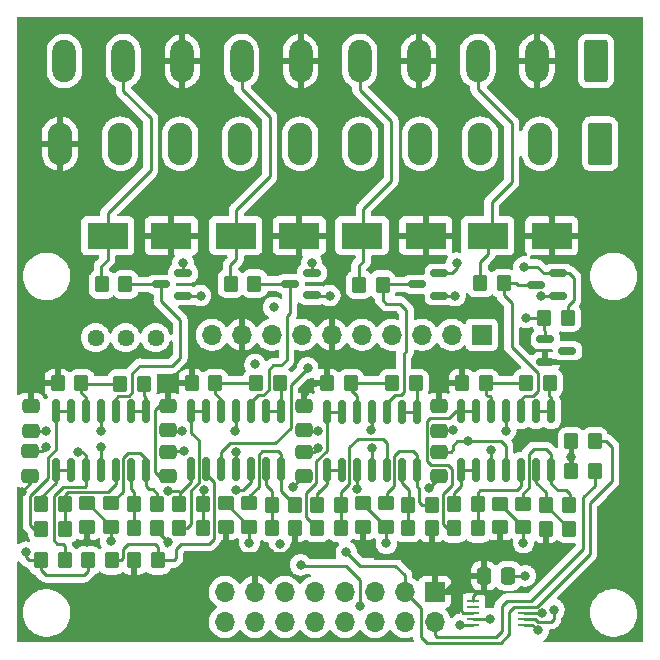
<source format=gbr>
%TF.GenerationSoftware,KiCad,Pcbnew,6.0.11+dfsg-1~bpo11+1*%
%TF.CreationDate,2023-04-06T13:05:29+02:00*%
%TF.ProjectId,ain-4_11,61696e2d-345f-4313-912e-6b696361645f,1.1*%
%TF.SameCoordinates,Original*%
%TF.FileFunction,Copper,L1,Top*%
%TF.FilePolarity,Positive*%
%FSLAX46Y46*%
G04 Gerber Fmt 4.6, Leading zero omitted, Abs format (unit mm)*
G04 Created by KiCad (PCBNEW 6.0.11+dfsg-1~bpo11+1) date 2023-04-06 13:05:29*
%MOMM*%
%LPD*%
G01*
G04 APERTURE LIST*
G04 Aperture macros list*
%AMRoundRect*
0 Rectangle with rounded corners*
0 $1 Rounding radius*
0 $2 $3 $4 $5 $6 $7 $8 $9 X,Y pos of 4 corners*
0 Add a 4 corners polygon primitive as box body*
4,1,4,$2,$3,$4,$5,$6,$7,$8,$9,$2,$3,0*
0 Add four circle primitives for the rounded corners*
1,1,$1+$1,$2,$3*
1,1,$1+$1,$4,$5*
1,1,$1+$1,$6,$7*
1,1,$1+$1,$8,$9*
0 Add four rect primitives between the rounded corners*
20,1,$1+$1,$2,$3,$4,$5,0*
20,1,$1+$1,$4,$5,$6,$7,0*
20,1,$1+$1,$6,$7,$8,$9,0*
20,1,$1+$1,$8,$9,$2,$3,0*%
G04 Aperture macros list end*
%TA.AperFunction,SMDPad,CuDef*%
%ADD10RoundRect,0.250000X-0.350000X-0.450000X0.350000X-0.450000X0.350000X0.450000X-0.350000X0.450000X0*%
%TD*%
%TA.AperFunction,SMDPad,CuDef*%
%ADD11RoundRect,0.150000X0.587500X0.150000X-0.587500X0.150000X-0.587500X-0.150000X0.587500X-0.150000X0*%
%TD*%
%TA.AperFunction,SMDPad,CuDef*%
%ADD12RoundRect,0.250000X0.475000X-0.337500X0.475000X0.337500X-0.475000X0.337500X-0.475000X-0.337500X0*%
%TD*%
%TA.AperFunction,SMDPad,CuDef*%
%ADD13RoundRect,0.250000X0.350000X0.450000X-0.350000X0.450000X-0.350000X-0.450000X0.350000X-0.450000X0*%
%TD*%
%TA.AperFunction,SMDPad,CuDef*%
%ADD14RoundRect,0.250000X-0.450000X0.350000X-0.450000X-0.350000X0.450000X-0.350000X0.450000X0.350000X0*%
%TD*%
%TA.AperFunction,ComponentPad*%
%ADD15R,1.700000X1.700000*%
%TD*%
%TA.AperFunction,ComponentPad*%
%ADD16O,1.700000X1.700000*%
%TD*%
%TA.AperFunction,SMDPad,CuDef*%
%ADD17R,3.500000X2.300000*%
%TD*%
%TA.AperFunction,ComponentPad*%
%ADD18C,1.440000*%
%TD*%
%TA.AperFunction,SMDPad,CuDef*%
%ADD19RoundRect,0.150000X-0.150000X0.825000X-0.150000X-0.825000X0.150000X-0.825000X0.150000X0.825000X0*%
%TD*%
%TA.AperFunction,ComponentPad*%
%ADD20RoundRect,0.250000X0.750000X1.550000X-0.750000X1.550000X-0.750000X-1.550000X0.750000X-1.550000X0*%
%TD*%
%TA.AperFunction,ComponentPad*%
%ADD21O,2.000000X3.600000*%
%TD*%
%TA.AperFunction,ComponentPad*%
%ADD22RoundRect,0.249999X0.790001X1.550001X-0.790001X1.550001X-0.790001X-1.550001X0.790001X-1.550001X0*%
%TD*%
%TA.AperFunction,ComponentPad*%
%ADD23O,2.080000X3.600000*%
%TD*%
%TA.AperFunction,SMDPad,CuDef*%
%ADD24RoundRect,0.150000X-0.587500X-0.150000X0.587500X-0.150000X0.587500X0.150000X-0.587500X0.150000X0*%
%TD*%
%TA.AperFunction,SMDPad,CuDef*%
%ADD25R,1.100000X0.250000*%
%TD*%
%TA.AperFunction,SMDPad,CuDef*%
%ADD26RoundRect,0.250000X-0.337500X-0.475000X0.337500X-0.475000X0.337500X0.475000X-0.337500X0.475000X0*%
%TD*%
%TA.AperFunction,ViaPad*%
%ADD27C,0.800000*%
%TD*%
%TA.AperFunction,Conductor*%
%ADD28C,0.250000*%
%TD*%
%TA.AperFunction,Conductor*%
%ADD29C,0.400000*%
%TD*%
G04 APERTURE END LIST*
D10*
%TO.P,R22,1*%
%TO.N,Net-(R16-Pad2)*%
X138380000Y-107820000D03*
%TO.P,R22,2*%
%TO.N,Net-(R22-Pad2)*%
X140380000Y-107820000D03*
%TD*%
%TO.P,R17,1*%
%TO.N,Net-(R17-Pad1)*%
X130550000Y-109870000D03*
%TO.P,R17,2*%
%TO.N,Net-(R17-Pad2)*%
X132550000Y-109870000D03*
%TD*%
D11*
%TO.P,D4,1*%
%TO.N,-12V*%
X153467500Y-90090000D03*
%TO.P,D4,2*%
%TO.N,+12V*%
X153467500Y-88190000D03*
%TO.P,D4,3*%
%TO.N,/A2I*%
X151592500Y-89140000D03*
%TD*%
D12*
%TO.P,C6,1*%
%TO.N,GNDD*%
X152770000Y-105435000D03*
%TO.P,C6,2*%
%TO.N,-12V*%
X152770000Y-103360000D03*
%TD*%
D10*
%TO.P,R1,1*%
%TO.N,/A1*%
X135670000Y-89190000D03*
%TO.P,R1,2*%
%TO.N,/A1I*%
X137670000Y-89190000D03*
%TD*%
%TO.P,R44,1*%
%TO.N,Net-(R44-Pad1)*%
X165510000Y-109840000D03*
%TO.P,R44,2*%
%TO.N,Net-(R44-Pad2)*%
X167510000Y-109840000D03*
%TD*%
D12*
%TO.P,C4,1*%
%TO.N,GNDD*%
X141300000Y-105430000D03*
%TO.P,C4,2*%
%TO.N,-12V*%
X141300000Y-103355000D03*
%TD*%
D10*
%TO.P,R6,1*%
%TO.N,/A2*%
X146580000Y-89120000D03*
%TO.P,R6,2*%
%TO.N,/A2I*%
X148580000Y-89120000D03*
%TD*%
D11*
%TO.P,D2,1*%
%TO.N,-12V*%
X142557500Y-90140000D03*
%TO.P,D2,2*%
%TO.N,+12V*%
X142557500Y-88240000D03*
%TO.P,D2,3*%
%TO.N,/A1I*%
X140682500Y-89190000D03*
%TD*%
D13*
%TO.P,R16,1*%
%TO.N,GNDD*%
X140380000Y-109810000D03*
%TO.P,R16,2*%
%TO.N,Net-(R16-Pad2)*%
X138380000Y-109810000D03*
%TD*%
%TO.P,R10,1*%
%TO.N,+12V*%
X175150000Y-92000000D03*
%TO.P,R10,2*%
%TO.N,Net-(R10-Pad2)*%
X173150000Y-92000000D03*
%TD*%
%TO.P,R5,1*%
%TO.N,Net-(R3-Pad1)*%
X145280000Y-97540000D03*
%TO.P,R5,2*%
%TO.N,GNDD*%
X143280000Y-97540000D03*
%TD*%
D10*
%TO.P,R29,1*%
%TO.N,Net-(R29-Pad1)*%
X160250000Y-97550000D03*
%TO.P,R29,2*%
%TO.N,Net-(R29-Pad2)*%
X162250000Y-97550000D03*
%TD*%
D13*
%TO.P,R12,1*%
%TO.N,Net-(R12-Pad1)*%
X136500000Y-112550000D03*
%TO.P,R12,2*%
%TO.N,Net-(R12-Pad2)*%
X134500000Y-112550000D03*
%TD*%
D14*
%TO.P,R49,1*%
%TO.N,Net-(R47-Pad2)*%
X159750000Y-107730000D03*
%TO.P,R49,2*%
%TO.N,/A3O*%
X159750000Y-109730000D03*
%TD*%
D15*
%TO.P,J1,1,Pin_1*%
%TO.N,/A4O*%
X167840000Y-93450000D03*
D16*
%TO.P,J1,2,Pin_2*%
%TO.N,/A3O*%
X165300000Y-93450000D03*
%TO.P,J1,3,Pin_3*%
%TO.N,/A2O*%
X162760000Y-93450000D03*
%TO.P,J1,4,Pin_4*%
%TO.N,/A1O*%
X160220000Y-93450000D03*
%TO.P,J1,5,Pin_5*%
%TO.N,unconnected-(J1-Pad5)*%
X157680000Y-93450000D03*
%TO.P,J1,6,Pin_6*%
%TO.N,GNDD*%
X155140000Y-93450000D03*
%TO.P,J1,7,Pin_7*%
%TO.N,/SDA*%
X152600000Y-93450000D03*
%TO.P,J1,8,Pin_8*%
%TO.N,/SCL*%
X150060000Y-93450000D03*
%TO.P,J1,9,Pin_9*%
%TO.N,GNDD*%
X147520000Y-93450000D03*
%TO.P,J1,10,Pin_10*%
%TO.N,+5V*%
X144980000Y-93450000D03*
%TD*%
D10*
%TO.P,R19,1*%
%TO.N,Net-(R19-Pad1)*%
X142230000Y-109810000D03*
%TO.P,R19,2*%
%TO.N,Net-(R19-Pad2)*%
X144230000Y-109810000D03*
%TD*%
D12*
%TO.P,C3,1*%
%TO.N,+12V*%
X141280000Y-101545000D03*
%TO.P,C3,2*%
%TO.N,GNDD*%
X141280000Y-99470000D03*
%TD*%
D10*
%TO.P,R24,1*%
%TO.N,/A4*%
X167700000Y-89080000D03*
%TO.P,R24,2*%
%TO.N,/A4I*%
X169700000Y-89080000D03*
%TD*%
D13*
%TO.P,R46,1*%
%TO.N,Net-(R44-Pad2)*%
X167500000Y-107820000D03*
%TO.P,R46,2*%
%TO.N,Net-(R46-Pad2)*%
X165500000Y-107820000D03*
%TD*%
%TO.P,R31,1*%
%TO.N,Net-(R29-Pad1)*%
X156760000Y-97550000D03*
%TO.P,R31,2*%
%TO.N,GNDD*%
X154760000Y-97550000D03*
%TD*%
D17*
%TO.P,D7,1,A1*%
%TO.N,GNDD*%
X173750000Y-85080000D03*
%TO.P,D7,2,A2*%
%TO.N,/A4*%
X168350000Y-85080000D03*
%TD*%
D12*
%TO.P,C7,1*%
%TO.N,+12V*%
X164230000Y-101565000D03*
%TO.P,C7,2*%
%TO.N,GNDD*%
X164230000Y-99490000D03*
%TD*%
D13*
%TO.P,R45,1*%
%TO.N,Net-(R42-Pad2)*%
X155900000Y-107830000D03*
%TO.P,R45,2*%
%TO.N,Net-(R45-Pad2)*%
X153900000Y-107830000D03*
%TD*%
D14*
%TO.P,R50,1*%
%TO.N,/A3O*%
X157780000Y-107730000D03*
%TO.P,R50,2*%
%TO.N,GNDD*%
X157780000Y-109730000D03*
%TD*%
D15*
%TO.P,J2,1,Pin_1*%
%TO.N,GNDD*%
X163865000Y-115225000D03*
D16*
%TO.P,J2,2,Pin_2*%
%TO.N,/SCL*%
X163865000Y-117765000D03*
%TO.P,J2,3,Pin_3*%
%TO.N,/SDA*%
X161325000Y-115225000D03*
%TO.P,J2,4,Pin_4*%
%TO.N,unconnected-(J2-Pad4)*%
X161325000Y-117765000D03*
%TO.P,J2,5,Pin_5*%
%TO.N,unconnected-(J2-Pad5)*%
X158785000Y-115225000D03*
%TO.P,J2,6,Pin_6*%
%TO.N,unconnected-(J2-Pad6)*%
X158785000Y-117765000D03*
%TO.P,J2,7,Pin_7*%
%TO.N,unconnected-(J2-Pad7)*%
X156245000Y-115225000D03*
%TO.P,J2,8,Pin_8*%
%TO.N,unconnected-(J2-Pad8)*%
X156245000Y-117765000D03*
%TO.P,J2,9,Pin_9*%
%TO.N,unconnected-(J2-Pad9)*%
X153705000Y-115225000D03*
%TO.P,J2,10,Pin_10*%
%TO.N,+5V*%
X153705000Y-117765000D03*
%TO.P,J2,11,Pin_11*%
%TO.N,-12V*%
X151165000Y-115225000D03*
%TO.P,J2,12,Pin_12*%
%TO.N,+12V*%
X151165000Y-117765000D03*
%TO.P,J2,13,Pin_13*%
%TO.N,GNDD*%
X148625000Y-115225000D03*
%TO.P,J2,14,Pin_14*%
%TO.N,Earth*%
X148625000Y-117765000D03*
%TO.P,J2,15,Pin_15*%
%TO.N,+VSW*%
X146085000Y-115225000D03*
%TO.P,J2,16,Pin_16*%
X146085000Y-117765000D03*
%TD*%
D10*
%TO.P,R42,1*%
%TO.N,Net-(R42-Pad1)*%
X153920000Y-109810000D03*
%TO.P,R42,2*%
%TO.N,Net-(R42-Pad2)*%
X155920000Y-109810000D03*
%TD*%
%TO.P,R9,1*%
%TO.N,GNDD*%
X138400000Y-112550000D03*
%TO.P,R9,2*%
%TO.N,Net-(R12-Pad1)*%
X140400000Y-112550000D03*
%TD*%
D12*
%TO.P,C1,1*%
%TO.N,+12V*%
X129640000Y-101570000D03*
%TO.P,C1,2*%
%TO.N,GNDD*%
X129640000Y-99495000D03*
%TD*%
D18*
%TO.P,RV4,3,3*%
%TO.N,Net-(R12-Pad2)*%
X140230000Y-93700000D03*
%TO.P,RV4,2,2*%
%TO.N,/VREF*%
X137690000Y-93700000D03*
%TO.P,RV4,1,1*%
X135150000Y-93700000D03*
%TD*%
D10*
%TO.P,R30,1*%
%TO.N,Net-(R30-Pad1)*%
X171600000Y-97540000D03*
%TO.P,R30,2*%
%TO.N,Net-(R30-Pad2)*%
X173600000Y-97540000D03*
%TD*%
D13*
%TO.P,R20,1*%
%TO.N,Net-(R17-Pad2)*%
X132540000Y-107810000D03*
%TO.P,R20,2*%
%TO.N,Net-(R20-Pad2)*%
X130540000Y-107810000D03*
%TD*%
D10*
%TO.P,R43,1*%
%TO.N,GNDD*%
X173240000Y-109860000D03*
%TO.P,R43,2*%
%TO.N,Net-(R43-Pad2)*%
X175240000Y-109860000D03*
%TD*%
D19*
%TO.P,U1,1*%
%TO.N,Net-(R2-Pad2)*%
X139380000Y-99935000D03*
%TO.P,U1,2,-*%
X138110000Y-99935000D03*
%TO.P,U1,3,+*%
%TO.N,/A1I*%
X136840000Y-99935000D03*
%TO.P,U1,4,V+*%
%TO.N,+12V*%
X135570000Y-99935000D03*
%TO.P,U1,5,+*%
%TO.N,Net-(R2-Pad1)*%
X134300000Y-99935000D03*
%TO.P,U1,6,-*%
%TO.N,Net-(R17-Pad1)*%
X133030000Y-99935000D03*
%TO.P,U1,7*%
X131760000Y-99935000D03*
%TO.P,U1,8*%
%TO.N,Net-(R20-Pad2)*%
X131760000Y-104885000D03*
%TO.P,U1,9,-*%
X133030000Y-104885000D03*
%TO.P,U1,10,+*%
%TO.N,/VREF*%
X134300000Y-104885000D03*
%TO.P,U1,11,V-*%
%TO.N,-12V*%
X135570000Y-104885000D03*
%TO.P,U1,12,+*%
%TO.N,Net-(R17-Pad2)*%
X136840000Y-104885000D03*
%TO.P,U1,13,-*%
%TO.N,Net-(R16-Pad2)*%
X138110000Y-104885000D03*
%TO.P,U1,14*%
%TO.N,Net-(R22-Pad2)*%
X139380000Y-104885000D03*
%TD*%
D20*
%TO.P,J3,1,Pin_1*%
%TO.N,Earth*%
X177500000Y-70277500D03*
D21*
%TO.P,J3,2,Pin_2*%
%TO.N,GNDD*%
X172500000Y-70277500D03*
%TO.P,J3,3,Pin_3*%
%TO.N,/A4*%
X167500000Y-70277500D03*
%TO.P,J3,4,Pin_4*%
%TO.N,GNDD*%
X162500000Y-70277500D03*
%TO.P,J3,5,Pin_5*%
%TO.N,/A3*%
X157500000Y-70277500D03*
%TO.P,J3,6,Pin_6*%
%TO.N,GNDD*%
X152500000Y-70277500D03*
%TO.P,J3,7,Pin_7*%
%TO.N,/A2*%
X147500000Y-70277500D03*
%TO.P,J3,8,Pin_8*%
%TO.N,GNDD*%
X142500000Y-70277500D03*
%TO.P,J3,9,Pin_9*%
%TO.N,/A1*%
X137500000Y-70277500D03*
%TO.P,J3,10,Pin_10*%
%TO.N,+VSW*%
X132500000Y-70277500D03*
%TD*%
D13*
%TO.P,R14,1*%
%TO.N,/VREF*%
X132550000Y-112550000D03*
%TO.P,R14,2*%
%TO.N,Net-(R12-Pad2)*%
X130550000Y-112550000D03*
%TD*%
D17*
%TO.P,D1,1,A1*%
%TO.N,GNDD*%
X141570000Y-85060000D03*
%TO.P,D1,2,A2*%
%TO.N,/A1*%
X136170000Y-85060000D03*
%TD*%
D12*
%TO.P,C8,1*%
%TO.N,GNDD*%
X164250000Y-105430000D03*
%TO.P,C8,2*%
%TO.N,-12V*%
X164250000Y-103355000D03*
%TD*%
D19*
%TO.P,U6,1*%
%TO.N,Net-(R30-Pad2)*%
X173720000Y-99925000D03*
%TO.P,U6,2,-*%
X172450000Y-99925000D03*
%TO.P,U6,3,+*%
%TO.N,/A4I*%
X171180000Y-99925000D03*
%TO.P,U6,4,V+*%
%TO.N,+12V*%
X169910000Y-99925000D03*
%TO.P,U6,5,+*%
%TO.N,Net-(R30-Pad1)*%
X168640000Y-99925000D03*
%TO.P,U6,6,-*%
%TO.N,Net-(R44-Pad1)*%
X167370000Y-99925000D03*
%TO.P,U6,7*%
X166100000Y-99925000D03*
%TO.P,U6,8*%
%TO.N,Net-(R46-Pad2)*%
X166100000Y-104875000D03*
%TO.P,U6,9,-*%
X167370000Y-104875000D03*
%TO.P,U6,10,+*%
%TO.N,/VREF*%
X168640000Y-104875000D03*
%TO.P,U6,11,V-*%
%TO.N,-12V*%
X169910000Y-104875000D03*
%TO.P,U6,12,+*%
%TO.N,Net-(R44-Pad2)*%
X171180000Y-104875000D03*
%TO.P,U6,13,-*%
%TO.N,Net-(R43-Pad2)*%
X172450000Y-104875000D03*
%TO.P,U6,14*%
%TO.N,Net-(R48-Pad2)*%
X173720000Y-104875000D03*
%TD*%
D10*
%TO.P,R48,1*%
%TO.N,Net-(R43-Pad2)*%
X173260000Y-107880000D03*
%TO.P,R48,2*%
%TO.N,Net-(R48-Pad2)*%
X175260000Y-107880000D03*
%TD*%
%TO.P,R3,1*%
%TO.N,Net-(R3-Pad1)*%
X148740000Y-97560000D03*
%TO.P,R3,2*%
%TO.N,Net-(R3-Pad2)*%
X150740000Y-97560000D03*
%TD*%
D13*
%TO.P,R32,1*%
%TO.N,Net-(R30-Pad1)*%
X168170000Y-97550000D03*
%TO.P,R32,2*%
%TO.N,GNDD*%
X166170000Y-97550000D03*
%TD*%
D17*
%TO.P,D5,1,A1*%
%TO.N,GNDD*%
X163100000Y-85050000D03*
%TO.P,D5,2,A2*%
%TO.N,/A3*%
X157700000Y-85050000D03*
%TD*%
D14*
%TO.P,R51,1*%
%TO.N,Net-(R48-Pad2)*%
X171370000Y-107760000D03*
%TO.P,R51,2*%
%TO.N,/A4O*%
X171370000Y-109760000D03*
%TD*%
D19*
%TO.P,U2,1*%
%TO.N,Net-(R3-Pad2)*%
X150840000Y-99895000D03*
%TO.P,U2,2,-*%
X149570000Y-99895000D03*
%TO.P,U2,3,+*%
%TO.N,/A2I*%
X148300000Y-99895000D03*
%TO.P,U2,4,V+*%
%TO.N,+12V*%
X147030000Y-99895000D03*
%TO.P,U2,5,+*%
%TO.N,Net-(R3-Pad1)*%
X145760000Y-99895000D03*
%TO.P,U2,6,-*%
%TO.N,Net-(R19-Pad1)*%
X144490000Y-99895000D03*
%TO.P,U2,7*%
X143220000Y-99895000D03*
%TO.P,U2,8*%
%TO.N,/VREF*%
X143220000Y-104845000D03*
%TO.P,U2,9,-*%
%TO.N,Net-(R12-Pad1)*%
X144490000Y-104845000D03*
%TO.P,U2,10,+*%
%TO.N,Net-(R10-Pad2)*%
X145760000Y-104845000D03*
%TO.P,U2,11,V-*%
%TO.N,-12V*%
X147030000Y-104845000D03*
%TO.P,U2,12,+*%
%TO.N,Net-(R19-Pad2)*%
X148300000Y-104845000D03*
%TO.P,U2,13,-*%
%TO.N,Net-(R18-Pad2)*%
X149570000Y-104845000D03*
%TO.P,U2,14*%
%TO.N,Net-(R23-Pad2)*%
X150840000Y-104845000D03*
%TD*%
D14*
%TO.P,R27,1*%
%TO.N,Net-(R23-Pad2)*%
X148170000Y-107720000D03*
%TO.P,R27,2*%
%TO.N,/A2O*%
X148170000Y-109720000D03*
%TD*%
D13*
%TO.P,R4,1*%
%TO.N,Net-(R2-Pad1)*%
X133940000Y-97560000D03*
%TO.P,R4,2*%
%TO.N,GNDD*%
X131940000Y-97560000D03*
%TD*%
D22*
%TO.P,J4,1,Pin_1*%
%TO.N,+VSW*%
X177860000Y-77277500D03*
D23*
%TO.P,J4,2,Pin_2*%
%TO.N,Earth*%
X172780000Y-77277500D03*
%TO.P,J4,3,Pin_3*%
%TO.N,+VSW*%
X167700000Y-77277500D03*
%TO.P,J4,4,Pin_4*%
%TO.N,Earth*%
X162620000Y-77277500D03*
%TO.P,J4,5,Pin_5*%
%TO.N,+VSW*%
X157540000Y-77277500D03*
%TO.P,J4,6,Pin_6*%
%TO.N,Earth*%
X152460000Y-77277500D03*
%TO.P,J4,7,Pin_7*%
%TO.N,+VSW*%
X147380000Y-77277500D03*
%TO.P,J4,8,Pin_8*%
%TO.N,Earth*%
X142300000Y-77277500D03*
%TO.P,J4,9,Pin_9*%
%TO.N,+VSW*%
X137220000Y-77277500D03*
%TO.P,J4,10,Pin_10*%
%TO.N,GNDD*%
X132140000Y-77277500D03*
%TD*%
D13*
%TO.P,R41,1*%
%TO.N,GNDD*%
X163630000Y-109820000D03*
%TO.P,R41,2*%
%TO.N,Net-(R41-Pad2)*%
X161630000Y-109820000D03*
%TD*%
%TO.P,R18,1*%
%TO.N,GNDD*%
X152060000Y-109800000D03*
%TO.P,R18,2*%
%TO.N,Net-(R18-Pad2)*%
X150060000Y-109800000D03*
%TD*%
D10*
%TO.P,R2,1*%
%TO.N,Net-(R2-Pad1)*%
X137240000Y-97580000D03*
%TO.P,R2,2*%
%TO.N,Net-(R2-Pad2)*%
X139240000Y-97580000D03*
%TD*%
D14*
%TO.P,R28,1*%
%TO.N,/A2O*%
X146180000Y-107720000D03*
%TO.P,R28,2*%
%TO.N,GNDD*%
X146180000Y-109720000D03*
%TD*%
D24*
%TO.P,U4,1,K*%
%TO.N,Net-(R10-Pad2)*%
X173225000Y-93850000D03*
%TO.P,U4,2,A*%
%TO.N,GNDD*%
X173225000Y-95750000D03*
%TO.P,U4,3*%
%TO.N,N/C*%
X175100000Y-94800000D03*
%TD*%
D11*
%TO.P,D6,1*%
%TO.N,-12V*%
X164255000Y-90130000D03*
%TO.P,D6,2*%
%TO.N,+12V*%
X164255000Y-88230000D03*
%TO.P,D6,3*%
%TO.N,/A3I*%
X162380000Y-89180000D03*
%TD*%
D14*
%TO.P,R25,1*%
%TO.N,Net-(R22-Pad2)*%
X136470000Y-107720000D03*
%TO.P,R25,2*%
%TO.N,/A1O*%
X136470000Y-109720000D03*
%TD*%
D13*
%TO.P,R21,1*%
%TO.N,Net-(R19-Pad2)*%
X144230000Y-107810000D03*
%TO.P,R21,2*%
%TO.N,/VREF*%
X142230000Y-107810000D03*
%TD*%
D10*
%TO.P,R47,1*%
%TO.N,Net-(R41-Pad2)*%
X161630000Y-107840000D03*
%TO.P,R47,2*%
%TO.N,Net-(R47-Pad2)*%
X163630000Y-107840000D03*
%TD*%
D25*
%TO.P,U9,1,ADDR*%
%TO.N,GNDD*%
X167090000Y-115990000D03*
%TO.P,U9,2,ALERT/RDY*%
%TO.N,unconnected-(U9-Pad2)*%
X167090000Y-116490000D03*
%TO.P,U9,3,GND*%
%TO.N,GNDD*%
X167090000Y-116990000D03*
%TO.P,U9,4,AIN0*%
%TO.N,/A1O*%
X167090000Y-117490000D03*
%TO.P,U9,5,AIN1*%
%TO.N,/A2O*%
X167090000Y-117990000D03*
%TO.P,U9,6,AIN2*%
%TO.N,/A3O*%
X171390000Y-117990000D03*
%TO.P,U9,7,AIN3*%
%TO.N,/A4O*%
X171390000Y-117490000D03*
%TO.P,U9,8,VDD*%
%TO.N,+5V*%
X171390000Y-116990000D03*
%TO.P,U9,9,SDA*%
%TO.N,/SDA*%
X171390000Y-116490000D03*
%TO.P,U9,10,SCL*%
%TO.N,/SCL*%
X171390000Y-115990000D03*
%TD*%
D17*
%TO.P,D3,1,A1*%
%TO.N,GNDD*%
X152400000Y-85050000D03*
%TO.P,D3,2,A2*%
%TO.N,/A2*%
X147000000Y-85050000D03*
%TD*%
D11*
%TO.P,D8,1*%
%TO.N,-12V*%
X174337500Y-90150000D03*
%TO.P,D8,2*%
%TO.N,+12V*%
X174337500Y-88250000D03*
%TO.P,D8,3*%
%TO.N,/A4I*%
X172462500Y-89200000D03*
%TD*%
D26*
%TO.P,C9,1*%
%TO.N,GNDD*%
X168005000Y-113870000D03*
%TO.P,C9,2*%
%TO.N,+5V*%
X170080000Y-113870000D03*
%TD*%
D14*
%TO.P,R52,1*%
%TO.N,/A4O*%
X169370000Y-107750000D03*
%TO.P,R52,2*%
%TO.N,GNDD*%
X169370000Y-109750000D03*
%TD*%
D19*
%TO.P,U5,1*%
%TO.N,Net-(R29-Pad2)*%
X162330000Y-99975000D03*
%TO.P,U5,2,-*%
X161060000Y-99975000D03*
%TO.P,U5,3,+*%
%TO.N,/A3I*%
X159790000Y-99975000D03*
%TO.P,U5,4,V+*%
%TO.N,+12V*%
X158520000Y-99975000D03*
%TO.P,U5,5,+*%
%TO.N,Net-(R29-Pad1)*%
X157250000Y-99975000D03*
%TO.P,U5,6,-*%
%TO.N,Net-(R42-Pad1)*%
X155980000Y-99975000D03*
%TO.P,U5,7*%
X154710000Y-99975000D03*
%TO.P,U5,8*%
%TO.N,Net-(R45-Pad2)*%
X154710000Y-104925000D03*
%TO.P,U5,9,-*%
X155980000Y-104925000D03*
%TO.P,U5,10,+*%
%TO.N,/VREF*%
X157250000Y-104925000D03*
%TO.P,U5,11,V-*%
%TO.N,-12V*%
X158520000Y-104925000D03*
%TO.P,U5,12,+*%
%TO.N,Net-(R42-Pad2)*%
X159790000Y-104925000D03*
%TO.P,U5,13,-*%
%TO.N,Net-(R41-Pad2)*%
X161060000Y-104925000D03*
%TO.P,U5,14*%
%TO.N,Net-(R47-Pad2)*%
X162330000Y-104925000D03*
%TD*%
D10*
%TO.P,R23,1*%
%TO.N,Net-(R18-Pad2)*%
X150050000Y-107830000D03*
%TO.P,R23,2*%
%TO.N,Net-(R23-Pad2)*%
X152050000Y-107830000D03*
%TD*%
D12*
%TO.P,C5,1*%
%TO.N,+12V*%
X152780000Y-101550000D03*
%TO.P,C5,2*%
%TO.N,GNDD*%
X152780000Y-99475000D03*
%TD*%
D14*
%TO.P,R26,1*%
%TO.N,/A1O*%
X134460000Y-107720000D03*
%TO.P,R26,2*%
%TO.N,GNDD*%
X134460000Y-109720000D03*
%TD*%
D10*
%TO.P,R15,1*%
%TO.N,/A3*%
X157440000Y-89200000D03*
%TO.P,R15,2*%
%TO.N,/A3I*%
X159440000Y-89200000D03*
%TD*%
D12*
%TO.P,C2,1*%
%TO.N,GNDD*%
X129630000Y-105395000D03*
%TO.P,C2,2*%
%TO.N,-12V*%
X129630000Y-103320000D03*
%TD*%
D13*
%TO.P,R54,1*%
%TO.N,/SDA*%
X177410000Y-102470000D03*
%TO.P,R54,2*%
%TO.N,+5V*%
X175410000Y-102470000D03*
%TD*%
%TO.P,R53,1*%
%TO.N,/SCL*%
X177410000Y-104960000D03*
%TO.P,R53,2*%
%TO.N,+5V*%
X175410000Y-104960000D03*
%TD*%
D27*
%TO.N,+12V*%
X165730000Y-87390000D03*
X171420000Y-87710000D03*
%TO.N,-12V*%
X172830000Y-90130000D03*
%TO.N,Net-(R10-Pad2)*%
X171600000Y-92000000D03*
%TO.N,+12V*%
X142550000Y-87380000D03*
X135580000Y-101610000D03*
X165430000Y-101540000D03*
X146960000Y-101590000D03*
X158430000Y-101540000D03*
X153430000Y-87380000D03*
X153985500Y-101580000D03*
X142495500Y-101598469D03*
X130970000Y-101590000D03*
X169870000Y-101560000D03*
%TO.N,GNDD*%
X141250000Y-110975500D03*
X164570000Y-97630000D03*
X128880000Y-106780000D03*
X130030000Y-97680000D03*
X153130000Y-97740000D03*
X149870000Y-111930000D03*
X169440000Y-111360000D03*
X163560000Y-111370000D03*
X166050000Y-114410000D03*
X151820000Y-106320000D03*
X157780000Y-111260000D03*
X175375000Y-97050000D03*
X141620000Y-97760000D03*
X163400000Y-106420000D03*
X134450000Y-111000000D03*
%TO.N,-12V*%
X158510000Y-103000000D03*
X130957701Y-102957701D03*
X135570000Y-102950000D03*
X147020000Y-103374500D03*
X142620000Y-103300000D03*
X166700000Y-102460000D03*
X154970000Y-90130000D03*
X153959575Y-103004075D03*
X165570000Y-90130000D03*
X144030000Y-90130000D03*
%TO.N,+5V*%
X175410000Y-103760000D03*
X172980000Y-117020000D03*
X171520000Y-113860000D03*
%TO.N,/A4O*%
X173950500Y-116714500D03*
X171370000Y-111090000D03*
%TO.N,/A3O*%
X172627575Y-118485500D03*
X159760000Y-111110000D03*
%TO.N,/A2O*%
X148650000Y-95950000D03*
X166030000Y-118000000D03*
X148170000Y-111050000D03*
%TO.N,/A1O*%
X150225000Y-91125000D03*
X136450000Y-110950000D03*
X168520000Y-117490000D03*
%TO.N,/SDA*%
X156375000Y-111875000D03*
%TO.N,/SCL*%
X157500000Y-116450000D03*
X150725000Y-111125000D03*
X152500000Y-112925000D03*
%TO.N,/VREF*%
X133650000Y-103350000D03*
X157240000Y-106490000D03*
X141243187Y-106693029D03*
X168620000Y-103240000D03*
%TO.N,Net-(R10-Pad2)*%
X153100000Y-96250000D03*
%TO.N,Net-(R12-Pad2)*%
X129250000Y-111850000D03*
%TO.N,Net-(R19-Pad2)*%
X147060000Y-106600000D03*
X144340000Y-106560000D03*
%TD*%
D28*
%TO.N,/A3I*%
X159790000Y-99975000D02*
X159790000Y-99260000D01*
X159770000Y-90820000D02*
X159440000Y-90490000D01*
X159790000Y-99260000D02*
X160475000Y-98575000D01*
X161240000Y-95070000D02*
X161460000Y-94850000D01*
X161460000Y-94850000D02*
X161460000Y-91380000D01*
X160475000Y-98575000D02*
X160985000Y-98575000D01*
X160985000Y-98575000D02*
X161240000Y-98320000D01*
X161240000Y-98320000D02*
X161240000Y-95070000D01*
X161460000Y-91380000D02*
X160900000Y-90820000D01*
X160900000Y-90820000D02*
X159770000Y-90820000D01*
X159440000Y-90490000D02*
X159440000Y-89200000D01*
%TO.N,/A2I*%
X148300000Y-99895000D02*
X148300000Y-99140000D01*
X148300000Y-99140000D02*
X148855000Y-98585000D01*
X150180000Y-96050000D02*
X150850000Y-96050000D01*
X148855000Y-98585000D02*
X149328173Y-98585000D01*
X149328173Y-98585000D02*
X149815000Y-98098173D01*
X150850000Y-96050000D02*
X151330000Y-95570000D01*
X151592500Y-91607500D02*
X151592500Y-89140000D01*
X149815000Y-98098173D02*
X149815000Y-96415000D01*
X151330000Y-95570000D02*
X151330000Y-91870000D01*
X149815000Y-96415000D02*
X150180000Y-96050000D01*
X151330000Y-91870000D02*
X151592500Y-91607500D01*
%TO.N,+12V*%
X164255000Y-88230000D02*
X165330000Y-88230000D01*
X165330000Y-88230000D02*
X165730000Y-87830000D01*
X165730000Y-87830000D02*
X165730000Y-87390000D01*
X174337500Y-88250000D02*
X175260000Y-88250000D01*
X175260000Y-88250000D02*
X175640000Y-88630000D01*
X175640000Y-88630000D02*
X175640000Y-90480000D01*
X175640000Y-90480000D02*
X175140000Y-90980000D01*
X175140000Y-91990000D02*
X175150000Y-92000000D01*
X175140000Y-90980000D02*
X175140000Y-91990000D01*
X171420000Y-87710000D02*
X172540000Y-87710000D01*
X173080000Y-88250000D02*
X174337500Y-88250000D01*
X172540000Y-87710000D02*
X173080000Y-88250000D01*
%TO.N,-12V*%
X174337500Y-90150000D02*
X172850000Y-90150000D01*
X172850000Y-90150000D02*
X172830000Y-90130000D01*
%TO.N,/A4I*%
X169700000Y-89080000D02*
X169700000Y-90100000D01*
X169700000Y-90100000D02*
X170360000Y-90760000D01*
X170360000Y-90760000D02*
X170360000Y-94460000D01*
X170360000Y-94460000D02*
X172600000Y-96700000D01*
X171180000Y-98920000D02*
X171180000Y-99925000D01*
X172600000Y-96700000D02*
X172600000Y-98200000D01*
X172600000Y-98200000D02*
X172200000Y-98600000D01*
X172200000Y-98600000D02*
X171500000Y-98600000D01*
X171500000Y-98600000D02*
X171180000Y-98920000D01*
X170780000Y-89080000D02*
X170900000Y-89200000D01*
X169700000Y-89080000D02*
X170780000Y-89080000D01*
X170900000Y-89200000D02*
X172462500Y-89200000D01*
%TO.N,/A4*%
X168350000Y-86650000D02*
X167700000Y-87300000D01*
X168350000Y-85080000D02*
X168350000Y-86650000D01*
X167700000Y-87300000D02*
X167700000Y-89080000D01*
%TO.N,Net-(R10-Pad2)*%
X173150000Y-92000000D02*
X171600000Y-92000000D01*
%TO.N,/A1I*%
X136840000Y-99935000D02*
X136840000Y-98850000D01*
X142300000Y-95400000D02*
X142300000Y-92200000D01*
X136840000Y-98850000D02*
X137085000Y-98605000D01*
X137085000Y-98605000D02*
X137985000Y-98605000D01*
X137985000Y-98605000D02*
X138260000Y-98330000D01*
X141600000Y-96100000D02*
X142300000Y-95400000D01*
X138260000Y-98330000D02*
X138260000Y-96720000D01*
X140682500Y-90582500D02*
X140682500Y-89190000D01*
X138260000Y-96720000D02*
X138890000Y-96090000D01*
X138890000Y-96090000D02*
X138900000Y-96100000D01*
X138900000Y-96100000D02*
X141600000Y-96100000D01*
X142300000Y-92200000D02*
X140682500Y-90582500D01*
%TO.N,+12V*%
X129640000Y-101570000D02*
X130950000Y-101570000D01*
X169870000Y-99965000D02*
X169910000Y-99925000D01*
X165430000Y-101540000D02*
X164255000Y-101540000D01*
X147030000Y-101520000D02*
X146960000Y-101590000D01*
X152810000Y-101580000D02*
X152780000Y-101550000D01*
X135580000Y-101610000D02*
X135580000Y-99945000D01*
X164255000Y-101540000D02*
X164230000Y-101565000D01*
X141333469Y-101598469D02*
X141280000Y-101545000D01*
X147030000Y-99895000D02*
X147030000Y-101520000D01*
X153430000Y-88152500D02*
X153467500Y-88190000D01*
X158520000Y-99975000D02*
X158520000Y-101450000D01*
X153985500Y-101580000D02*
X152810000Y-101580000D01*
X135580000Y-99945000D02*
X135570000Y-99935000D01*
X142495500Y-101598469D02*
X141333469Y-101598469D01*
X142557500Y-87387500D02*
X142550000Y-87380000D01*
X158520000Y-101450000D02*
X158430000Y-101540000D01*
X153430000Y-87380000D02*
X153430000Y-88152500D01*
X169870000Y-101560000D02*
X169870000Y-99965000D01*
X142557500Y-88240000D02*
X142557500Y-87387500D01*
X130950000Y-101570000D02*
X130970000Y-101590000D01*
%TO.N,GNDD*%
X168005000Y-115165000D02*
X167820000Y-115350000D01*
X174775000Y-95750000D02*
X175375000Y-96350000D01*
X166050000Y-116770000D02*
X166050000Y-114410000D01*
D29*
X163865000Y-115225000D02*
X164755000Y-115225000D01*
D28*
X151170000Y-111930000D02*
X149870000Y-111930000D01*
X140140000Y-105040000D02*
X140140000Y-99850000D01*
X167350000Y-115350000D02*
X167090000Y-115610000D01*
X153130000Y-97740000D02*
X153760000Y-97740000D01*
X146180000Y-109720000D02*
X146180000Y-111650000D01*
X167090000Y-116990000D02*
X166270000Y-116990000D01*
X152060000Y-109800000D02*
X152060000Y-111040000D01*
X158840000Y-112320000D02*
X161180000Y-112320000D01*
X169370000Y-109750000D02*
X169370000Y-111290000D01*
D29*
X164755000Y-115225000D02*
X165570000Y-114410000D01*
X141840000Y-97540000D02*
X141620000Y-97760000D01*
X129640000Y-99495000D02*
X129640000Y-98070000D01*
D28*
X157780000Y-109730000D02*
X157780000Y-111260000D01*
X168005000Y-113870000D02*
X166590000Y-113870000D01*
X140380000Y-110105500D02*
X141250000Y-110975500D01*
D29*
X130150000Y-97560000D02*
X130030000Y-97680000D01*
D28*
X166590000Y-113870000D02*
X166050000Y-114410000D01*
D29*
X141280000Y-98100000D02*
X141620000Y-97760000D01*
X141280000Y-99470000D02*
X141280000Y-99813261D01*
D28*
X129630000Y-105395000D02*
X129630000Y-106030000D01*
X129630000Y-106030000D02*
X128880000Y-106780000D01*
X154760000Y-97550000D02*
X153950000Y-97550000D01*
X146180000Y-111650000D02*
X146460000Y-111930000D01*
X172600000Y-112000000D02*
X170080000Y-112000000D01*
X141300000Y-105430000D02*
X141280000Y-105450000D01*
X173240000Y-109860000D02*
X173240000Y-111360000D01*
X173225000Y-95750000D02*
X174775000Y-95750000D01*
X141280000Y-105450000D02*
X140550000Y-105450000D01*
D29*
X143280000Y-97540000D02*
X141840000Y-97540000D01*
D28*
X140550000Y-105450000D02*
X140140000Y-105040000D01*
X164230000Y-99490000D02*
X164230000Y-97970000D01*
X152705000Y-105435000D02*
X151820000Y-106320000D01*
X152780000Y-99475000D02*
X152780000Y-98640000D01*
X152770000Y-105435000D02*
X152705000Y-105435000D01*
X146460000Y-111930000D02*
X149870000Y-111930000D01*
X169370000Y-111290000D02*
X169440000Y-111360000D01*
X153130000Y-97740000D02*
X153120000Y-97750000D01*
X153120000Y-97750000D02*
X153120000Y-98300000D01*
X140380000Y-109810000D02*
X140380000Y-110105500D01*
D29*
X165570000Y-114410000D02*
X166050000Y-114410000D01*
D28*
X164650000Y-97550000D02*
X164570000Y-97630000D01*
X164250000Y-105570000D02*
X163400000Y-106420000D01*
X163630000Y-109820000D02*
X163630000Y-111300000D01*
X158315000Y-111795000D02*
X158840000Y-112320000D01*
D29*
X131940000Y-97560000D02*
X130150000Y-97560000D01*
D28*
X164230000Y-97970000D02*
X164570000Y-97630000D01*
X173240000Y-111360000D02*
X172600000Y-112000000D01*
X163630000Y-111300000D02*
X163560000Y-111370000D01*
X140140000Y-99850000D02*
X140520000Y-99470000D01*
X140380000Y-109810000D02*
X140380000Y-109980000D01*
X175375000Y-96350000D02*
X175375000Y-97050000D01*
X161180000Y-112320000D02*
X162130000Y-111370000D01*
X152060000Y-111040000D02*
X151170000Y-111930000D01*
X169440000Y-111360000D02*
X163570000Y-111360000D01*
X167090000Y-115610000D02*
X167090000Y-115990000D01*
X134460000Y-110990000D02*
X134450000Y-111000000D01*
X166270000Y-116990000D02*
X166050000Y-116770000D01*
X134460000Y-109720000D02*
X134460000Y-110990000D01*
X153760000Y-97740000D02*
X153950000Y-97550000D01*
X140520000Y-99470000D02*
X141280000Y-99470000D01*
D29*
X129640000Y-98070000D02*
X130030000Y-97680000D01*
D28*
X167820000Y-115350000D02*
X167350000Y-115350000D01*
X166170000Y-97550000D02*
X164650000Y-97550000D01*
X152780000Y-98640000D02*
X153120000Y-98300000D01*
X162130000Y-111370000D02*
X163560000Y-111370000D01*
D29*
X141280000Y-99470000D02*
X141280000Y-98100000D01*
D28*
X157780000Y-111260000D02*
X158315000Y-111795000D01*
X164250000Y-105430000D02*
X164250000Y-105570000D01*
X163570000Y-111360000D02*
X163560000Y-111370000D01*
X170080000Y-112000000D02*
X169440000Y-111360000D01*
X168005000Y-113870000D02*
X168005000Y-115165000D01*
%TO.N,-12V*%
X165570000Y-90130000D02*
X164255000Y-90130000D01*
X169860000Y-104825000D02*
X169910000Y-104875000D01*
X154970000Y-90130000D02*
X153507500Y-90130000D01*
X169470000Y-102460000D02*
X169860000Y-102850000D01*
X153507500Y-90130000D02*
X153467500Y-90090000D01*
X147020000Y-103374500D02*
X147020000Y-104835000D01*
X165390000Y-102850000D02*
X165390000Y-103160000D01*
X165195000Y-103355000D02*
X164250000Y-103355000D01*
X129630000Y-103320000D02*
X130595402Y-103320000D01*
X135570000Y-102950000D02*
X135570000Y-104885000D01*
X165780000Y-102460000D02*
X165390000Y-102850000D01*
X158510000Y-103000000D02*
X158510000Y-104915000D01*
X130595402Y-103320000D02*
X130957701Y-102957701D01*
X142567500Y-90130000D02*
X142557500Y-90140000D01*
X158510000Y-104915000D02*
X158520000Y-104925000D01*
X142620000Y-103300000D02*
X141355000Y-103300000D01*
X144030000Y-90130000D02*
X142567500Y-90130000D01*
X147020000Y-104835000D02*
X147030000Y-104845000D01*
X165390000Y-103160000D02*
X165195000Y-103355000D01*
X141355000Y-103300000D02*
X141300000Y-103355000D01*
X166700000Y-102460000D02*
X165780000Y-102460000D01*
X169860000Y-102850000D02*
X169860000Y-104825000D01*
X153603650Y-103360000D02*
X153959575Y-103004075D01*
X152770000Y-103360000D02*
X153603650Y-103360000D01*
X166700000Y-102460000D02*
X169470000Y-102460000D01*
%TO.N,+5V*%
X170080000Y-113870000D02*
X171510000Y-113870000D01*
D29*
X175410000Y-103760000D02*
X175410000Y-104960000D01*
D28*
X172950000Y-116990000D02*
X172980000Y-117020000D01*
D29*
X175410000Y-103760000D02*
X175410000Y-102470000D01*
D28*
X171390000Y-116990000D02*
X172950000Y-116990000D01*
X171510000Y-113870000D02*
X171520000Y-113860000D01*
%TO.N,/A1*%
X137500000Y-70277500D02*
X137500000Y-72810000D01*
X135640000Y-87610000D02*
X135640000Y-89160000D01*
X136170000Y-83130000D02*
X136170000Y-85060000D01*
X139830000Y-79470000D02*
X136170000Y-83130000D01*
X136170000Y-85060000D02*
X136170000Y-87080000D01*
X139830000Y-75140000D02*
X139830000Y-79470000D01*
X135640000Y-89160000D02*
X135670000Y-89190000D01*
X136170000Y-87080000D02*
X135640000Y-87610000D01*
X137500000Y-72810000D02*
X139830000Y-75140000D01*
%TO.N,/A1I*%
X137670000Y-89190000D02*
X140682500Y-89190000D01*
%TO.N,/A2*%
X146550000Y-87550000D02*
X146550000Y-89090000D01*
X147500000Y-72620000D02*
X147500000Y-70277500D01*
X147060000Y-82890000D02*
X149910000Y-80040000D01*
X149910000Y-75030000D02*
X147500000Y-72620000D01*
X149910000Y-80040000D02*
X149910000Y-75030000D01*
X147060000Y-87040000D02*
X146550000Y-87550000D01*
X147060000Y-85060000D02*
X147060000Y-87040000D01*
X147060000Y-85060000D02*
X147060000Y-82890000D01*
X146550000Y-89090000D02*
X146580000Y-89120000D01*
%TO.N,/A2I*%
X148580000Y-89120000D02*
X149780000Y-89120000D01*
X149800000Y-89140000D02*
X149780000Y-89120000D01*
X151592500Y-89140000D02*
X149800000Y-89140000D01*
%TO.N,/A3*%
X157430000Y-89190000D02*
X157440000Y-89200000D01*
X160160000Y-75350000D02*
X160160000Y-80440000D01*
X160160000Y-80440000D02*
X157820000Y-82780000D01*
X157500000Y-70277500D02*
X157500000Y-72690000D01*
X157820000Y-82780000D02*
X157820000Y-85070000D01*
X157430000Y-87600000D02*
X157430000Y-89190000D01*
X157820000Y-87210000D02*
X157430000Y-87600000D01*
X157500000Y-72690000D02*
X160160000Y-75350000D01*
X157820000Y-85070000D02*
X157820000Y-87210000D01*
%TO.N,/A3I*%
X159460000Y-89180000D02*
X159440000Y-89200000D01*
X162380000Y-89180000D02*
X159460000Y-89180000D01*
%TO.N,/A4*%
X170390000Y-80530000D02*
X168830000Y-82090000D01*
X168680000Y-85080000D02*
X168680000Y-82240000D01*
X170390000Y-75540000D02*
X170390000Y-80530000D01*
X167500000Y-72650000D02*
X170390000Y-75540000D01*
X168680000Y-82240000D02*
X168830000Y-82090000D01*
X167500000Y-70277500D02*
X167500000Y-72650000D01*
%TO.N,/A4O*%
X171370000Y-109760000D02*
X171370000Y-111090000D01*
X172585000Y-117745000D02*
X173728371Y-117745000D01*
X173728371Y-117745000D02*
X173950500Y-117522871D01*
X172330000Y-117490000D02*
X172585000Y-117745000D01*
X173950500Y-117522871D02*
X173950500Y-116714500D01*
X169370000Y-107750000D02*
X169370000Y-107760000D01*
X171390000Y-117490000D02*
X172330000Y-117490000D01*
X169370000Y-107760000D02*
X171370000Y-109760000D01*
%TO.N,/A3O*%
X171390000Y-117990000D02*
X172132075Y-117990000D01*
X157780000Y-107760000D02*
X159750000Y-109730000D01*
X159750000Y-109730000D02*
X159750000Y-111100000D01*
X159750000Y-111100000D02*
X159760000Y-111110000D01*
X157780000Y-107730000D02*
X157780000Y-107760000D01*
X172132075Y-117990000D02*
X172627575Y-118485500D01*
%TO.N,/A2O*%
X146180000Y-107720000D02*
X146180000Y-107730000D01*
X166040000Y-117990000D02*
X166030000Y-118000000D01*
X146180000Y-107730000D02*
X148170000Y-109720000D01*
X148170000Y-109720000D02*
X148170000Y-111050000D01*
X167090000Y-117990000D02*
X166040000Y-117990000D01*
%TO.N,/A1O*%
X167090000Y-117490000D02*
X168520000Y-117490000D01*
X136470000Y-110930000D02*
X136450000Y-110950000D01*
X134470000Y-107720000D02*
X136470000Y-109720000D01*
X136470000Y-109720000D02*
X136470000Y-110930000D01*
X134460000Y-107720000D02*
X134470000Y-107720000D01*
%TO.N,/SDA*%
X178850000Y-102925000D02*
X178850000Y-105850000D01*
X170565000Y-116490000D02*
X170150000Y-116905000D01*
X156375000Y-111875000D02*
X157500000Y-113000000D01*
X163180000Y-119530000D02*
X169440000Y-119530000D01*
X162660000Y-116560000D02*
X161325000Y-115225000D01*
X160525000Y-113000000D02*
X161325000Y-113800000D01*
X171390000Y-116490000D02*
X170565000Y-116490000D01*
X162660000Y-119010000D02*
X162660000Y-116560000D01*
X178395000Y-102470000D02*
X178850000Y-102925000D01*
X161325000Y-113800000D02*
X161325000Y-115225000D01*
X172484695Y-116490000D02*
X171390000Y-116490000D01*
X157500000Y-113000000D02*
X160525000Y-113000000D01*
X177410000Y-102470000D02*
X178395000Y-102470000D01*
X170150000Y-116905000D02*
X170150000Y-118820000D01*
X169440000Y-119530000D02*
X170150000Y-118820000D01*
X176974847Y-111999847D02*
X172484695Y-116490000D01*
X163180000Y-119530000D02*
X162660000Y-119010000D01*
X176974847Y-111999847D02*
X176974847Y-107725153D01*
X176974847Y-107725153D02*
X178850000Y-105850000D01*
%TO.N,/SCL*%
X163865000Y-117765000D02*
X163865000Y-118835000D01*
X172030000Y-115990000D02*
X171390000Y-115990000D01*
X156350000Y-113050000D02*
X153550000Y-113050000D01*
X177410000Y-104960000D02*
X177410000Y-106215000D01*
X164060000Y-119030000D02*
X169020000Y-119030000D01*
X153550000Y-113050000D02*
X152625000Y-113050000D01*
X157500000Y-114200000D02*
X156350000Y-113050000D01*
X169550000Y-116390000D02*
X169950000Y-115990000D01*
X157500000Y-116450000D02*
X157500000Y-114200000D01*
X177410000Y-106215000D02*
X176422500Y-107202500D01*
X169550000Y-118500000D02*
X169550000Y-116390000D01*
X176422500Y-107202500D02*
X176422500Y-111597500D01*
X176422500Y-111597500D02*
X172030000Y-115990000D01*
X169950000Y-115990000D02*
X171390000Y-115990000D01*
X163865000Y-118835000D02*
X164060000Y-119030000D01*
X152625000Y-113050000D02*
X152500000Y-112925000D01*
X169020000Y-119030000D02*
X169550000Y-118500000D01*
%TO.N,Net-(R2-Pad1)*%
X133940000Y-98380000D02*
X134300000Y-98740000D01*
X137240000Y-97580000D02*
X133960000Y-97580000D01*
X133940000Y-97560000D02*
X133940000Y-98380000D01*
X133960000Y-97580000D02*
X133940000Y-97560000D01*
X134300000Y-98740000D02*
X134300000Y-99935000D01*
%TO.N,Net-(R2-Pad2)*%
X139240000Y-98650000D02*
X139240000Y-97580000D01*
X138110000Y-99935000D02*
X139380000Y-99935000D01*
X139380000Y-99935000D02*
X139380000Y-98790000D01*
X139380000Y-98790000D02*
X139240000Y-98650000D01*
%TO.N,Net-(R3-Pad1)*%
X145280000Y-98450000D02*
X145280000Y-97540000D01*
X145760000Y-98930000D02*
X145280000Y-98450000D01*
X145760000Y-99895000D02*
X145760000Y-98930000D01*
X148740000Y-97560000D02*
X145300000Y-97560000D01*
X145300000Y-97560000D02*
X145280000Y-97540000D01*
%TO.N,Net-(R3-Pad2)*%
X150840000Y-99895000D02*
X150840000Y-97660000D01*
X150840000Y-97660000D02*
X150740000Y-97560000D01*
X149570000Y-99895000D02*
X150840000Y-99895000D01*
%TO.N,/VREF*%
X143220000Y-104845000D02*
X143220000Y-105890000D01*
X132396827Y-106340000D02*
X131615000Y-107121827D01*
X142230000Y-107810000D02*
X142300000Y-107740000D01*
X143220000Y-105890000D02*
X142300000Y-106810000D01*
X168640000Y-104875000D02*
X168640000Y-103260000D01*
X168640000Y-103260000D02*
X168620000Y-103240000D01*
X134300000Y-103650000D02*
X134300000Y-104885000D01*
X132350000Y-111150000D02*
X132550000Y-111350000D01*
X131615000Y-107121827D02*
X131615000Y-110865000D01*
X157240000Y-106490000D02*
X157240000Y-104935000D01*
X142300000Y-107740000D02*
X142300000Y-106810000D01*
X157240000Y-104935000D02*
X157250000Y-104925000D01*
X132550000Y-111350000D02*
X132550000Y-112550000D01*
X142183029Y-106693029D02*
X142300000Y-106810000D01*
X131615000Y-110865000D02*
X131900000Y-111150000D01*
X142300000Y-107820000D02*
X142200000Y-107820000D01*
X141243187Y-106693029D02*
X142183029Y-106693029D01*
X131900000Y-111150000D02*
X132350000Y-111150000D01*
X134300000Y-106280000D02*
X134240000Y-106340000D01*
X134240000Y-106340000D02*
X132396827Y-106340000D01*
X134000000Y-103350000D02*
X134300000Y-103650000D01*
X134300000Y-104885000D02*
X134300000Y-106280000D01*
X133650000Y-103350000D02*
X134000000Y-103350000D01*
%TO.N,Net-(R20-Pad2)*%
X133030000Y-104885000D02*
X131760000Y-104885000D01*
X130540000Y-107200000D02*
X131760000Y-105980000D01*
X130540000Y-107810000D02*
X130540000Y-107200000D01*
X131760000Y-105980000D02*
X131760000Y-104885000D01*
%TO.N,Net-(R12-Pad1)*%
X144710000Y-111150000D02*
X145155000Y-110705000D01*
X140200000Y-111200000D02*
X140400000Y-111400000D01*
X140400000Y-112550000D02*
X141750000Y-112550000D01*
X137300000Y-112550000D02*
X137475000Y-112375000D01*
X137475000Y-112375000D02*
X137475000Y-111575000D01*
X141950000Y-111550000D02*
X142350000Y-111150000D01*
X140400000Y-111400000D02*
X140400000Y-112550000D01*
X137475000Y-111575000D02*
X137850000Y-111200000D01*
X137850000Y-111200000D02*
X140200000Y-111200000D01*
X145200000Y-106910000D02*
X145155000Y-106955000D01*
X136500000Y-112550000D02*
X137300000Y-112550000D01*
X142350000Y-111150000D02*
X144710000Y-111150000D01*
X144490000Y-104845000D02*
X144490000Y-105221751D01*
X145155000Y-106955000D02*
X145155000Y-110705000D01*
X141750000Y-112550000D02*
X141950000Y-112350000D01*
X144490000Y-105221751D02*
X145200000Y-105931751D01*
X141950000Y-112350000D02*
X141950000Y-111550000D01*
X145200000Y-105931751D02*
X145200000Y-106910000D01*
%TO.N,Net-(R10-Pad2)*%
X146520000Y-102650000D02*
X145760000Y-103410000D01*
X151665000Y-101325000D02*
X150340000Y-102650000D01*
X145760000Y-103410000D02*
X145760000Y-104845000D01*
X150340000Y-102650000D02*
X146520000Y-102650000D01*
X173225000Y-93850000D02*
X173225000Y-93125000D01*
X151665000Y-97885000D02*
X151665000Y-97685000D01*
X151665000Y-97885000D02*
X151665000Y-101325000D01*
X173150000Y-92000000D02*
X173150000Y-93050000D01*
X151665000Y-97685000D02*
X153100000Y-96250000D01*
X173225000Y-93125000D02*
X173150000Y-93050000D01*
%TO.N,Net-(R45-Pad2)*%
X153900000Y-107830000D02*
X153900000Y-106900000D01*
X153900000Y-106900000D02*
X154080000Y-106720000D01*
X154710000Y-106090000D02*
X154575000Y-106225000D01*
X153900000Y-106900000D02*
X154575000Y-106225000D01*
X154575000Y-106225000D02*
X154080000Y-106720000D01*
X154710000Y-104925000D02*
X154710000Y-106090000D01*
X155980000Y-104925000D02*
X154710000Y-104925000D01*
X154080000Y-106720000D02*
X153890000Y-106910000D01*
%TO.N,Net-(R12-Pad2)*%
X129500000Y-112550000D02*
X129250000Y-112300000D01*
X130950000Y-113800000D02*
X134150000Y-113800000D01*
X130550000Y-113400000D02*
X130950000Y-113800000D01*
X134500000Y-113450000D02*
X134500000Y-112550000D01*
X134150000Y-113800000D02*
X134500000Y-113450000D01*
X130550000Y-112550000D02*
X130550000Y-113400000D01*
X129250000Y-112300000D02*
X129250000Y-111850000D01*
X130550000Y-112550000D02*
X129500000Y-112550000D01*
%TO.N,Net-(R46-Pad2)*%
X166100000Y-104875000D02*
X166100000Y-106270000D01*
X165490000Y-107810000D02*
X165500000Y-107820000D01*
X165490000Y-106880000D02*
X165490000Y-107810000D01*
X166100000Y-106270000D02*
X165490000Y-106880000D01*
X167370000Y-104875000D02*
X166100000Y-104875000D01*
%TO.N,Net-(R16-Pad2)*%
X138380000Y-107820000D02*
X138380000Y-109810000D01*
X138380000Y-106790000D02*
X138110000Y-106520000D01*
X138380000Y-107820000D02*
X138380000Y-106790000D01*
X138110000Y-104885000D02*
X138110000Y-106520000D01*
%TO.N,Net-(R17-Pad1)*%
X129615000Y-109595000D02*
X129615000Y-107121827D01*
X131760000Y-99935000D02*
X131760000Y-103180000D01*
X131135000Y-105601827D02*
X131135000Y-103805000D01*
X131760000Y-103180000D02*
X131135000Y-103805000D01*
X129890000Y-109870000D02*
X129615000Y-109595000D01*
X129615000Y-107121827D02*
X131135000Y-105601827D01*
X130550000Y-109870000D02*
X129890000Y-109870000D01*
X133030000Y-99935000D02*
X131760000Y-99935000D01*
%TO.N,Net-(R17-Pad2)*%
X132550000Y-109870000D02*
X132550000Y-107820000D01*
X132550000Y-107820000D02*
X132540000Y-107810000D01*
X132540000Y-107810000D02*
X132540000Y-107020000D01*
X136840000Y-104885000D02*
X136840000Y-106110000D01*
X136160000Y-106790000D02*
X132770000Y-106790000D01*
X132540000Y-107020000D02*
X132770000Y-106790000D01*
X136840000Y-106110000D02*
X136160000Y-106790000D01*
%TO.N,Net-(R18-Pad2)*%
X150050000Y-109790000D02*
X150060000Y-109800000D01*
X150060000Y-106640000D02*
X150060000Y-107820000D01*
X149570000Y-104845000D02*
X149570000Y-106150000D01*
X150050000Y-107830000D02*
X150050000Y-109790000D01*
X149570000Y-106150000D02*
X150060000Y-106640000D01*
%TO.N,Net-(R19-Pad1)*%
X142880000Y-109810000D02*
X142230000Y-109810000D01*
X143220000Y-101730000D02*
X143865000Y-102375000D01*
X143225000Y-106625000D02*
X143225000Y-109465000D01*
X143220000Y-99895000D02*
X143220000Y-101730000D01*
X143865000Y-102375000D02*
X143865000Y-105985000D01*
X143865000Y-105985000D02*
X143225000Y-106625000D01*
X144490000Y-99895000D02*
X143220000Y-99895000D01*
X143225000Y-109465000D02*
X142880000Y-109810000D01*
%TO.N,Net-(R19-Pad2)*%
X148300000Y-105900000D02*
X148300000Y-104845000D01*
X147600000Y-106600000D02*
X148300000Y-105900000D01*
X144230000Y-107810000D02*
X144230000Y-106670000D01*
X144230000Y-106670000D02*
X144340000Y-106560000D01*
X147060000Y-106600000D02*
X147600000Y-106600000D01*
X144230000Y-107810000D02*
X144230000Y-109810000D01*
%TO.N,Net-(R22-Pad2)*%
X139380000Y-104885000D02*
X139380000Y-106240000D01*
X139380000Y-103940000D02*
X138900000Y-103460000D01*
X137465000Y-103883249D02*
X137465000Y-106725000D01*
X140010000Y-106550000D02*
X139690000Y-106550000D01*
X140380000Y-106920000D02*
X140010000Y-106550000D01*
X139380000Y-106240000D02*
X139690000Y-106550000D01*
X138900000Y-103460000D02*
X137888249Y-103460000D01*
X137465000Y-106725000D02*
X136470000Y-107720000D01*
X140380000Y-107820000D02*
X140380000Y-106920000D01*
X139380000Y-104885000D02*
X139380000Y-103940000D01*
X137888249Y-103460000D02*
X137465000Y-103883249D01*
%TO.N,Net-(R23-Pad2)*%
X150840000Y-103570000D02*
X150840000Y-104845000D01*
X148945000Y-103615000D02*
X149270000Y-103290000D01*
X149270000Y-103290000D02*
X150560000Y-103290000D01*
X150560000Y-103290000D02*
X150840000Y-103570000D01*
X151990000Y-107830000D02*
X152050000Y-107830000D01*
X148170000Y-107080000D02*
X148945000Y-106305000D01*
X150840000Y-104845000D02*
X150840000Y-106680000D01*
X148170000Y-107720000D02*
X148170000Y-107080000D01*
X148945000Y-106305000D02*
X148945000Y-103615000D01*
X150840000Y-106680000D02*
X151990000Y-107830000D01*
%TO.N,Net-(R29-Pad1)*%
X156760000Y-98120000D02*
X157260000Y-98620000D01*
X156760000Y-97550000D02*
X160250000Y-97550000D01*
X156760000Y-97550000D02*
X156760000Y-98120000D01*
X157260000Y-99965000D02*
X157250000Y-99975000D01*
X157260000Y-98620000D02*
X157260000Y-99965000D01*
%TO.N,Net-(R29-Pad2)*%
X162330000Y-99975000D02*
X162330000Y-97630000D01*
X161060000Y-99975000D02*
X162330000Y-99975000D01*
X162330000Y-97630000D02*
X162250000Y-97550000D01*
%TO.N,Net-(R30-Pad1)*%
X168640000Y-99925000D02*
X168640000Y-98700000D01*
X168170000Y-98480000D02*
X168300000Y-98610000D01*
X168170000Y-97550000D02*
X168170000Y-98480000D01*
X171590000Y-97550000D02*
X171600000Y-97540000D01*
X168300000Y-98610000D02*
X168550000Y-98610000D01*
X168640000Y-98700000D02*
X168550000Y-98610000D01*
X168170000Y-97550000D02*
X171590000Y-97550000D01*
%TO.N,Net-(R30-Pad2)*%
X172450000Y-99925000D02*
X173720000Y-99925000D01*
X173560000Y-97580000D02*
X173600000Y-97540000D01*
X173720000Y-99925000D02*
X173720000Y-98760000D01*
X173560000Y-98600000D02*
X173560000Y-97580000D01*
X173720000Y-98760000D02*
X173560000Y-98600000D01*
%TO.N,Net-(R41-Pad2)*%
X161670000Y-106620000D02*
X161670000Y-107800000D01*
X161630000Y-107840000D02*
X161630000Y-109820000D01*
X161670000Y-106620000D02*
X161060000Y-106010000D01*
X161670000Y-107800000D02*
X161630000Y-107840000D01*
X161060000Y-106010000D02*
X161060000Y-104925000D01*
%TO.N,Net-(R42-Pad1)*%
X152975000Y-108865000D02*
X153920000Y-109810000D01*
X153820000Y-104168249D02*
X153820000Y-106010673D01*
X154710000Y-99975000D02*
X154710000Y-103278249D01*
X155980000Y-99975000D02*
X154710000Y-99975000D01*
X153820000Y-106010673D02*
X152975000Y-106855673D01*
X154710000Y-103278249D02*
X153820000Y-104168249D01*
X152975000Y-106855673D02*
X152975000Y-108865000D01*
%TO.N,Net-(R42-Pad2)*%
X156605000Y-102995000D02*
X157335000Y-102265000D01*
X155900000Y-106780000D02*
X156605000Y-106075000D01*
X155900000Y-107830000D02*
X155900000Y-109790000D01*
X157335000Y-102265000D02*
X159465000Y-102265000D01*
X156605000Y-106075000D02*
X156605000Y-102995000D01*
X159465000Y-102265000D02*
X159790000Y-102590000D01*
X159790000Y-102590000D02*
X159790000Y-104925000D01*
X155900000Y-109790000D02*
X155920000Y-109810000D01*
X155900000Y-107830000D02*
X155900000Y-106780000D01*
%TO.N,Net-(R43-Pad2)*%
X172450000Y-105980000D02*
X173260000Y-106790000D01*
X173260000Y-106790000D02*
X173260000Y-107880000D01*
X173260000Y-107880000D02*
X175240000Y-109860000D01*
X172450000Y-104875000D02*
X172450000Y-105980000D01*
%TO.N,Net-(R44-Pad1)*%
X165060000Y-100490000D02*
X163450000Y-100490000D01*
X164585000Y-106895000D02*
X164585000Y-107121827D01*
X164585000Y-107121827D02*
X164575000Y-107131827D01*
X165300000Y-104854327D02*
X165300000Y-106180000D01*
X164920000Y-109840000D02*
X165510000Y-109840000D01*
X164575000Y-107131827D02*
X164575000Y-109495000D01*
X166100000Y-99925000D02*
X167370000Y-99925000D01*
X165300000Y-106180000D02*
X164585000Y-106895000D01*
X163180000Y-104160673D02*
X163536827Y-104517500D01*
X163450000Y-100490000D02*
X163180000Y-100760000D01*
X164575000Y-109495000D02*
X164920000Y-109840000D01*
X164963173Y-104517500D02*
X165300000Y-104854327D01*
X163180000Y-100760000D02*
X163180000Y-104160673D01*
X165625000Y-99925000D02*
X165060000Y-100490000D01*
X166100000Y-99925000D02*
X165625000Y-99925000D01*
X163536827Y-104517500D02*
X164963173Y-104517500D01*
%TO.N,Net-(R44-Pad2)*%
X167500000Y-106840000D02*
X167730000Y-106610000D01*
X171180000Y-106240000D02*
X171180000Y-104875000D01*
X167500000Y-107820000D02*
X167500000Y-109830000D01*
X167500000Y-106840000D02*
X167500000Y-107820000D01*
X167730000Y-106610000D02*
X170810000Y-106610000D01*
X167500000Y-109830000D02*
X167510000Y-109840000D01*
X170810000Y-106610000D02*
X171180000Y-106240000D01*
%TO.N,Net-(R47-Pad2)*%
X160420000Y-106230000D02*
X160420000Y-103690000D01*
X163630000Y-107840000D02*
X162800000Y-107840000D01*
X162555000Y-106515000D02*
X162330000Y-106290000D01*
X159790000Y-106860000D02*
X160420000Y-106230000D01*
X160420000Y-103690000D02*
X160830000Y-103280000D01*
X162555000Y-107595000D02*
X162555000Y-106515000D01*
X162330000Y-103590000D02*
X162330000Y-104925000D01*
X162020000Y-103280000D02*
X162330000Y-103590000D01*
X162800000Y-107840000D02*
X162555000Y-107595000D01*
X160830000Y-103280000D02*
X162020000Y-103280000D01*
X159790000Y-106860000D02*
X159790000Y-107690000D01*
X162330000Y-106290000D02*
X162330000Y-104925000D01*
X159790000Y-107690000D02*
X159750000Y-107730000D01*
%TO.N,Net-(R48-Pad2)*%
X175300000Y-107840000D02*
X175260000Y-107880000D01*
X174280000Y-106610000D02*
X175000000Y-106610000D01*
X173720000Y-104875000D02*
X173720000Y-106050000D01*
X171805000Y-106425000D02*
X171805000Y-103565000D01*
X172240000Y-103130000D02*
X173290000Y-103130000D01*
X173720000Y-106050000D02*
X174280000Y-106610000D01*
X173290000Y-103130000D02*
X173720000Y-103560000D01*
X175300000Y-106910000D02*
X175300000Y-107840000D01*
X171805000Y-103565000D02*
X172240000Y-103130000D01*
X171370000Y-107760000D02*
X171370000Y-106860000D01*
X171370000Y-106860000D02*
X171805000Y-106425000D01*
X173720000Y-103560000D02*
X173720000Y-104875000D01*
X175000000Y-106610000D02*
X175300000Y-106910000D01*
%TD*%
%TA.AperFunction,Conductor*%
%TO.N,GNDD*%
G36*
X181433621Y-66528502D02*
G01*
X181480114Y-66582158D01*
X181491500Y-66634500D01*
X181491500Y-119365500D01*
X181471498Y-119433621D01*
X181417842Y-119480114D01*
X181365500Y-119491500D01*
X173176355Y-119491500D01*
X173108234Y-119471498D01*
X173061741Y-119417842D01*
X173051637Y-119347568D01*
X173081131Y-119282988D01*
X173102294Y-119263564D01*
X173112729Y-119255983D01*
X173188268Y-119201100D01*
X173233484Y-119168249D01*
X173233486Y-119168247D01*
X173238828Y-119164366D01*
X173262775Y-119137770D01*
X173362196Y-119027352D01*
X173362197Y-119027351D01*
X173366615Y-119022444D01*
X173462102Y-118857056D01*
X173521117Y-118675428D01*
X173522206Y-118665073D01*
X173539687Y-118498745D01*
X173540307Y-118492844D01*
X173567320Y-118427187D01*
X173625542Y-118386557D01*
X173668309Y-118381629D01*
X173668280Y-118380702D01*
X173736356Y-118378562D01*
X173740316Y-118378500D01*
X173768227Y-118378500D01*
X173772162Y-118378003D01*
X173772227Y-118377995D01*
X173784064Y-118377062D01*
X173816322Y-118376048D01*
X173820341Y-118375922D01*
X173828260Y-118375673D01*
X173847714Y-118370021D01*
X173867071Y-118366013D01*
X173879301Y-118364468D01*
X173879302Y-118364468D01*
X173887168Y-118363474D01*
X173894539Y-118360555D01*
X173894541Y-118360555D01*
X173928283Y-118347196D01*
X173939513Y-118343351D01*
X173974354Y-118333229D01*
X173974355Y-118333229D01*
X173981964Y-118331018D01*
X173988783Y-118326985D01*
X173988788Y-118326983D01*
X173999399Y-118320707D01*
X174017147Y-118312012D01*
X174035988Y-118304552D01*
X174071758Y-118278564D01*
X174081678Y-118272048D01*
X174112906Y-118253580D01*
X174112909Y-118253578D01*
X174119733Y-118249542D01*
X174134057Y-118235218D01*
X174149084Y-118222383D01*
X174165478Y-118210472D01*
X174188241Y-118182957D01*
X174193663Y-118176403D01*
X174201651Y-118167625D01*
X174342756Y-118026519D01*
X174351038Y-118018983D01*
X174357518Y-118014871D01*
X174379669Y-117991283D01*
X174404144Y-117965219D01*
X174406899Y-117962377D01*
X174426635Y-117942641D01*
X174429115Y-117939444D01*
X174436820Y-117930422D01*
X174461659Y-117903971D01*
X174467086Y-117898192D01*
X174470905Y-117891246D01*
X174470907Y-117891243D01*
X174476848Y-117880437D01*
X174487699Y-117863918D01*
X174495258Y-117854172D01*
X174500114Y-117847912D01*
X174503259Y-117840643D01*
X174503262Y-117840639D01*
X174517674Y-117807334D01*
X174522891Y-117796684D01*
X174544195Y-117757931D01*
X174549233Y-117738308D01*
X174555637Y-117719605D01*
X174560533Y-117708291D01*
X174560533Y-117708290D01*
X174563681Y-117701016D01*
X174564920Y-117693193D01*
X174564923Y-117693183D01*
X174570599Y-117657347D01*
X174573005Y-117645727D01*
X174582028Y-117610582D01*
X174582028Y-117610581D01*
X174584000Y-117602901D01*
X174584000Y-117582647D01*
X174585551Y-117562936D01*
X174587480Y-117550757D01*
X174588720Y-117542928D01*
X174584559Y-117498909D01*
X174584000Y-117487052D01*
X174584000Y-117417024D01*
X174604002Y-117348903D01*
X174616358Y-117332721D01*
X174689540Y-117251444D01*
X174785027Y-117086056D01*
X174819839Y-116978918D01*
X176986917Y-116978918D01*
X176987334Y-116986156D01*
X177002682Y-117252320D01*
X177055405Y-117521053D01*
X177056792Y-117525103D01*
X177056793Y-117525108D01*
X177138883Y-117764872D01*
X177144112Y-117780144D01*
X177173238Y-117838054D01*
X177242837Y-117976437D01*
X177267160Y-118024799D01*
X177269586Y-118028328D01*
X177269589Y-118028334D01*
X177411778Y-118235218D01*
X177422274Y-118250490D01*
X177425161Y-118253663D01*
X177425162Y-118253664D01*
X177508280Y-118345010D01*
X177606582Y-118453043D01*
X177609877Y-118455798D01*
X177609878Y-118455799D01*
X177624504Y-118468028D01*
X177816675Y-118628707D01*
X177820316Y-118630991D01*
X178045024Y-118771951D01*
X178045028Y-118771953D01*
X178048664Y-118774234D01*
X178116544Y-118804883D01*
X178294345Y-118885164D01*
X178294349Y-118885166D01*
X178298257Y-118886930D01*
X178302377Y-118888150D01*
X178302376Y-118888150D01*
X178556723Y-118963491D01*
X178556727Y-118963492D01*
X178560836Y-118964709D01*
X178565070Y-118965357D01*
X178565075Y-118965358D01*
X178827298Y-119005483D01*
X178827300Y-119005483D01*
X178831540Y-119006132D01*
X178970912Y-119008322D01*
X179101071Y-119010367D01*
X179101077Y-119010367D01*
X179105362Y-119010434D01*
X179377235Y-118977534D01*
X179642127Y-118908041D01*
X179646087Y-118906401D01*
X179646092Y-118906399D01*
X179787354Y-118847886D01*
X179895136Y-118803241D01*
X180131582Y-118665073D01*
X180347089Y-118496094D01*
X180350239Y-118492844D01*
X180525483Y-118312006D01*
X180537669Y-118299431D01*
X180540202Y-118295983D01*
X180540206Y-118295978D01*
X180697257Y-118082178D01*
X180699795Y-118078723D01*
X180728140Y-118026519D01*
X180828418Y-117841830D01*
X180828419Y-117841828D01*
X180830468Y-117838054D01*
X180903142Y-117645727D01*
X180925751Y-117585895D01*
X180925752Y-117585891D01*
X180927269Y-117581877D01*
X180952107Y-117473427D01*
X180987449Y-117319117D01*
X180987450Y-117319113D01*
X180988407Y-117314933D01*
X180989803Y-117299297D01*
X181012531Y-117044627D01*
X181012531Y-117044625D01*
X181012751Y-117042161D01*
X181013193Y-117000000D01*
X181008940Y-116937617D01*
X180994859Y-116731055D01*
X180994858Y-116731049D01*
X180994567Y-116726778D01*
X180939032Y-116458612D01*
X180847617Y-116200465D01*
X180728784Y-115970230D01*
X180723978Y-115960919D01*
X180723978Y-115960918D01*
X180722013Y-115957112D01*
X180716368Y-115949079D01*
X180618103Y-115809263D01*
X180564545Y-115733057D01*
X180494466Y-115657643D01*
X180381046Y-115535588D01*
X180381043Y-115535585D01*
X180378125Y-115532445D01*
X180374810Y-115529731D01*
X180374806Y-115529728D01*
X180233772Y-115414293D01*
X180166205Y-115358990D01*
X179932704Y-115215901D01*
X179928768Y-115214173D01*
X179685873Y-115107549D01*
X179685869Y-115107548D01*
X179681945Y-115105825D01*
X179418566Y-115030800D01*
X179414324Y-115030196D01*
X179414318Y-115030195D01*
X179213834Y-115001662D01*
X179147443Y-114992213D01*
X179003589Y-114991460D01*
X178877877Y-114990802D01*
X178877871Y-114990802D01*
X178873591Y-114990780D01*
X178869347Y-114991339D01*
X178869343Y-114991339D01*
X178750302Y-115007011D01*
X178602078Y-115026525D01*
X178597938Y-115027658D01*
X178597936Y-115027658D01*
X178563367Y-115037115D01*
X178337928Y-115098788D01*
X178328053Y-115103000D01*
X178089982Y-115204546D01*
X178089978Y-115204548D01*
X178086030Y-115206232D01*
X178066125Y-115218145D01*
X177854725Y-115344664D01*
X177854721Y-115344667D01*
X177851043Y-115346868D01*
X177637318Y-115518094D01*
X177590554Y-115567373D01*
X177452663Y-115712680D01*
X177448808Y-115716742D01*
X177289002Y-115939136D01*
X177160857Y-116181161D01*
X177159385Y-116185184D01*
X177159383Y-116185188D01*
X177071324Y-116425819D01*
X177066743Y-116438337D01*
X177008404Y-116705907D01*
X177003765Y-116764848D01*
X176990168Y-116937617D01*
X176986917Y-116978918D01*
X174819839Y-116978918D01*
X174844042Y-116904428D01*
X174855664Y-116793856D01*
X174863314Y-116721065D01*
X174864004Y-116714500D01*
X174855081Y-116629598D01*
X174844732Y-116531135D01*
X174844732Y-116531133D01*
X174844042Y-116524572D01*
X174785027Y-116342944D01*
X174765990Y-116309970D01*
X174733936Y-116254452D01*
X174689540Y-116177556D01*
X174669177Y-116154940D01*
X174566175Y-116040545D01*
X174566174Y-116040544D01*
X174561753Y-116035634D01*
X174434145Y-115942921D01*
X174412594Y-115927263D01*
X174412593Y-115927262D01*
X174407252Y-115923382D01*
X174401224Y-115920698D01*
X174401222Y-115920697D01*
X174256420Y-115856227D01*
X174202324Y-115810247D01*
X174181675Y-115742319D01*
X174201027Y-115674011D01*
X174218574Y-115652025D01*
X177367094Y-112503504D01*
X177375384Y-112495960D01*
X177381865Y-112491847D01*
X177428506Y-112442179D01*
X177431260Y-112439338D01*
X177450982Y-112419616D01*
X177453459Y-112416423D01*
X177461164Y-112407402D01*
X177472756Y-112395057D01*
X177491433Y-112375168D01*
X177496198Y-112366500D01*
X177501193Y-112357415D01*
X177512049Y-112340888D01*
X177519604Y-112331149D01*
X177519605Y-112331147D01*
X177524461Y-112324887D01*
X177542021Y-112284307D01*
X177547238Y-112273659D01*
X177564722Y-112241856D01*
X177564723Y-112241854D01*
X177568542Y-112234907D01*
X177573580Y-112215284D01*
X177579984Y-112196581D01*
X177584880Y-112185267D01*
X177584880Y-112185266D01*
X177588028Y-112177992D01*
X177589267Y-112170169D01*
X177589270Y-112170159D01*
X177594946Y-112134323D01*
X177597352Y-112122703D01*
X177606375Y-112087558D01*
X177606375Y-112087557D01*
X177608347Y-112079877D01*
X177608347Y-112059623D01*
X177609898Y-112039912D01*
X177611827Y-112027733D01*
X177613067Y-112019904D01*
X177608906Y-111975885D01*
X177608347Y-111964028D01*
X177608347Y-108039747D01*
X177628349Y-107971626D01*
X177645252Y-107950652D01*
X178438259Y-107157646D01*
X179242253Y-106353652D01*
X179250539Y-106346112D01*
X179257018Y-106342000D01*
X179287473Y-106309569D01*
X179303643Y-106292349D01*
X179306398Y-106289507D01*
X179326135Y-106269770D01*
X179328615Y-106266573D01*
X179336320Y-106257551D01*
X179341808Y-106251707D01*
X179366586Y-106225321D01*
X179370405Y-106218375D01*
X179370407Y-106218372D01*
X179376348Y-106207566D01*
X179387199Y-106191047D01*
X179394758Y-106181301D01*
X179399614Y-106175041D01*
X179402759Y-106167772D01*
X179402762Y-106167768D01*
X179417174Y-106134463D01*
X179422391Y-106123813D01*
X179443695Y-106085060D01*
X179448733Y-106065437D01*
X179455137Y-106046734D01*
X179460033Y-106035420D01*
X179460033Y-106035419D01*
X179463181Y-106028145D01*
X179464420Y-106020322D01*
X179464423Y-106020312D01*
X179470099Y-105984476D01*
X179472505Y-105972856D01*
X179481528Y-105937711D01*
X179481528Y-105937710D01*
X179483500Y-105930030D01*
X179483500Y-105909776D01*
X179485051Y-105890065D01*
X179486980Y-105877886D01*
X179488220Y-105870057D01*
X179484059Y-105826038D01*
X179483500Y-105814181D01*
X179483500Y-103003767D01*
X179484027Y-102992584D01*
X179485702Y-102985091D01*
X179485137Y-102967100D01*
X179483562Y-102917014D01*
X179483500Y-102913055D01*
X179483500Y-102885144D01*
X179482995Y-102881144D01*
X179482062Y-102869301D01*
X179481971Y-102866389D01*
X179480673Y-102825110D01*
X179475022Y-102805658D01*
X179471014Y-102786306D01*
X179469467Y-102774063D01*
X179468474Y-102766203D01*
X179465238Y-102758029D01*
X179452200Y-102725097D01*
X179448355Y-102713870D01*
X179443916Y-102698593D01*
X179436018Y-102671407D01*
X179431984Y-102664585D01*
X179431981Y-102664579D01*
X179425706Y-102653968D01*
X179417010Y-102636218D01*
X179412472Y-102624756D01*
X179412469Y-102624751D01*
X179409552Y-102617383D01*
X179391692Y-102592801D01*
X179383573Y-102581625D01*
X179377057Y-102571707D01*
X179363047Y-102548019D01*
X179354542Y-102533637D01*
X179340218Y-102519313D01*
X179327376Y-102504278D01*
X179315472Y-102487893D01*
X179281406Y-102459711D01*
X179272627Y-102451722D01*
X178898652Y-102077747D01*
X178891112Y-102069461D01*
X178887000Y-102062982D01*
X178837348Y-102016356D01*
X178834507Y-102013602D01*
X178814770Y-101993865D01*
X178811573Y-101991385D01*
X178802551Y-101983680D01*
X178787256Y-101969317D01*
X178770321Y-101953414D01*
X178763375Y-101949595D01*
X178763372Y-101949593D01*
X178752566Y-101943652D01*
X178736047Y-101932801D01*
X178731964Y-101929634D01*
X178720041Y-101920386D01*
X178712772Y-101917241D01*
X178712768Y-101917238D01*
X178679463Y-101902826D01*
X178668813Y-101897609D01*
X178630060Y-101876305D01*
X178610437Y-101871267D01*
X178591734Y-101864863D01*
X178580420Y-101859967D01*
X178580419Y-101859967D01*
X178573145Y-101856819D01*
X178565319Y-101855579D01*
X178561728Y-101854536D01*
X178501893Y-101816321D01*
X178477361Y-101773417D01*
X178453867Y-101702998D01*
X178453866Y-101702996D01*
X178451550Y-101696054D01*
X178440986Y-101678982D01*
X178362332Y-101551880D01*
X178358478Y-101545652D01*
X178233303Y-101420695D01*
X178208021Y-101405111D01*
X178088968Y-101331725D01*
X178088966Y-101331724D01*
X178082738Y-101327885D01*
X178002995Y-101301436D01*
X177921389Y-101274368D01*
X177921387Y-101274368D01*
X177914861Y-101272203D01*
X177908025Y-101271503D01*
X177908022Y-101271502D01*
X177864969Y-101267091D01*
X177810400Y-101261500D01*
X177009600Y-101261500D01*
X177006354Y-101261837D01*
X177006350Y-101261837D01*
X176910692Y-101271762D01*
X176910688Y-101271763D01*
X176903834Y-101272474D01*
X176897298Y-101274655D01*
X176897296Y-101274655D01*
X176790156Y-101310400D01*
X176736054Y-101328450D01*
X176585652Y-101421522D01*
X176580479Y-101426704D01*
X176499216Y-101508109D01*
X176436934Y-101542188D01*
X176366114Y-101537185D01*
X176321025Y-101508264D01*
X176238483Y-101425866D01*
X176233303Y-101420695D01*
X176208021Y-101405111D01*
X176088968Y-101331725D01*
X176088966Y-101331724D01*
X176082738Y-101327885D01*
X176002995Y-101301436D01*
X175921389Y-101274368D01*
X175921387Y-101274368D01*
X175914861Y-101272203D01*
X175908025Y-101271503D01*
X175908022Y-101271502D01*
X175864969Y-101267091D01*
X175810400Y-101261500D01*
X175009600Y-101261500D01*
X175006354Y-101261837D01*
X175006350Y-101261837D01*
X174910692Y-101271762D01*
X174910688Y-101271763D01*
X174903834Y-101272474D01*
X174897298Y-101274655D01*
X174897296Y-101274655D01*
X174790156Y-101310400D01*
X174736054Y-101328450D01*
X174585652Y-101421522D01*
X174460695Y-101546697D01*
X174456855Y-101552927D01*
X174456854Y-101552928D01*
X174394105Y-101654726D01*
X174367885Y-101697262D01*
X174365581Y-101704209D01*
X174314963Y-101856819D01*
X174312203Y-101865139D01*
X174301500Y-101969600D01*
X174301500Y-102941405D01*
X174281498Y-103009526D01*
X174227842Y-103056019D01*
X174157568Y-103066123D01*
X174092988Y-103036629D01*
X174086404Y-103030500D01*
X173966500Y-102910595D01*
X173793646Y-102737741D01*
X173786113Y-102729463D01*
X173782000Y-102722982D01*
X173772297Y-102713870D01*
X173732365Y-102676373D01*
X173729519Y-102673615D01*
X173712571Y-102656666D01*
X173709770Y-102653865D01*
X173706573Y-102651385D01*
X173697551Y-102643680D01*
X173682750Y-102629781D01*
X173665321Y-102613414D01*
X173658375Y-102609595D01*
X173658372Y-102609593D01*
X173647566Y-102603652D01*
X173631047Y-102592801D01*
X173626893Y-102589579D01*
X173615041Y-102580386D01*
X173607772Y-102577241D01*
X173607768Y-102577238D01*
X173574463Y-102562826D01*
X173563813Y-102557609D01*
X173525060Y-102536305D01*
X173505437Y-102531267D01*
X173486734Y-102524863D01*
X173475420Y-102519967D01*
X173475419Y-102519967D01*
X173468145Y-102516819D01*
X173460322Y-102515580D01*
X173460312Y-102515577D01*
X173424476Y-102509901D01*
X173412856Y-102507495D01*
X173377711Y-102498472D01*
X173377710Y-102498472D01*
X173370030Y-102496500D01*
X173349776Y-102496500D01*
X173330065Y-102494949D01*
X173317886Y-102493020D01*
X173310057Y-102491780D01*
X173280786Y-102494547D01*
X173266039Y-102495941D01*
X173254181Y-102496500D01*
X172318767Y-102496500D01*
X172307584Y-102495973D01*
X172300091Y-102494298D01*
X172292165Y-102494547D01*
X172292164Y-102494547D01*
X172232001Y-102496438D01*
X172228043Y-102496500D01*
X172200144Y-102496500D01*
X172196154Y-102497004D01*
X172184320Y-102497936D01*
X172140111Y-102499326D01*
X172132497Y-102501538D01*
X172132492Y-102501539D01*
X172120659Y-102504977D01*
X172101296Y-102508988D01*
X172081203Y-102511526D01*
X172073836Y-102514443D01*
X172073831Y-102514444D01*
X172040092Y-102527802D01*
X172028865Y-102531646D01*
X171986407Y-102543982D01*
X171979581Y-102548019D01*
X171968972Y-102554293D01*
X171951224Y-102562988D01*
X171932383Y-102570448D01*
X171925967Y-102575110D01*
X171925966Y-102575110D01*
X171896613Y-102596436D01*
X171886693Y-102602952D01*
X171855465Y-102621420D01*
X171855462Y-102621422D01*
X171848638Y-102625458D01*
X171834317Y-102639779D01*
X171819284Y-102652619D01*
X171802893Y-102664528D01*
X171777881Y-102694762D01*
X171774712Y-102698593D01*
X171766722Y-102707374D01*
X171412741Y-103061354D01*
X171404463Y-103068887D01*
X171397982Y-103073000D01*
X171392555Y-103078779D01*
X171392553Y-103078781D01*
X171351373Y-103122635D01*
X171348617Y-103125479D01*
X171328865Y-103145230D01*
X171326385Y-103148427D01*
X171318682Y-103157447D01*
X171288414Y-103189679D01*
X171284595Y-103196625D01*
X171284593Y-103196628D01*
X171278652Y-103207434D01*
X171267801Y-103223953D01*
X171255386Y-103239959D01*
X171252241Y-103247228D01*
X171252238Y-103247232D01*
X171237826Y-103280537D01*
X171232609Y-103291187D01*
X171215579Y-103322166D01*
X171213361Y-103326201D01*
X171163015Y-103376259D01*
X171102946Y-103391500D01*
X170963498Y-103391500D01*
X170961050Y-103391693D01*
X170961042Y-103391693D01*
X170932579Y-103393933D01*
X170932574Y-103393934D01*
X170926169Y-103394438D01*
X170855187Y-103415060D01*
X170774012Y-103438643D01*
X170774010Y-103438644D01*
X170766399Y-103440855D01*
X170683637Y-103489801D01*
X170614823Y-103507259D01*
X170547492Y-103484742D01*
X170503022Y-103429398D01*
X170493500Y-103381346D01*
X170493500Y-102928767D01*
X170494027Y-102917584D01*
X170495702Y-102910091D01*
X170495335Y-102898395D01*
X170493562Y-102842014D01*
X170493500Y-102838055D01*
X170493500Y-102810144D01*
X170492995Y-102806144D01*
X170492062Y-102794301D01*
X170491193Y-102766635D01*
X170490673Y-102750110D01*
X170485022Y-102730658D01*
X170481014Y-102711306D01*
X170479467Y-102699063D01*
X170478474Y-102691203D01*
X170475556Y-102683832D01*
X170462200Y-102650097D01*
X170458355Y-102638870D01*
X170452779Y-102619679D01*
X170446018Y-102596407D01*
X170441984Y-102589585D01*
X170441981Y-102589579D01*
X170435706Y-102578968D01*
X170427010Y-102561218D01*
X170422472Y-102549756D01*
X170422469Y-102549751D01*
X170419552Y-102542383D01*
X170400979Y-102516819D01*
X170393573Y-102506625D01*
X170387058Y-102496707D01*
X170367072Y-102462914D01*
X170349611Y-102394098D01*
X170372126Y-102326767D01*
X170401463Y-102296837D01*
X170475909Y-102242749D01*
X170475911Y-102242747D01*
X170481253Y-102238866D01*
X170494581Y-102224064D01*
X170604621Y-102101852D01*
X170604622Y-102101851D01*
X170609040Y-102096944D01*
X170682726Y-101969317D01*
X170701223Y-101937279D01*
X170701224Y-101937278D01*
X170704527Y-101931556D01*
X170763542Y-101749928D01*
X170767173Y-101715386D01*
X170782814Y-101566565D01*
X170782814Y-101566564D01*
X170783504Y-101560000D01*
X170781680Y-101542647D01*
X170794452Y-101472810D01*
X170842953Y-101420963D01*
X170911786Y-101403568D01*
X170923875Y-101404896D01*
X170926169Y-101405562D01*
X170932576Y-101406066D01*
X170932580Y-101406067D01*
X170961042Y-101408307D01*
X170961050Y-101408307D01*
X170963498Y-101408500D01*
X171396502Y-101408500D01*
X171398950Y-101408307D01*
X171398958Y-101408307D01*
X171427421Y-101406067D01*
X171427426Y-101406066D01*
X171433831Y-101405562D01*
X171533769Y-101376528D01*
X171585988Y-101361357D01*
X171585990Y-101361356D01*
X171593601Y-101359145D01*
X171736807Y-101274453D01*
X171739489Y-101271771D01*
X171803861Y-101246498D01*
X171873484Y-101260400D01*
X171889312Y-101270572D01*
X171893193Y-101274453D01*
X172036399Y-101359145D01*
X172044010Y-101361356D01*
X172044012Y-101361357D01*
X172096231Y-101376528D01*
X172196169Y-101405562D01*
X172202574Y-101406066D01*
X172202579Y-101406067D01*
X172231042Y-101408307D01*
X172231050Y-101408307D01*
X172233498Y-101408500D01*
X172666502Y-101408500D01*
X172668950Y-101408307D01*
X172668958Y-101408307D01*
X172697421Y-101406067D01*
X172697426Y-101406066D01*
X172703831Y-101405562D01*
X172803769Y-101376528D01*
X172855988Y-101361357D01*
X172855990Y-101361356D01*
X172863601Y-101359145D01*
X173006807Y-101274453D01*
X173009489Y-101271771D01*
X173073861Y-101246498D01*
X173143484Y-101260400D01*
X173159312Y-101270572D01*
X173163193Y-101274453D01*
X173306399Y-101359145D01*
X173314010Y-101361356D01*
X173314012Y-101361357D01*
X173366231Y-101376528D01*
X173466169Y-101405562D01*
X173472574Y-101406066D01*
X173472579Y-101406067D01*
X173501042Y-101408307D01*
X173501050Y-101408307D01*
X173503498Y-101408500D01*
X173936502Y-101408500D01*
X173938950Y-101408307D01*
X173938958Y-101408307D01*
X173967421Y-101406067D01*
X173967426Y-101406066D01*
X173973831Y-101405562D01*
X174073769Y-101376528D01*
X174125988Y-101361357D01*
X174125990Y-101361356D01*
X174133601Y-101359145D01*
X174189423Y-101326132D01*
X174269980Y-101278491D01*
X174269983Y-101278489D01*
X174276807Y-101274453D01*
X174394453Y-101156807D01*
X174398489Y-101149983D01*
X174398491Y-101149980D01*
X174475108Y-101020427D01*
X174479145Y-101013601D01*
X174525562Y-100853831D01*
X174528500Y-100816502D01*
X174528500Y-99033498D01*
X174528307Y-99031042D01*
X174526067Y-99002579D01*
X174526066Y-99002574D01*
X174525562Y-98996169D01*
X174488927Y-98870070D01*
X174481357Y-98844012D01*
X174481356Y-98844010D01*
X174479145Y-98836399D01*
X174416391Y-98730289D01*
X174398933Y-98661475D01*
X174421450Y-98594144D01*
X174435673Y-98577135D01*
X174544130Y-98468488D01*
X174544134Y-98468483D01*
X174549305Y-98463303D01*
X174553927Y-98455805D01*
X174638275Y-98318968D01*
X174638276Y-98318966D01*
X174642115Y-98312738D01*
X174672386Y-98221473D01*
X174695632Y-98151389D01*
X174695632Y-98151387D01*
X174697797Y-98144861D01*
X174708500Y-98040400D01*
X174708500Y-97039600D01*
X174702388Y-96980692D01*
X174698238Y-96940692D01*
X174698237Y-96940688D01*
X174697526Y-96933834D01*
X174691498Y-96915764D01*
X174643868Y-96773002D01*
X174641550Y-96766054D01*
X174548478Y-96615652D01*
X174423303Y-96490695D01*
X174417069Y-96486852D01*
X174385210Y-96467213D01*
X174337717Y-96414440D01*
X174326295Y-96344368D01*
X174342873Y-96295815D01*
X174417148Y-96170221D01*
X174423393Y-96155790D01*
X174462439Y-96021395D01*
X174462399Y-96007294D01*
X174455130Y-96004000D01*
X173097000Y-96004000D01*
X173028879Y-95983998D01*
X172982386Y-95930342D01*
X172971000Y-95878000D01*
X172971000Y-94960116D01*
X172966525Y-94944877D01*
X172965135Y-94943672D01*
X172957452Y-94942001D01*
X172573517Y-94942001D01*
X172568580Y-94942195D01*
X172540164Y-94944430D01*
X172527569Y-94946730D01*
X172381710Y-94989107D01*
X172367279Y-94995352D01*
X172237822Y-95071911D01*
X172225396Y-95081551D01*
X172140521Y-95166426D01*
X172078209Y-95200452D01*
X172007394Y-95195387D01*
X171962331Y-95166426D01*
X171030405Y-94234500D01*
X170996379Y-94172188D01*
X170993500Y-94145405D01*
X170993500Y-92918469D01*
X171013502Y-92850348D01*
X171067158Y-92803855D01*
X171137432Y-92793751D01*
X171170748Y-92803362D01*
X171317712Y-92868794D01*
X171411112Y-92888647D01*
X171498056Y-92907128D01*
X171498061Y-92907128D01*
X171504513Y-92908500D01*
X171695487Y-92908500D01*
X171701939Y-92907128D01*
X171701944Y-92907128D01*
X171788887Y-92888647D01*
X171882288Y-92868794D01*
X172005114Y-92814109D01*
X172075479Y-92804675D01*
X172139776Y-92834781D01*
X172163504Y-92862912D01*
X172201522Y-92924348D01*
X172206704Y-92929521D01*
X172255356Y-92978088D01*
X172289435Y-93040370D01*
X172284432Y-93111190D01*
X172243566Y-93166819D01*
X172237517Y-93171511D01*
X172230693Y-93175547D01*
X172113047Y-93293193D01*
X172109011Y-93300017D01*
X172109009Y-93300020D01*
X172055750Y-93390076D01*
X172028355Y-93436399D01*
X172026144Y-93444010D01*
X172026143Y-93444012D01*
X172023622Y-93452689D01*
X171981938Y-93596169D01*
X171979000Y-93633498D01*
X171979000Y-94066502D01*
X171979193Y-94068950D01*
X171979193Y-94068958D01*
X171981412Y-94097145D01*
X171981938Y-94103831D01*
X172028355Y-94263601D01*
X172032392Y-94270427D01*
X172109009Y-94399980D01*
X172109011Y-94399983D01*
X172113047Y-94406807D01*
X172230693Y-94524453D01*
X172237517Y-94528489D01*
X172237520Y-94528491D01*
X172330532Y-94583498D01*
X172373899Y-94609145D01*
X172381510Y-94611356D01*
X172381512Y-94611357D01*
X172420690Y-94622739D01*
X172533669Y-94655562D01*
X172540074Y-94656066D01*
X172540079Y-94656067D01*
X172568542Y-94658307D01*
X172568550Y-94658307D01*
X172570998Y-94658500D01*
X173728000Y-94658500D01*
X173796121Y-94678502D01*
X173842614Y-94732158D01*
X173854000Y-94784500D01*
X173854000Y-94816000D01*
X173833998Y-94884121D01*
X173780342Y-94930614D01*
X173728000Y-94942000D01*
X173497115Y-94942000D01*
X173481876Y-94946475D01*
X173480671Y-94947865D01*
X173479000Y-94955548D01*
X173479000Y-95477885D01*
X173483475Y-95493124D01*
X173484865Y-95494329D01*
X173492548Y-95496000D01*
X174107658Y-95496000D01*
X174171797Y-95513547D01*
X174187700Y-95522952D01*
X174248899Y-95559145D01*
X174256510Y-95561356D01*
X174256512Y-95561357D01*
X174276800Y-95567251D01*
X174408669Y-95605562D01*
X174415074Y-95606066D01*
X174415079Y-95606067D01*
X174443542Y-95608307D01*
X174443550Y-95608307D01*
X174445998Y-95608500D01*
X175754002Y-95608500D01*
X175756450Y-95608307D01*
X175756458Y-95608307D01*
X175784921Y-95606067D01*
X175784926Y-95606066D01*
X175791331Y-95605562D01*
X175923200Y-95567251D01*
X175943488Y-95561357D01*
X175943490Y-95561356D01*
X175951101Y-95559145D01*
X175983262Y-95540125D01*
X176087480Y-95478491D01*
X176087483Y-95478489D01*
X176094307Y-95474453D01*
X176211953Y-95356807D01*
X176215989Y-95349983D01*
X176215991Y-95349980D01*
X176292608Y-95220427D01*
X176296645Y-95213601D01*
X176303198Y-95191047D01*
X176314098Y-95153526D01*
X176343062Y-95053831D01*
X176343985Y-95042114D01*
X176345807Y-95018958D01*
X176345807Y-95018950D01*
X176346000Y-95016502D01*
X176346000Y-94583498D01*
X176344673Y-94566632D01*
X176343567Y-94552579D01*
X176343566Y-94552574D01*
X176343062Y-94546169D01*
X176304204Y-94412416D01*
X176298857Y-94394012D01*
X176298856Y-94394010D01*
X176296645Y-94386399D01*
X176271994Y-94344717D01*
X176215991Y-94250020D01*
X176215989Y-94250017D01*
X176211953Y-94243193D01*
X176094307Y-94125547D01*
X176087483Y-94121511D01*
X176087480Y-94121509D01*
X175957927Y-94044892D01*
X175957928Y-94044892D01*
X175951101Y-94040855D01*
X175943490Y-94038644D01*
X175943488Y-94038643D01*
X175891269Y-94023472D01*
X175791331Y-93994438D01*
X175784926Y-93993934D01*
X175784921Y-93993933D01*
X175756458Y-93991693D01*
X175756450Y-93991693D01*
X175754002Y-93991500D01*
X174597000Y-93991500D01*
X174528879Y-93971498D01*
X174482386Y-93917842D01*
X174471000Y-93865500D01*
X174471000Y-93633498D01*
X174468062Y-93596169D01*
X174426378Y-93452689D01*
X174423857Y-93444012D01*
X174423856Y-93444010D01*
X174421645Y-93436399D01*
X174362883Y-93337038D01*
X174345423Y-93268222D01*
X174367940Y-93200891D01*
X174423284Y-93156421D01*
X174493885Y-93148933D01*
X174510999Y-93153305D01*
X174645139Y-93197797D01*
X174651975Y-93198497D01*
X174651978Y-93198498D01*
X174695031Y-93202909D01*
X174749600Y-93208500D01*
X175550400Y-93208500D01*
X175553646Y-93208163D01*
X175553650Y-93208163D01*
X175649308Y-93198238D01*
X175649312Y-93198237D01*
X175656166Y-93197526D01*
X175662702Y-93195345D01*
X175662704Y-93195345D01*
X175794806Y-93151272D01*
X175823946Y-93141550D01*
X175974348Y-93048478D01*
X176099305Y-92923303D01*
X176103146Y-92917072D01*
X176188275Y-92778968D01*
X176188276Y-92778966D01*
X176192115Y-92772738D01*
X176218564Y-92692995D01*
X176245632Y-92611389D01*
X176245632Y-92611387D01*
X176247797Y-92604861D01*
X176249484Y-92588401D01*
X176255603Y-92528671D01*
X176258500Y-92500400D01*
X176258500Y-91499600D01*
X176255792Y-91473502D01*
X176248238Y-91400692D01*
X176248237Y-91400688D01*
X176247526Y-91393834D01*
X176240496Y-91372761D01*
X176193868Y-91233002D01*
X176191550Y-91226054D01*
X176108285Y-91091500D01*
X176102329Y-91081875D01*
X176098478Y-91075652D01*
X176096868Y-91074045D01*
X176071009Y-91010154D01*
X176084181Y-90940390D01*
X176107297Y-90908608D01*
X176116135Y-90899770D01*
X176118615Y-90896573D01*
X176126320Y-90887551D01*
X176151159Y-90861100D01*
X176156586Y-90855321D01*
X176160405Y-90848375D01*
X176160407Y-90848372D01*
X176166348Y-90837566D01*
X176177199Y-90821047D01*
X176184758Y-90811301D01*
X176189614Y-90805041D01*
X176192759Y-90797772D01*
X176192762Y-90797768D01*
X176207174Y-90764463D01*
X176212391Y-90753813D01*
X176233695Y-90715060D01*
X176238735Y-90695431D01*
X176245137Y-90676734D01*
X176250033Y-90665420D01*
X176250033Y-90665419D01*
X176253181Y-90658145D01*
X176254420Y-90650322D01*
X176254423Y-90650312D01*
X176260099Y-90614476D01*
X176262505Y-90602856D01*
X176271528Y-90567711D01*
X176271528Y-90567710D01*
X176273500Y-90560030D01*
X176273500Y-90539776D01*
X176275051Y-90520064D01*
X176276980Y-90507885D01*
X176278220Y-90500057D01*
X176274059Y-90456038D01*
X176273500Y-90444181D01*
X176273500Y-88708767D01*
X176274027Y-88697584D01*
X176275702Y-88690091D01*
X176273562Y-88622014D01*
X176273500Y-88618055D01*
X176273500Y-88590144D01*
X176272995Y-88586144D01*
X176272062Y-88574301D01*
X176270922Y-88538029D01*
X176270673Y-88530110D01*
X176265022Y-88510658D01*
X176261014Y-88491306D01*
X176259467Y-88479063D01*
X176259449Y-88478918D01*
X176986917Y-88478918D01*
X176987334Y-88486156D01*
X177002682Y-88752320D01*
X177055405Y-89021053D01*
X177056792Y-89025103D01*
X177056793Y-89025108D01*
X177136476Y-89257842D01*
X177144112Y-89280144D01*
X177177639Y-89346806D01*
X177242837Y-89476437D01*
X177267160Y-89524799D01*
X177269586Y-89528328D01*
X177269589Y-89528334D01*
X177400843Y-89719308D01*
X177422274Y-89750490D01*
X177425161Y-89753663D01*
X177425162Y-89753664D01*
X177591047Y-89935970D01*
X177606582Y-89953043D01*
X177609877Y-89955798D01*
X177609878Y-89955799D01*
X177672085Y-90007812D01*
X177816675Y-90128707D01*
X177820316Y-90130991D01*
X178045024Y-90271951D01*
X178045028Y-90271953D01*
X178048664Y-90274234D01*
X178140350Y-90315632D01*
X178294345Y-90385164D01*
X178294349Y-90385166D01*
X178298257Y-90386930D01*
X178337310Y-90398498D01*
X178556723Y-90463491D01*
X178556727Y-90463492D01*
X178560836Y-90464709D01*
X178565070Y-90465357D01*
X178565075Y-90465358D01*
X178827298Y-90505483D01*
X178827300Y-90505483D01*
X178831540Y-90506132D01*
X178970912Y-90508322D01*
X179101071Y-90510367D01*
X179101077Y-90510367D01*
X179105362Y-90510434D01*
X179377235Y-90477534D01*
X179642127Y-90408041D01*
X179646087Y-90406401D01*
X179646092Y-90406399D01*
X179773576Y-90353593D01*
X179895136Y-90303241D01*
X180030169Y-90224334D01*
X180127879Y-90167237D01*
X180127880Y-90167236D01*
X180131582Y-90165073D01*
X180347089Y-89996094D01*
X180354636Y-89988307D01*
X180484731Y-89854059D01*
X180537669Y-89799431D01*
X180540202Y-89795983D01*
X180540206Y-89795978D01*
X180697257Y-89582178D01*
X180699795Y-89578723D01*
X180727154Y-89528334D01*
X180828418Y-89341830D01*
X180828419Y-89341828D01*
X180830468Y-89338054D01*
X180892270Y-89174500D01*
X180925751Y-89085895D01*
X180925752Y-89085891D01*
X180927269Y-89081877D01*
X180966899Y-88908844D01*
X180987449Y-88819117D01*
X180987450Y-88819113D01*
X180988407Y-88814933D01*
X180989231Y-88805707D01*
X181012531Y-88544627D01*
X181012531Y-88544625D01*
X181012751Y-88542161D01*
X181013193Y-88500000D01*
X181013024Y-88497519D01*
X180994859Y-88231055D01*
X180994858Y-88231049D01*
X180994567Y-88226778D01*
X180991321Y-88211101D01*
X180963314Y-88075866D01*
X180939032Y-87958612D01*
X180847617Y-87700465D01*
X180770735Y-87551509D01*
X180723978Y-87460919D01*
X180723978Y-87460918D01*
X180722013Y-87457112D01*
X180715871Y-87448372D01*
X180627488Y-87322616D01*
X180564545Y-87233057D01*
X180461210Y-87121855D01*
X180381046Y-87035588D01*
X180381043Y-87035585D01*
X180378125Y-87032445D01*
X180374810Y-87029731D01*
X180374806Y-87029728D01*
X180244069Y-86922721D01*
X180166205Y-86858990D01*
X179953230Y-86728479D01*
X179936366Y-86718145D01*
X179936365Y-86718145D01*
X179932704Y-86715901D01*
X179928768Y-86714173D01*
X179685873Y-86607549D01*
X179685869Y-86607548D01*
X179681945Y-86605825D01*
X179418566Y-86530800D01*
X179414324Y-86530196D01*
X179414318Y-86530195D01*
X179213834Y-86501662D01*
X179147443Y-86492213D01*
X179003589Y-86491460D01*
X178877877Y-86490802D01*
X178877871Y-86490802D01*
X178873591Y-86490780D01*
X178869347Y-86491339D01*
X178869343Y-86491339D01*
X178750302Y-86507011D01*
X178602078Y-86526525D01*
X178597938Y-86527658D01*
X178597936Y-86527658D01*
X178525008Y-86547609D01*
X178337928Y-86598788D01*
X178333980Y-86600472D01*
X178089982Y-86704546D01*
X178089978Y-86704548D01*
X178086030Y-86706232D01*
X177988233Y-86764762D01*
X177854725Y-86844664D01*
X177854721Y-86844667D01*
X177851043Y-86846868D01*
X177637318Y-87018094D01*
X177549635Y-87110493D01*
X177453034Y-87212289D01*
X177448808Y-87216742D01*
X177289002Y-87439136D01*
X177160857Y-87681161D01*
X177159385Y-87685184D01*
X177159383Y-87685188D01*
X177076564Y-87911500D01*
X177066743Y-87938337D01*
X177008404Y-88205907D01*
X177003702Y-88265652D01*
X176988876Y-88454033D01*
X176986917Y-88478918D01*
X176259449Y-88478918D01*
X176258474Y-88471203D01*
X176253626Y-88458958D01*
X176242200Y-88430097D01*
X176238355Y-88418870D01*
X176235475Y-88408958D01*
X176226018Y-88376407D01*
X176215707Y-88358972D01*
X176207012Y-88341224D01*
X176199552Y-88322383D01*
X176173564Y-88286613D01*
X176167048Y-88276693D01*
X176160518Y-88265652D01*
X176144542Y-88238638D01*
X176138936Y-88233031D01*
X176130220Y-88224315D01*
X176117379Y-88209281D01*
X176110131Y-88199305D01*
X176110130Y-88199304D01*
X176105472Y-88192893D01*
X176071407Y-88164712D01*
X176062626Y-88156722D01*
X175763647Y-87857742D01*
X175756113Y-87849463D01*
X175752000Y-87842982D01*
X175702347Y-87796355D01*
X175699506Y-87793601D01*
X175679770Y-87773865D01*
X175676573Y-87771385D01*
X175667551Y-87763680D01*
X175641100Y-87738841D01*
X175635321Y-87733414D01*
X175628375Y-87729595D01*
X175628372Y-87729593D01*
X175617566Y-87723652D01*
X175601047Y-87712801D01*
X175594095Y-87707409D01*
X175585041Y-87700386D01*
X175577772Y-87697241D01*
X175577768Y-87697238D01*
X175544463Y-87682826D01*
X175533813Y-87677609D01*
X175495060Y-87656305D01*
X175475437Y-87651267D01*
X175456734Y-87644863D01*
X175445420Y-87639967D01*
X175445419Y-87639967D01*
X175438145Y-87636819D01*
X175430317Y-87635579D01*
X175425033Y-87634742D01*
X175360880Y-87604330D01*
X175355648Y-87599388D01*
X175331807Y-87575547D01*
X175324983Y-87571511D01*
X175324980Y-87571509D01*
X175195427Y-87494892D01*
X175195428Y-87494892D01*
X175188601Y-87490855D01*
X175180990Y-87488644D01*
X175180988Y-87488643D01*
X175119760Y-87470855D01*
X175028831Y-87444438D01*
X175022426Y-87443934D01*
X175022421Y-87443933D01*
X174993958Y-87441693D01*
X174993950Y-87441693D01*
X174991502Y-87441500D01*
X173683498Y-87441500D01*
X173681050Y-87441693D01*
X173681042Y-87441693D01*
X173652579Y-87443933D01*
X173652574Y-87443934D01*
X173646169Y-87444438D01*
X173555240Y-87470855D01*
X173494012Y-87488643D01*
X173494010Y-87488644D01*
X173486399Y-87490855D01*
X173401086Y-87541309D01*
X173332274Y-87558768D01*
X173264942Y-87536252D01*
X173247855Y-87521950D01*
X173043652Y-87317747D01*
X173036112Y-87309461D01*
X173032000Y-87302982D01*
X172982348Y-87256356D01*
X172979507Y-87253602D01*
X172959770Y-87233865D01*
X172956573Y-87231385D01*
X172947551Y-87223680D01*
X172935421Y-87212289D01*
X172915321Y-87193414D01*
X172908375Y-87189595D01*
X172908372Y-87189593D01*
X172897566Y-87183652D01*
X172881047Y-87172801D01*
X172880583Y-87172441D01*
X172865041Y-87160386D01*
X172857772Y-87157241D01*
X172857768Y-87157238D01*
X172824463Y-87142826D01*
X172813813Y-87137609D01*
X172775060Y-87116305D01*
X172755437Y-87111267D01*
X172736734Y-87104863D01*
X172725420Y-87099967D01*
X172725419Y-87099967D01*
X172718145Y-87096819D01*
X172710322Y-87095580D01*
X172710312Y-87095577D01*
X172674476Y-87089901D01*
X172662856Y-87087495D01*
X172627711Y-87078472D01*
X172627710Y-87078472D01*
X172620030Y-87076500D01*
X172599776Y-87076500D01*
X172580065Y-87074949D01*
X172567886Y-87073020D01*
X172560057Y-87071780D01*
X172552165Y-87072526D01*
X172516039Y-87075941D01*
X172504181Y-87076500D01*
X172128200Y-87076500D01*
X172060079Y-87056498D01*
X172040853Y-87040157D01*
X172040580Y-87040460D01*
X172035668Y-87036037D01*
X172031253Y-87031134D01*
X171941516Y-86965936D01*
X171898162Y-86909714D01*
X171892087Y-86838977D01*
X171925219Y-86776186D01*
X171987039Y-86741274D01*
X172015577Y-86738000D01*
X173477885Y-86738000D01*
X173493124Y-86733525D01*
X173494329Y-86732135D01*
X173496000Y-86724452D01*
X173496000Y-86719884D01*
X174004000Y-86719884D01*
X174008475Y-86735123D01*
X174009865Y-86736328D01*
X174017548Y-86737999D01*
X175544669Y-86737999D01*
X175551490Y-86737629D01*
X175602352Y-86732105D01*
X175617604Y-86728479D01*
X175738054Y-86683324D01*
X175753649Y-86674786D01*
X175855724Y-86598285D01*
X175868285Y-86585724D01*
X175944786Y-86483649D01*
X175953324Y-86468054D01*
X175998478Y-86347606D01*
X176002105Y-86332351D01*
X176007631Y-86281486D01*
X176008000Y-86274672D01*
X176008000Y-85352115D01*
X176003525Y-85336876D01*
X176002135Y-85335671D01*
X175994452Y-85334000D01*
X174022115Y-85334000D01*
X174006876Y-85338475D01*
X174005671Y-85339865D01*
X174004000Y-85347548D01*
X174004000Y-86719884D01*
X173496000Y-86719884D01*
X173496000Y-85352115D01*
X173491525Y-85336876D01*
X173490135Y-85335671D01*
X173482452Y-85334000D01*
X171510116Y-85334000D01*
X171494877Y-85338475D01*
X171493672Y-85339865D01*
X171492001Y-85347548D01*
X171492001Y-86274669D01*
X171492371Y-86281490D01*
X171497895Y-86332352D01*
X171501521Y-86347604D01*
X171546676Y-86468054D01*
X171555214Y-86483649D01*
X171631715Y-86585724D01*
X171636329Y-86590338D01*
X171670355Y-86652650D01*
X171665290Y-86723465D01*
X171622743Y-86780301D01*
X171556223Y-86805112D01*
X171528553Y-86803198D01*
X171528515Y-86803563D01*
X171521944Y-86802872D01*
X171515487Y-86801500D01*
X171324513Y-86801500D01*
X171318061Y-86802872D01*
X171318056Y-86802872D01*
X171248792Y-86817595D01*
X171137712Y-86841206D01*
X171131682Y-86843891D01*
X171131681Y-86843891D01*
X170969278Y-86916197D01*
X170969276Y-86916198D01*
X170963248Y-86918882D01*
X170957907Y-86922762D01*
X170957906Y-86922763D01*
X170908095Y-86958953D01*
X170808747Y-87031134D01*
X170804326Y-87036044D01*
X170804325Y-87036045D01*
X170685773Y-87167711D01*
X170680960Y-87173056D01*
X170585473Y-87338444D01*
X170526458Y-87520072D01*
X170525768Y-87526633D01*
X170525768Y-87526635D01*
X170509925Y-87677371D01*
X170506496Y-87710000D01*
X170507186Y-87716565D01*
X170515727Y-87797829D01*
X170502955Y-87867667D01*
X170454453Y-87919514D01*
X170385620Y-87936908D01*
X170350750Y-87930592D01*
X170211389Y-87884368D01*
X170211387Y-87884368D01*
X170204861Y-87882203D01*
X170198025Y-87881503D01*
X170198022Y-87881502D01*
X170154969Y-87877091D01*
X170100400Y-87871500D01*
X169299600Y-87871500D01*
X169296354Y-87871837D01*
X169296350Y-87871837D01*
X169200692Y-87881762D01*
X169200688Y-87881763D01*
X169193834Y-87882474D01*
X169187298Y-87884655D01*
X169187296Y-87884655D01*
X169066758Y-87924870D01*
X169026054Y-87938450D01*
X168875652Y-88031522D01*
X168814643Y-88092638D01*
X168789216Y-88118109D01*
X168726934Y-88152188D01*
X168656114Y-88147185D01*
X168611025Y-88118264D01*
X168528483Y-88035866D01*
X168523303Y-88030695D01*
X168517072Y-88026854D01*
X168393384Y-87950611D01*
X168345890Y-87897838D01*
X168333500Y-87843351D01*
X168333500Y-87614595D01*
X168353502Y-87546474D01*
X168370405Y-87525499D01*
X168542092Y-87353813D01*
X168742258Y-87153647D01*
X168750537Y-87146113D01*
X168757018Y-87142000D01*
X168803644Y-87092348D01*
X168806398Y-87089507D01*
X168826135Y-87069770D01*
X168828615Y-87066573D01*
X168836320Y-87057551D01*
X168837740Y-87056039D01*
X168866586Y-87025321D01*
X168870405Y-87018375D01*
X168870407Y-87018372D01*
X168876348Y-87007566D01*
X168887199Y-86991047D01*
X168894758Y-86981301D01*
X168899614Y-86975041D01*
X168902759Y-86967772D01*
X168902762Y-86967768D01*
X168917174Y-86934463D01*
X168922391Y-86923813D01*
X168943695Y-86885060D01*
X168948733Y-86865437D01*
X168955137Y-86846734D01*
X168960031Y-86835424D01*
X168963181Y-86828145D01*
X168963384Y-86826860D01*
X169000011Y-86769511D01*
X169064507Y-86739834D01*
X169082794Y-86738500D01*
X170148134Y-86738500D01*
X170210316Y-86731745D01*
X170346705Y-86680615D01*
X170463261Y-86593261D01*
X170550615Y-86476705D01*
X170601745Y-86340316D01*
X170608500Y-86278134D01*
X170608500Y-84807885D01*
X171492000Y-84807885D01*
X171496475Y-84823124D01*
X171497865Y-84824329D01*
X171505548Y-84826000D01*
X173477885Y-84826000D01*
X173493124Y-84821525D01*
X173494329Y-84820135D01*
X173496000Y-84812452D01*
X173496000Y-84807885D01*
X174004000Y-84807885D01*
X174008475Y-84823124D01*
X174009865Y-84824329D01*
X174017548Y-84826000D01*
X175989884Y-84826000D01*
X176005123Y-84821525D01*
X176006328Y-84820135D01*
X176007999Y-84812452D01*
X176007999Y-83885331D01*
X176007629Y-83878510D01*
X176002105Y-83827648D01*
X175998479Y-83812396D01*
X175953324Y-83691946D01*
X175944786Y-83676351D01*
X175868285Y-83574276D01*
X175855724Y-83561715D01*
X175753649Y-83485214D01*
X175738054Y-83476676D01*
X175617606Y-83431522D01*
X175602351Y-83427895D01*
X175551486Y-83422369D01*
X175544672Y-83422000D01*
X174022115Y-83422000D01*
X174006876Y-83426475D01*
X174005671Y-83427865D01*
X174004000Y-83435548D01*
X174004000Y-84807885D01*
X173496000Y-84807885D01*
X173496000Y-83440116D01*
X173491525Y-83424877D01*
X173490135Y-83423672D01*
X173482452Y-83422001D01*
X171955331Y-83422001D01*
X171948510Y-83422371D01*
X171897648Y-83427895D01*
X171882396Y-83431521D01*
X171761946Y-83476676D01*
X171746351Y-83485214D01*
X171644276Y-83561715D01*
X171631715Y-83574276D01*
X171555214Y-83676351D01*
X171546676Y-83691946D01*
X171501522Y-83812394D01*
X171497895Y-83827649D01*
X171492369Y-83878514D01*
X171492000Y-83885328D01*
X171492000Y-84807885D01*
X170608500Y-84807885D01*
X170608500Y-83881866D01*
X170601745Y-83819684D01*
X170550615Y-83683295D01*
X170463261Y-83566739D01*
X170346705Y-83479385D01*
X170210316Y-83428255D01*
X170148134Y-83421500D01*
X169439500Y-83421500D01*
X169371379Y-83401498D01*
X169324886Y-83347842D01*
X169313500Y-83295500D01*
X169313500Y-82554594D01*
X169333502Y-82486473D01*
X169350405Y-82465499D01*
X170782247Y-81033657D01*
X170790537Y-81026113D01*
X170797018Y-81022000D01*
X170843659Y-80972332D01*
X170846413Y-80969491D01*
X170866134Y-80949770D01*
X170868612Y-80946575D01*
X170876318Y-80937553D01*
X170901158Y-80911101D01*
X170906586Y-80905321D01*
X170916346Y-80887568D01*
X170927199Y-80871045D01*
X170928356Y-80869553D01*
X170939613Y-80855041D01*
X170957176Y-80814457D01*
X170962383Y-80803827D01*
X170983695Y-80765060D01*
X170985666Y-80757383D01*
X170985668Y-80757378D01*
X170988732Y-80745442D01*
X170995138Y-80726730D01*
X171000033Y-80715419D01*
X171003181Y-80708145D01*
X171004421Y-80700317D01*
X171004423Y-80700310D01*
X171010099Y-80664476D01*
X171012505Y-80652856D01*
X171021528Y-80617711D01*
X171021528Y-80617710D01*
X171023500Y-80610030D01*
X171023500Y-80589776D01*
X171025051Y-80570065D01*
X171026980Y-80557886D01*
X171028220Y-80550057D01*
X171024059Y-80506038D01*
X171023500Y-80494181D01*
X171023500Y-78419416D01*
X171043502Y-78351295D01*
X171097158Y-78304802D01*
X171167432Y-78294698D01*
X171232012Y-78324192D01*
X171271863Y-78389361D01*
X171305885Y-78527873D01*
X171403249Y-78757248D01*
X171405947Y-78761532D01*
X171533148Y-78963524D01*
X171536033Y-78968106D01*
X171700822Y-79155022D01*
X171893375Y-79313187D01*
X172108738Y-79438531D01*
X172222408Y-79482165D01*
X172336643Y-79526016D01*
X172336646Y-79526017D01*
X172341372Y-79527831D01*
X172585290Y-79578788D01*
X172590339Y-79579017D01*
X172590345Y-79579018D01*
X172704004Y-79584179D01*
X172834218Y-79590092D01*
X172839238Y-79589511D01*
X172839242Y-79589511D01*
X172956026Y-79575998D01*
X173081750Y-79561451D01*
X173086624Y-79560072D01*
X173086628Y-79560071D01*
X173316651Y-79494981D01*
X173316653Y-79494980D01*
X173321520Y-79493603D01*
X173326095Y-79491469D01*
X173326102Y-79491467D01*
X173542776Y-79390429D01*
X173547357Y-79388293D01*
X173551537Y-79385452D01*
X173551541Y-79385450D01*
X173749264Y-79251078D01*
X173749265Y-79251077D01*
X173753453Y-79248231D01*
X173757398Y-79244501D01*
X173930824Y-79080500D01*
X173934504Y-79077020D01*
X174001884Y-78988890D01*
X174082779Y-78883084D01*
X174082782Y-78883080D01*
X174085852Y-78879064D01*
X174203604Y-78659457D01*
X174248913Y-78527873D01*
X174283082Y-78428638D01*
X174284731Y-78423849D01*
X174307039Y-78294698D01*
X174326469Y-78182211D01*
X174326470Y-78182205D01*
X174327144Y-78178301D01*
X174328500Y-78148441D01*
X174328500Y-76454882D01*
X174328298Y-76452369D01*
X174313960Y-76274159D01*
X174313959Y-76274154D01*
X174313554Y-76269118D01*
X174306615Y-76240865D01*
X174255322Y-76032041D01*
X174254115Y-76027127D01*
X174156751Y-75797752D01*
X174080772Y-75677099D01*
X176311500Y-75677099D01*
X176311501Y-78877900D01*
X176322474Y-78983667D01*
X176324658Y-78990213D01*
X176375730Y-79143292D01*
X176378450Y-79151446D01*
X176471521Y-79301849D01*
X176476703Y-79307022D01*
X176479661Y-79309975D01*
X176596697Y-79426806D01*
X176618663Y-79440346D01*
X176701597Y-79491467D01*
X176747261Y-79519615D01*
X176777896Y-79529776D01*
X176908610Y-79573132D01*
X176908612Y-79573132D01*
X176915138Y-79575297D01*
X176921974Y-79575997D01*
X176921977Y-79575998D01*
X176965030Y-79580409D01*
X177019599Y-79586000D01*
X177853519Y-79586000D01*
X178700400Y-79585999D01*
X178806167Y-79575026D01*
X178878319Y-79550954D01*
X178967002Y-79521367D01*
X178967004Y-79521366D01*
X178973946Y-79519050D01*
X179124349Y-79425979D01*
X179249306Y-79300803D01*
X179342115Y-79150239D01*
X179397797Y-78982362D01*
X179408500Y-78877901D01*
X179408499Y-75677100D01*
X179397526Y-75571333D01*
X179373775Y-75500144D01*
X179343867Y-75410498D01*
X179343866Y-75410496D01*
X179341550Y-75403554D01*
X179248479Y-75253151D01*
X179240753Y-75245438D01*
X179161883Y-75166707D01*
X179123303Y-75128194D01*
X179019166Y-75064003D01*
X178978969Y-75039225D01*
X178978967Y-75039224D01*
X178972739Y-75035385D01*
X178852245Y-74995419D01*
X178811390Y-74981868D01*
X178811388Y-74981868D01*
X178804862Y-74979703D01*
X178798026Y-74979003D01*
X178798023Y-74979002D01*
X178747551Y-74973831D01*
X178700401Y-74969000D01*
X177866481Y-74969000D01*
X177019600Y-74969001D01*
X176913833Y-74979974D01*
X176895139Y-74986211D01*
X176752998Y-75033633D01*
X176752996Y-75033634D01*
X176746054Y-75035950D01*
X176595651Y-75129021D01*
X176590478Y-75134203D01*
X176580130Y-75144569D01*
X176470694Y-75254197D01*
X176377885Y-75404761D01*
X176322203Y-75572638D01*
X176321503Y-75579474D01*
X176321502Y-75579477D01*
X176317477Y-75618767D01*
X176311500Y-75677099D01*
X174080772Y-75677099D01*
X174056032Y-75637812D01*
X174026663Y-75591175D01*
X174026662Y-75591174D01*
X174023967Y-75586894D01*
X173859178Y-75399978D01*
X173666625Y-75241813D01*
X173451262Y-75116469D01*
X173307795Y-75061397D01*
X173223357Y-75028984D01*
X173223354Y-75028983D01*
X173218628Y-75027169D01*
X172974710Y-74976212D01*
X172969661Y-74975983D01*
X172969655Y-74975982D01*
X172855996Y-74970821D01*
X172725782Y-74964908D01*
X172720762Y-74965489D01*
X172720758Y-74965489D01*
X172630074Y-74975982D01*
X172478250Y-74993549D01*
X172473376Y-74994928D01*
X172473372Y-74994929D01*
X172243349Y-75060019D01*
X172243347Y-75060020D01*
X172238480Y-75061397D01*
X172233905Y-75063531D01*
X172233898Y-75063533D01*
X172091299Y-75130029D01*
X172012643Y-75166707D01*
X172008463Y-75169548D01*
X172008459Y-75169550D01*
X171824893Y-75294301D01*
X171806547Y-75306769D01*
X171802872Y-75310244D01*
X171802871Y-75310245D01*
X171657168Y-75448029D01*
X171625496Y-75477980D01*
X171622418Y-75482006D01*
X171622417Y-75482007D01*
X171477221Y-75671916D01*
X171477218Y-75671920D01*
X171474148Y-75675936D01*
X171471758Y-75680394D01*
X171471757Y-75680395D01*
X171387594Y-75837360D01*
X171356396Y-75895543D01*
X171354750Y-75900324D01*
X171354748Y-75900328D01*
X171309341Y-76032200D01*
X171275269Y-76131151D01*
X171274407Y-76136142D01*
X171273661Y-76140461D01*
X171242356Y-76204183D01*
X171181569Y-76240865D01*
X171110601Y-76238859D01*
X171051983Y-76198804D01*
X171024326Y-76133416D01*
X171023500Y-76119014D01*
X171023500Y-75618767D01*
X171024027Y-75607584D01*
X171025702Y-75600091D01*
X171025178Y-75583401D01*
X171023562Y-75532014D01*
X171023500Y-75528055D01*
X171023500Y-75500144D01*
X171022995Y-75496144D01*
X171022062Y-75484301D01*
X171022001Y-75482343D01*
X171020673Y-75440110D01*
X171015022Y-75420658D01*
X171011014Y-75401306D01*
X171009467Y-75389063D01*
X171008474Y-75381203D01*
X171005556Y-75373832D01*
X170992200Y-75340097D01*
X170988355Y-75328870D01*
X170983058Y-75310638D01*
X170976018Y-75286407D01*
X170971984Y-75279585D01*
X170971981Y-75279579D01*
X170965706Y-75268968D01*
X170957010Y-75251218D01*
X170952472Y-75239756D01*
X170952469Y-75239751D01*
X170949552Y-75232383D01*
X170936901Y-75214970D01*
X170923573Y-75196625D01*
X170917057Y-75186707D01*
X170898575Y-75155457D01*
X170894542Y-75148637D01*
X170880218Y-75134313D01*
X170867376Y-75119278D01*
X170867186Y-75119016D01*
X170855472Y-75102893D01*
X170821406Y-75074711D01*
X170812627Y-75066722D01*
X168290796Y-72544891D01*
X168256770Y-72482579D01*
X168261835Y-72411764D01*
X168309068Y-72351584D01*
X168444119Y-72259802D01*
X168448307Y-72256956D01*
X168624681Y-72090168D01*
X168628017Y-72085805D01*
X168769047Y-71901346D01*
X168769050Y-71901342D01*
X168772120Y-71897326D01*
X168780794Y-71881150D01*
X168884439Y-71687852D01*
X168886831Y-71683391D01*
X168965862Y-71453869D01*
X169007179Y-71214664D01*
X169008500Y-71185575D01*
X169008500Y-71135956D01*
X170992000Y-71135956D01*
X170992202Y-71140988D01*
X171006150Y-71314343D01*
X171007762Y-71324296D01*
X171063233Y-71550133D01*
X171066416Y-71559703D01*
X171157280Y-71773765D01*
X171161955Y-71782707D01*
X171285874Y-71979487D01*
X171291914Y-71987560D01*
X171445703Y-72162000D01*
X171452956Y-72169004D01*
X171632654Y-72316610D01*
X171640936Y-72322366D01*
X171841919Y-72439341D01*
X171851024Y-72443703D01*
X172068115Y-72527037D01*
X172077804Y-72529888D01*
X172228264Y-72561321D01*
X172242325Y-72560198D01*
X172246000Y-72550090D01*
X172246000Y-72548090D01*
X172754000Y-72548090D01*
X172758136Y-72562176D01*
X172771114Y-72564225D01*
X172788830Y-72562175D01*
X172798727Y-72560215D01*
X173022494Y-72496896D01*
X173031938Y-72493384D01*
X173242705Y-72395101D01*
X173251471Y-72390122D01*
X173443802Y-72259413D01*
X173451677Y-72253081D01*
X173620626Y-72093314D01*
X173627387Y-72085805D01*
X173768625Y-71901074D01*
X173774089Y-71892595D01*
X173781968Y-71877900D01*
X175991500Y-71877900D01*
X175991837Y-71881146D01*
X175991837Y-71881150D01*
X175993933Y-71901346D01*
X176002474Y-71983666D01*
X176058450Y-72151446D01*
X176151522Y-72301848D01*
X176156704Y-72307021D01*
X176172493Y-72322782D01*
X176276697Y-72426805D01*
X176282927Y-72430645D01*
X176282928Y-72430646D01*
X176420090Y-72515194D01*
X176427262Y-72519615D01*
X176466869Y-72532752D01*
X176588611Y-72573132D01*
X176588613Y-72573132D01*
X176595139Y-72575297D01*
X176601975Y-72575997D01*
X176601978Y-72575998D01*
X176631026Y-72578974D01*
X176699600Y-72586000D01*
X178300400Y-72586000D01*
X178303646Y-72585663D01*
X178303650Y-72585663D01*
X178399308Y-72575738D01*
X178399312Y-72575737D01*
X178406166Y-72575026D01*
X178412702Y-72572845D01*
X178412704Y-72572845D01*
X178551073Y-72526681D01*
X178573946Y-72519050D01*
X178724348Y-72425978D01*
X178849305Y-72300803D01*
X178853146Y-72294572D01*
X178938275Y-72156468D01*
X178938276Y-72156466D01*
X178942115Y-72150238D01*
X178997797Y-71982361D01*
X179008500Y-71877900D01*
X179008500Y-68677100D01*
X179008163Y-68673850D01*
X178998238Y-68578192D01*
X178998237Y-68578188D01*
X178997526Y-68571334D01*
X178941550Y-68403554D01*
X178848478Y-68253152D01*
X178827514Y-68232224D01*
X178728483Y-68133366D01*
X178723303Y-68128195D01*
X178698099Y-68112659D01*
X178578968Y-68039225D01*
X178578966Y-68039224D01*
X178572738Y-68035385D01*
X178480858Y-68004910D01*
X178411389Y-67981868D01*
X178411387Y-67981868D01*
X178404861Y-67979703D01*
X178398025Y-67979003D01*
X178398022Y-67979002D01*
X178354969Y-67974591D01*
X178300400Y-67969000D01*
X176699600Y-67969000D01*
X176696354Y-67969337D01*
X176696350Y-67969337D01*
X176600692Y-67979262D01*
X176600688Y-67979263D01*
X176593834Y-67979974D01*
X176587298Y-67982155D01*
X176587296Y-67982155D01*
X176549440Y-67994785D01*
X176426054Y-68035950D01*
X176275652Y-68129022D01*
X176150695Y-68254197D01*
X176146855Y-68260427D01*
X176146854Y-68260428D01*
X176069453Y-68385996D01*
X176057885Y-68404762D01*
X176002203Y-68572639D01*
X175991500Y-68677100D01*
X175991500Y-71877900D01*
X173781968Y-71877900D01*
X173883978Y-71687653D01*
X173888020Y-71678401D01*
X173963727Y-71458529D01*
X173966236Y-71448757D01*
X174006004Y-71218529D01*
X174006859Y-71210657D01*
X174007936Y-71186949D01*
X174008000Y-71184116D01*
X174008000Y-70549615D01*
X174003525Y-70534376D01*
X174002135Y-70533171D01*
X173994452Y-70531500D01*
X172772115Y-70531500D01*
X172756876Y-70535975D01*
X172755671Y-70537365D01*
X172754000Y-70545048D01*
X172754000Y-72548090D01*
X172246000Y-72548090D01*
X172246000Y-70549615D01*
X172241525Y-70534376D01*
X172240135Y-70533171D01*
X172232452Y-70531500D01*
X171010115Y-70531500D01*
X170994876Y-70535975D01*
X170993671Y-70537365D01*
X170992000Y-70545048D01*
X170992000Y-71135956D01*
X169008500Y-71135956D01*
X169008500Y-70005385D01*
X170992000Y-70005385D01*
X170996475Y-70020624D01*
X170997865Y-70021829D01*
X171005548Y-70023500D01*
X172227885Y-70023500D01*
X172243124Y-70019025D01*
X172244329Y-70017635D01*
X172246000Y-70009952D01*
X172246000Y-70005385D01*
X172754000Y-70005385D01*
X172758475Y-70020624D01*
X172759865Y-70021829D01*
X172767548Y-70023500D01*
X173989885Y-70023500D01*
X174005124Y-70019025D01*
X174006329Y-70017635D01*
X174008000Y-70009952D01*
X174008000Y-69419044D01*
X174007798Y-69414012D01*
X173993850Y-69240657D01*
X173992238Y-69230704D01*
X173936767Y-69004867D01*
X173933584Y-68995297D01*
X173842720Y-68781235D01*
X173838045Y-68772293D01*
X173714126Y-68575513D01*
X173708086Y-68567440D01*
X173554297Y-68393000D01*
X173547044Y-68385996D01*
X173367346Y-68238390D01*
X173359064Y-68232634D01*
X173158081Y-68115659D01*
X173148976Y-68111297D01*
X172931885Y-68027963D01*
X172922196Y-68025112D01*
X172771736Y-67993679D01*
X172757675Y-67994802D01*
X172754000Y-68004910D01*
X172754000Y-70005385D01*
X172246000Y-70005385D01*
X172246000Y-68006910D01*
X172241864Y-67992824D01*
X172228886Y-67990775D01*
X172211170Y-67992825D01*
X172201273Y-67994785D01*
X171977506Y-68058104D01*
X171968062Y-68061616D01*
X171757295Y-68159899D01*
X171748529Y-68164878D01*
X171556198Y-68295587D01*
X171548323Y-68301919D01*
X171379374Y-68461686D01*
X171372613Y-68469195D01*
X171231375Y-68653926D01*
X171225911Y-68662405D01*
X171116022Y-68867347D01*
X171111980Y-68876599D01*
X171036273Y-69096471D01*
X171033764Y-69106243D01*
X170993996Y-69336471D01*
X170993141Y-69344343D01*
X170992064Y-69368051D01*
X170992000Y-69370884D01*
X170992000Y-70005385D01*
X169008500Y-70005385D01*
X169008500Y-69416499D01*
X169004830Y-69370884D01*
X168994346Y-69240576D01*
X168994345Y-69240571D01*
X168993940Y-69235535D01*
X168936037Y-68999794D01*
X168841188Y-68776344D01*
X168778690Y-68677100D01*
X168714528Y-68575212D01*
X168714526Y-68575209D01*
X168711833Y-68570933D01*
X168622140Y-68469195D01*
X168554650Y-68392642D01*
X168554647Y-68392639D01*
X168551302Y-68388845D01*
X168444993Y-68301522D01*
X168367628Y-68237974D01*
X168367625Y-68237972D01*
X168363722Y-68234766D01*
X168189500Y-68133366D01*
X168158290Y-68115201D01*
X168158288Y-68115200D01*
X168153922Y-68112659D01*
X168149199Y-68110846D01*
X167932022Y-68027480D01*
X167932018Y-68027479D01*
X167927298Y-68025667D01*
X167922348Y-68024633D01*
X167922345Y-68024632D01*
X167694631Y-67977060D01*
X167694627Y-67977060D01*
X167689680Y-67976026D01*
X167447183Y-67965014D01*
X167442163Y-67965595D01*
X167442159Y-67965595D01*
X167211071Y-67992333D01*
X167211067Y-67992334D01*
X167206044Y-67992915D01*
X167201180Y-67994291D01*
X167201177Y-67994292D01*
X167090300Y-68025667D01*
X166972468Y-68059010D01*
X166967892Y-68061144D01*
X166967886Y-68061146D01*
X166757046Y-68159462D01*
X166757042Y-68159464D01*
X166752464Y-68161599D01*
X166551693Y-68298044D01*
X166375319Y-68464832D01*
X166372241Y-68468858D01*
X166372240Y-68468859D01*
X166230953Y-68653654D01*
X166230950Y-68653658D01*
X166227880Y-68657674D01*
X166225490Y-68662132D01*
X166225489Y-68662133D01*
X166219179Y-68673902D01*
X166113169Y-68871609D01*
X166034138Y-69101131D01*
X165992821Y-69340336D01*
X165991500Y-69369425D01*
X165991500Y-71138501D01*
X165991702Y-71141009D01*
X165991702Y-71141014D01*
X166005648Y-71314343D01*
X166006060Y-71319465D01*
X166063963Y-71555206D01*
X166158812Y-71778656D01*
X166161510Y-71782940D01*
X166285283Y-71979487D01*
X166288167Y-71984067D01*
X166328367Y-72029666D01*
X166445350Y-72162358D01*
X166445353Y-72162361D01*
X166448698Y-72166155D01*
X166452606Y-72169365D01*
X166452607Y-72169366D01*
X166562233Y-72259413D01*
X166636278Y-72320234D01*
X166640646Y-72322776D01*
X166640655Y-72322782D01*
X166803881Y-72417783D01*
X166852694Y-72469336D01*
X166866500Y-72526681D01*
X166866500Y-72571233D01*
X166865973Y-72582416D01*
X166864298Y-72589909D01*
X166864547Y-72597835D01*
X166864547Y-72597836D01*
X166866438Y-72657986D01*
X166866500Y-72661945D01*
X166866500Y-72689856D01*
X166866997Y-72693790D01*
X166866997Y-72693791D01*
X166867005Y-72693856D01*
X166867938Y-72705693D01*
X166869327Y-72749889D01*
X166871636Y-72757836D01*
X166874978Y-72769339D01*
X166878987Y-72788700D01*
X166881526Y-72808797D01*
X166884445Y-72816168D01*
X166884445Y-72816170D01*
X166897804Y-72849912D01*
X166901649Y-72861142D01*
X166911611Y-72895431D01*
X166913982Y-72903593D01*
X166918015Y-72910412D01*
X166918017Y-72910417D01*
X166924293Y-72921028D01*
X166932988Y-72938776D01*
X166940448Y-72957617D01*
X166945110Y-72964033D01*
X166945110Y-72964034D01*
X166966436Y-72993387D01*
X166972952Y-73003307D01*
X166990742Y-73033387D01*
X166995458Y-73041362D01*
X167009779Y-73055683D01*
X167022619Y-73070716D01*
X167034528Y-73087107D01*
X167040634Y-73092158D01*
X167068605Y-73115298D01*
X167077384Y-73123288D01*
X169719595Y-75765499D01*
X169753621Y-75827811D01*
X169756500Y-75854594D01*
X169756500Y-80215405D01*
X169736498Y-80283526D01*
X169719595Y-80304500D01*
X168353865Y-81670230D01*
X168353863Y-81670233D01*
X168287749Y-81736347D01*
X168279463Y-81743887D01*
X168272982Y-81748000D01*
X168267555Y-81753779D01*
X168267554Y-81753780D01*
X168226356Y-81797652D01*
X168223601Y-81800494D01*
X168203865Y-81820230D01*
X168201385Y-81823427D01*
X168193682Y-81832447D01*
X168163414Y-81864679D01*
X168159595Y-81871625D01*
X168159593Y-81871628D01*
X168153652Y-81882434D01*
X168142801Y-81898953D01*
X168130386Y-81914959D01*
X168127241Y-81922228D01*
X168127238Y-81922232D01*
X168112826Y-81955537D01*
X168107609Y-81966187D01*
X168086305Y-82004940D01*
X168084334Y-82012615D01*
X168084334Y-82012616D01*
X168081267Y-82024562D01*
X168074863Y-82043266D01*
X168066819Y-82061855D01*
X168065580Y-82069678D01*
X168065577Y-82069688D01*
X168059901Y-82105524D01*
X168057495Y-82117144D01*
X168046500Y-82159970D01*
X168046500Y-82180224D01*
X168044949Y-82199934D01*
X168041780Y-82219943D01*
X168042526Y-82227835D01*
X168045941Y-82263961D01*
X168046500Y-82275819D01*
X168046500Y-83295500D01*
X168026498Y-83363621D01*
X167972842Y-83410114D01*
X167920500Y-83421500D01*
X166551866Y-83421500D01*
X166489684Y-83428255D01*
X166353295Y-83479385D01*
X166236739Y-83566739D01*
X166149385Y-83683295D01*
X166098255Y-83819684D01*
X166091500Y-83881866D01*
X166091500Y-86278134D01*
X166098255Y-86340316D01*
X166101029Y-86347715D01*
X166102856Y-86355400D01*
X166099763Y-86356135D01*
X166103848Y-86412313D01*
X166069897Y-86474665D01*
X166007626Y-86508765D01*
X165954499Y-86508922D01*
X165831953Y-86482873D01*
X165831940Y-86482872D01*
X165825487Y-86481500D01*
X165634513Y-86481500D01*
X165628061Y-86482872D01*
X165628056Y-86482872D01*
X165481834Y-86513953D01*
X165411043Y-86508551D01*
X165354411Y-86465734D01*
X165329917Y-86399096D01*
X165337655Y-86346475D01*
X165348479Y-86317603D01*
X165352105Y-86302351D01*
X165357631Y-86251486D01*
X165358000Y-86244672D01*
X165358000Y-85322115D01*
X165353525Y-85306876D01*
X165352135Y-85305671D01*
X165344452Y-85304000D01*
X163372115Y-85304000D01*
X163356876Y-85308475D01*
X163355671Y-85309865D01*
X163354000Y-85317548D01*
X163354000Y-86689884D01*
X163358475Y-86705123D01*
X163359865Y-86706328D01*
X163367548Y-86707999D01*
X164856470Y-86707999D01*
X164924591Y-86728001D01*
X164971084Y-86781657D01*
X164981188Y-86851931D01*
X164965589Y-86896999D01*
X164900276Y-87010125D01*
X164895473Y-87018444D01*
X164836458Y-87200072D01*
X164835768Y-87206633D01*
X164835768Y-87206635D01*
X164825044Y-87308670D01*
X164798031Y-87374327D01*
X164739809Y-87414957D01*
X164699734Y-87421500D01*
X163600998Y-87421500D01*
X163598550Y-87421693D01*
X163598542Y-87421693D01*
X163570079Y-87423933D01*
X163570074Y-87423934D01*
X163563669Y-87424438D01*
X163484113Y-87447551D01*
X163411512Y-87468643D01*
X163411510Y-87468644D01*
X163403899Y-87470855D01*
X163397072Y-87474892D01*
X163397073Y-87474892D01*
X163267520Y-87551509D01*
X163267517Y-87551511D01*
X163260693Y-87555547D01*
X163143047Y-87673193D01*
X163139011Y-87680017D01*
X163139009Y-87680020D01*
X163087129Y-87767745D01*
X163058355Y-87816399D01*
X163056144Y-87824010D01*
X163056143Y-87824012D01*
X163046344Y-87857742D01*
X163011938Y-87976169D01*
X163011434Y-87982574D01*
X163011433Y-87982579D01*
X163009193Y-88011042D01*
X163009000Y-88013498D01*
X163009000Y-88245500D01*
X162988998Y-88313621D01*
X162935342Y-88360114D01*
X162883000Y-88371500D01*
X161725998Y-88371500D01*
X161723550Y-88371693D01*
X161723542Y-88371693D01*
X161695079Y-88373933D01*
X161695074Y-88373934D01*
X161688669Y-88374438D01*
X161629941Y-88391500D01*
X161536512Y-88418643D01*
X161536510Y-88418644D01*
X161528899Y-88420855D01*
X161515730Y-88428643D01*
X161392520Y-88501509D01*
X161392517Y-88501511D01*
X161385693Y-88505547D01*
X161380085Y-88511155D01*
X161373825Y-88516011D01*
X161372656Y-88514504D01*
X161319333Y-88543621D01*
X161292550Y-88546500D01*
X160612525Y-88546500D01*
X160544404Y-88526498D01*
X160497911Y-88472842D01*
X160493002Y-88460377D01*
X160483871Y-88433007D01*
X160483867Y-88432997D01*
X160481550Y-88426054D01*
X160388478Y-88275652D01*
X160263303Y-88150695D01*
X160257072Y-88146854D01*
X160118968Y-88061725D01*
X160118966Y-88061724D01*
X160112738Y-88057885D01*
X160001659Y-88021042D01*
X159951389Y-88004368D01*
X159951387Y-88004368D01*
X159944861Y-88002203D01*
X159938025Y-88001503D01*
X159938022Y-88001502D01*
X159894969Y-87997091D01*
X159840400Y-87991500D01*
X159039600Y-87991500D01*
X159036354Y-87991837D01*
X159036350Y-87991837D01*
X158940692Y-88001762D01*
X158940688Y-88001763D01*
X158933834Y-88002474D01*
X158927298Y-88004655D01*
X158927296Y-88004655D01*
X158821640Y-88039905D01*
X158766054Y-88058450D01*
X158615652Y-88151522D01*
X158539199Y-88228109D01*
X158529216Y-88238109D01*
X158466934Y-88272188D01*
X158396114Y-88267185D01*
X158351025Y-88238264D01*
X158270730Y-88158109D01*
X158263303Y-88150695D01*
X158257072Y-88146854D01*
X158123384Y-88064447D01*
X158075890Y-88011674D01*
X158063500Y-87957187D01*
X158063500Y-87914594D01*
X158083502Y-87846473D01*
X158100405Y-87825499D01*
X158212247Y-87713657D01*
X158220537Y-87706113D01*
X158227018Y-87702000D01*
X158273659Y-87652332D01*
X158276413Y-87649491D01*
X158296134Y-87629770D01*
X158298612Y-87626575D01*
X158306318Y-87617553D01*
X158323376Y-87599388D01*
X158336586Y-87585321D01*
X158344373Y-87571156D01*
X158346346Y-87567568D01*
X158357199Y-87551045D01*
X158360569Y-87546700D01*
X158369613Y-87535041D01*
X158387176Y-87494457D01*
X158392383Y-87483827D01*
X158413695Y-87445060D01*
X158415666Y-87437383D01*
X158415668Y-87437378D01*
X158418732Y-87425442D01*
X158425138Y-87406730D01*
X158430033Y-87395419D01*
X158433181Y-87388145D01*
X158434421Y-87380317D01*
X158434423Y-87380310D01*
X158440099Y-87344476D01*
X158442505Y-87332856D01*
X158451528Y-87297711D01*
X158451528Y-87297710D01*
X158453500Y-87290030D01*
X158453500Y-87269776D01*
X158455051Y-87250065D01*
X158456980Y-87237886D01*
X158458220Y-87230057D01*
X158457267Y-87219970D01*
X158454059Y-87186039D01*
X158453500Y-87174181D01*
X158453500Y-86834500D01*
X158473502Y-86766379D01*
X158527158Y-86719886D01*
X158579500Y-86708500D01*
X159498134Y-86708500D01*
X159560316Y-86701745D01*
X159696705Y-86650615D01*
X159813261Y-86563261D01*
X159900615Y-86446705D01*
X159951745Y-86310316D01*
X159958500Y-86248134D01*
X159958500Y-86244669D01*
X160842001Y-86244669D01*
X160842371Y-86251490D01*
X160847895Y-86302352D01*
X160851521Y-86317604D01*
X160896676Y-86438054D01*
X160905214Y-86453649D01*
X160981715Y-86555724D01*
X160994276Y-86568285D01*
X161096351Y-86644786D01*
X161111946Y-86653324D01*
X161232394Y-86698478D01*
X161247649Y-86702105D01*
X161298514Y-86707631D01*
X161305328Y-86708000D01*
X162827885Y-86708000D01*
X162843124Y-86703525D01*
X162844329Y-86702135D01*
X162846000Y-86694452D01*
X162846000Y-85322115D01*
X162841525Y-85306876D01*
X162840135Y-85305671D01*
X162832452Y-85304000D01*
X160860116Y-85304000D01*
X160844877Y-85308475D01*
X160843672Y-85309865D01*
X160842001Y-85317548D01*
X160842001Y-86244669D01*
X159958500Y-86244669D01*
X159958500Y-84777885D01*
X160842000Y-84777885D01*
X160846475Y-84793124D01*
X160847865Y-84794329D01*
X160855548Y-84796000D01*
X162827885Y-84796000D01*
X162843124Y-84791525D01*
X162844329Y-84790135D01*
X162846000Y-84782452D01*
X162846000Y-84777885D01*
X163354000Y-84777885D01*
X163358475Y-84793124D01*
X163359865Y-84794329D01*
X163367548Y-84796000D01*
X165339884Y-84796000D01*
X165355123Y-84791525D01*
X165356328Y-84790135D01*
X165357999Y-84782452D01*
X165357999Y-83855331D01*
X165357629Y-83848510D01*
X165352105Y-83797648D01*
X165348479Y-83782396D01*
X165303324Y-83661946D01*
X165294786Y-83646351D01*
X165218285Y-83544276D01*
X165205724Y-83531715D01*
X165103649Y-83455214D01*
X165088054Y-83446676D01*
X164967606Y-83401522D01*
X164952351Y-83397895D01*
X164901486Y-83392369D01*
X164894672Y-83392000D01*
X163372115Y-83392000D01*
X163356876Y-83396475D01*
X163355671Y-83397865D01*
X163354000Y-83405548D01*
X163354000Y-84777885D01*
X162846000Y-84777885D01*
X162846000Y-83410116D01*
X162841525Y-83394877D01*
X162840135Y-83393672D01*
X162832452Y-83392001D01*
X161305331Y-83392001D01*
X161298510Y-83392371D01*
X161247648Y-83397895D01*
X161232396Y-83401521D01*
X161111946Y-83446676D01*
X161096351Y-83455214D01*
X160994276Y-83531715D01*
X160981715Y-83544276D01*
X160905214Y-83646351D01*
X160896676Y-83661946D01*
X160851522Y-83782394D01*
X160847895Y-83797649D01*
X160842369Y-83848514D01*
X160842000Y-83855328D01*
X160842000Y-84777885D01*
X159958500Y-84777885D01*
X159958500Y-83851866D01*
X159951745Y-83789684D01*
X159900615Y-83653295D01*
X159813261Y-83536739D01*
X159696705Y-83449385D01*
X159560316Y-83398255D01*
X159498134Y-83391500D01*
X158579500Y-83391500D01*
X158511379Y-83371498D01*
X158464886Y-83317842D01*
X158453500Y-83265500D01*
X158453500Y-83094594D01*
X158473502Y-83026473D01*
X158490405Y-83005499D01*
X160552253Y-80943652D01*
X160560539Y-80936112D01*
X160567018Y-80932000D01*
X160613644Y-80882348D01*
X160616398Y-80879507D01*
X160636135Y-80859770D01*
X160638615Y-80856573D01*
X160646320Y-80847551D01*
X160671159Y-80821100D01*
X160676586Y-80815321D01*
X160680405Y-80808375D01*
X160680407Y-80808372D01*
X160686348Y-80797566D01*
X160697199Y-80781047D01*
X160704758Y-80771301D01*
X160709614Y-80765041D01*
X160712759Y-80757772D01*
X160712762Y-80757768D01*
X160727174Y-80724463D01*
X160732391Y-80713813D01*
X160753695Y-80675060D01*
X160758733Y-80655437D01*
X160765137Y-80636734D01*
X160770033Y-80625420D01*
X160770033Y-80625419D01*
X160773181Y-80618145D01*
X160774420Y-80610322D01*
X160774423Y-80610312D01*
X160780099Y-80574476D01*
X160782505Y-80562856D01*
X160791528Y-80527711D01*
X160791528Y-80527710D01*
X160793500Y-80520030D01*
X160793500Y-80499776D01*
X160795051Y-80480065D01*
X160796980Y-80467886D01*
X160798220Y-80460057D01*
X160794059Y-80416038D01*
X160793500Y-80404181D01*
X160793500Y-78100118D01*
X161071500Y-78100118D01*
X161071702Y-78102626D01*
X161071702Y-78102631D01*
X161086034Y-78280759D01*
X161086446Y-78285882D01*
X161145885Y-78527873D01*
X161243249Y-78757248D01*
X161245947Y-78761532D01*
X161373148Y-78963524D01*
X161376033Y-78968106D01*
X161540822Y-79155022D01*
X161733375Y-79313187D01*
X161948738Y-79438531D01*
X162062408Y-79482165D01*
X162176643Y-79526016D01*
X162176646Y-79526017D01*
X162181372Y-79527831D01*
X162425290Y-79578788D01*
X162430339Y-79579017D01*
X162430345Y-79579018D01*
X162544004Y-79584179D01*
X162674218Y-79590092D01*
X162679238Y-79589511D01*
X162679242Y-79589511D01*
X162796026Y-79575998D01*
X162921750Y-79561451D01*
X162926624Y-79560072D01*
X162926628Y-79560071D01*
X163156651Y-79494981D01*
X163156653Y-79494980D01*
X163161520Y-79493603D01*
X163166095Y-79491469D01*
X163166102Y-79491467D01*
X163382776Y-79390429D01*
X163387357Y-79388293D01*
X163391537Y-79385452D01*
X163391541Y-79385450D01*
X163589264Y-79251078D01*
X163589265Y-79251077D01*
X163593453Y-79248231D01*
X163597398Y-79244501D01*
X163770824Y-79080500D01*
X163774504Y-79077020D01*
X163841884Y-78988890D01*
X163922779Y-78883084D01*
X163922782Y-78883080D01*
X163925852Y-78879064D01*
X164043604Y-78659457D01*
X164088913Y-78527873D01*
X164123082Y-78428638D01*
X164124731Y-78423849D01*
X164147039Y-78294698D01*
X164166469Y-78182211D01*
X164166470Y-78182205D01*
X164167144Y-78178301D01*
X164168500Y-78148441D01*
X164168500Y-78100118D01*
X166151500Y-78100118D01*
X166151702Y-78102626D01*
X166151702Y-78102631D01*
X166166034Y-78280759D01*
X166166446Y-78285882D01*
X166225885Y-78527873D01*
X166323249Y-78757248D01*
X166325947Y-78761532D01*
X166453148Y-78963524D01*
X166456033Y-78968106D01*
X166620822Y-79155022D01*
X166813375Y-79313187D01*
X167028738Y-79438531D01*
X167142408Y-79482165D01*
X167256643Y-79526016D01*
X167256646Y-79526017D01*
X167261372Y-79527831D01*
X167505290Y-79578788D01*
X167510339Y-79579017D01*
X167510345Y-79579018D01*
X167624004Y-79584179D01*
X167754218Y-79590092D01*
X167759238Y-79589511D01*
X167759242Y-79589511D01*
X167876026Y-79575998D01*
X168001750Y-79561451D01*
X168006624Y-79560072D01*
X168006628Y-79560071D01*
X168236651Y-79494981D01*
X168236653Y-79494980D01*
X168241520Y-79493603D01*
X168246095Y-79491469D01*
X168246102Y-79491467D01*
X168462776Y-79390429D01*
X168467357Y-79388293D01*
X168471537Y-79385452D01*
X168471541Y-79385450D01*
X168669264Y-79251078D01*
X168669265Y-79251077D01*
X168673453Y-79248231D01*
X168677398Y-79244501D01*
X168850824Y-79080500D01*
X168854504Y-79077020D01*
X168921884Y-78988890D01*
X169002779Y-78883084D01*
X169002782Y-78883080D01*
X169005852Y-78879064D01*
X169123604Y-78659457D01*
X169168913Y-78527873D01*
X169203082Y-78428638D01*
X169204731Y-78423849D01*
X169227039Y-78294698D01*
X169246469Y-78182211D01*
X169246470Y-78182205D01*
X169247144Y-78178301D01*
X169248500Y-78148441D01*
X169248500Y-76454882D01*
X169248298Y-76452369D01*
X169233960Y-76274159D01*
X169233959Y-76274154D01*
X169233554Y-76269118D01*
X169226615Y-76240865D01*
X169175322Y-76032041D01*
X169174115Y-76027127D01*
X169076751Y-75797752D01*
X168976032Y-75637812D01*
X168946663Y-75591175D01*
X168946662Y-75591174D01*
X168943967Y-75586894D01*
X168779178Y-75399978D01*
X168586625Y-75241813D01*
X168371262Y-75116469D01*
X168227795Y-75061397D01*
X168143357Y-75028984D01*
X168143354Y-75028983D01*
X168138628Y-75027169D01*
X167894710Y-74976212D01*
X167889661Y-74975983D01*
X167889655Y-74975982D01*
X167775996Y-74970821D01*
X167645782Y-74964908D01*
X167640762Y-74965489D01*
X167640758Y-74965489D01*
X167550074Y-74975982D01*
X167398250Y-74993549D01*
X167393376Y-74994928D01*
X167393372Y-74994929D01*
X167163349Y-75060019D01*
X167163347Y-75060020D01*
X167158480Y-75061397D01*
X167153905Y-75063531D01*
X167153898Y-75063533D01*
X167011299Y-75130029D01*
X166932643Y-75166707D01*
X166928463Y-75169548D01*
X166928459Y-75169550D01*
X166744893Y-75294301D01*
X166726547Y-75306769D01*
X166722872Y-75310244D01*
X166722871Y-75310245D01*
X166577168Y-75448029D01*
X166545496Y-75477980D01*
X166542418Y-75482006D01*
X166542417Y-75482007D01*
X166397221Y-75671916D01*
X166397218Y-75671920D01*
X166394148Y-75675936D01*
X166391758Y-75680394D01*
X166391757Y-75680395D01*
X166307594Y-75837360D01*
X166276396Y-75895543D01*
X166274750Y-75900324D01*
X166274748Y-75900328D01*
X166229341Y-76032200D01*
X166195269Y-76131151D01*
X166182654Y-76204183D01*
X166170568Y-76274159D01*
X166152856Y-76376699D01*
X166151500Y-76406559D01*
X166151500Y-78100118D01*
X164168500Y-78100118D01*
X164168500Y-76454882D01*
X164168298Y-76452369D01*
X164153960Y-76274159D01*
X164153959Y-76274154D01*
X164153554Y-76269118D01*
X164146615Y-76240865D01*
X164095322Y-76032041D01*
X164094115Y-76027127D01*
X163996751Y-75797752D01*
X163896032Y-75637812D01*
X163866663Y-75591175D01*
X163866662Y-75591174D01*
X163863967Y-75586894D01*
X163699178Y-75399978D01*
X163506625Y-75241813D01*
X163291262Y-75116469D01*
X163147795Y-75061397D01*
X163063357Y-75028984D01*
X163063354Y-75028983D01*
X163058628Y-75027169D01*
X162814710Y-74976212D01*
X162809661Y-74975983D01*
X162809655Y-74975982D01*
X162695996Y-74970821D01*
X162565782Y-74964908D01*
X162560762Y-74965489D01*
X162560758Y-74965489D01*
X162470074Y-74975982D01*
X162318250Y-74993549D01*
X162313376Y-74994928D01*
X162313372Y-74994929D01*
X162083349Y-75060019D01*
X162083347Y-75060020D01*
X162078480Y-75061397D01*
X162073905Y-75063531D01*
X162073898Y-75063533D01*
X161931299Y-75130029D01*
X161852643Y-75166707D01*
X161848463Y-75169548D01*
X161848459Y-75169550D01*
X161664893Y-75294301D01*
X161646547Y-75306769D01*
X161642872Y-75310244D01*
X161642871Y-75310245D01*
X161497168Y-75448029D01*
X161465496Y-75477980D01*
X161462418Y-75482006D01*
X161462417Y-75482007D01*
X161317221Y-75671916D01*
X161317218Y-75671920D01*
X161314148Y-75675936D01*
X161311758Y-75680394D01*
X161311757Y-75680395D01*
X161227594Y-75837360D01*
X161196396Y-75895543D01*
X161194750Y-75900324D01*
X161194748Y-75900328D01*
X161149341Y-76032200D01*
X161115269Y-76131151D01*
X161102654Y-76204183D01*
X161090568Y-76274159D01*
X161072856Y-76376699D01*
X161071500Y-76406559D01*
X161071500Y-78100118D01*
X160793500Y-78100118D01*
X160793500Y-75428767D01*
X160794027Y-75417584D01*
X160795702Y-75410091D01*
X160793562Y-75342014D01*
X160793500Y-75338055D01*
X160793500Y-75310144D01*
X160792995Y-75306144D01*
X160792062Y-75294301D01*
X160792003Y-75292404D01*
X160790673Y-75250111D01*
X160785021Y-75230657D01*
X160781013Y-75211300D01*
X160779468Y-75199070D01*
X160779468Y-75199069D01*
X160778474Y-75191203D01*
X160775555Y-75183830D01*
X160762196Y-75150088D01*
X160758351Y-75138858D01*
X160748229Y-75104017D01*
X160748229Y-75104016D01*
X160746018Y-75096407D01*
X160741985Y-75089588D01*
X160741983Y-75089583D01*
X160735707Y-75078972D01*
X160727012Y-75061224D01*
X160719552Y-75042383D01*
X160710168Y-75029466D01*
X160693564Y-75006613D01*
X160687048Y-74996693D01*
X160668580Y-74965465D01*
X160668578Y-74965462D01*
X160664542Y-74958638D01*
X160650221Y-74944317D01*
X160637380Y-74929283D01*
X160625472Y-74912893D01*
X160591395Y-74884702D01*
X160582616Y-74876712D01*
X158266981Y-72561076D01*
X158232955Y-72498764D01*
X158238020Y-72427948D01*
X158285253Y-72367769D01*
X158444119Y-72259802D01*
X158448307Y-72256956D01*
X158624681Y-72090168D01*
X158628017Y-72085805D01*
X158769047Y-71901346D01*
X158769050Y-71901342D01*
X158772120Y-71897326D01*
X158780794Y-71881150D01*
X158884439Y-71687852D01*
X158886831Y-71683391D01*
X158965862Y-71453869D01*
X159007179Y-71214664D01*
X159008500Y-71185575D01*
X159008500Y-71135956D01*
X160992000Y-71135956D01*
X160992202Y-71140988D01*
X161006150Y-71314343D01*
X161007762Y-71324296D01*
X161063233Y-71550133D01*
X161066416Y-71559703D01*
X161157280Y-71773765D01*
X161161955Y-71782707D01*
X161285874Y-71979487D01*
X161291914Y-71987560D01*
X161445703Y-72162000D01*
X161452956Y-72169004D01*
X161632654Y-72316610D01*
X161640936Y-72322366D01*
X161841919Y-72439341D01*
X161851024Y-72443703D01*
X162068115Y-72527037D01*
X162077804Y-72529888D01*
X162228264Y-72561321D01*
X162242325Y-72560198D01*
X162246000Y-72550090D01*
X162246000Y-72548090D01*
X162754000Y-72548090D01*
X162758136Y-72562176D01*
X162771114Y-72564225D01*
X162788830Y-72562175D01*
X162798727Y-72560215D01*
X163022494Y-72496896D01*
X163031938Y-72493384D01*
X163242705Y-72395101D01*
X163251471Y-72390122D01*
X163443802Y-72259413D01*
X163451677Y-72253081D01*
X163620626Y-72093314D01*
X163627387Y-72085805D01*
X163768625Y-71901074D01*
X163774089Y-71892595D01*
X163883978Y-71687653D01*
X163888020Y-71678401D01*
X163963727Y-71458529D01*
X163966236Y-71448757D01*
X164006004Y-71218529D01*
X164006859Y-71210657D01*
X164007936Y-71186949D01*
X164008000Y-71184116D01*
X164008000Y-70549615D01*
X164003525Y-70534376D01*
X164002135Y-70533171D01*
X163994452Y-70531500D01*
X162772115Y-70531500D01*
X162756876Y-70535975D01*
X162755671Y-70537365D01*
X162754000Y-70545048D01*
X162754000Y-72548090D01*
X162246000Y-72548090D01*
X162246000Y-70549615D01*
X162241525Y-70534376D01*
X162240135Y-70533171D01*
X162232452Y-70531500D01*
X161010115Y-70531500D01*
X160994876Y-70535975D01*
X160993671Y-70537365D01*
X160992000Y-70545048D01*
X160992000Y-71135956D01*
X159008500Y-71135956D01*
X159008500Y-70005385D01*
X160992000Y-70005385D01*
X160996475Y-70020624D01*
X160997865Y-70021829D01*
X161005548Y-70023500D01*
X162227885Y-70023500D01*
X162243124Y-70019025D01*
X162244329Y-70017635D01*
X162246000Y-70009952D01*
X162246000Y-70005385D01*
X162754000Y-70005385D01*
X162758475Y-70020624D01*
X162759865Y-70021829D01*
X162767548Y-70023500D01*
X163989885Y-70023500D01*
X164005124Y-70019025D01*
X164006329Y-70017635D01*
X164008000Y-70009952D01*
X164008000Y-69419044D01*
X164007798Y-69414012D01*
X163993850Y-69240657D01*
X163992238Y-69230704D01*
X163936767Y-69004867D01*
X163933584Y-68995297D01*
X163842720Y-68781235D01*
X163838045Y-68772293D01*
X163714126Y-68575513D01*
X163708086Y-68567440D01*
X163554297Y-68393000D01*
X163547044Y-68385996D01*
X163367346Y-68238390D01*
X163359064Y-68232634D01*
X163158081Y-68115659D01*
X163148976Y-68111297D01*
X162931885Y-68027963D01*
X162922196Y-68025112D01*
X162771736Y-67993679D01*
X162757675Y-67994802D01*
X162754000Y-68004910D01*
X162754000Y-70005385D01*
X162246000Y-70005385D01*
X162246000Y-68006910D01*
X162241864Y-67992824D01*
X162228886Y-67990775D01*
X162211170Y-67992825D01*
X162201273Y-67994785D01*
X161977506Y-68058104D01*
X161968062Y-68061616D01*
X161757295Y-68159899D01*
X161748529Y-68164878D01*
X161556198Y-68295587D01*
X161548323Y-68301919D01*
X161379374Y-68461686D01*
X161372613Y-68469195D01*
X161231375Y-68653926D01*
X161225911Y-68662405D01*
X161116022Y-68867347D01*
X161111980Y-68876599D01*
X161036273Y-69096471D01*
X161033764Y-69106243D01*
X160993996Y-69336471D01*
X160993141Y-69344343D01*
X160992064Y-69368051D01*
X160992000Y-69370884D01*
X160992000Y-70005385D01*
X159008500Y-70005385D01*
X159008500Y-69416499D01*
X159004830Y-69370884D01*
X158994346Y-69240576D01*
X158994345Y-69240571D01*
X158993940Y-69235535D01*
X158936037Y-68999794D01*
X158841188Y-68776344D01*
X158778690Y-68677100D01*
X158714528Y-68575212D01*
X158714526Y-68575209D01*
X158711833Y-68570933D01*
X158622140Y-68469195D01*
X158554650Y-68392642D01*
X158554647Y-68392639D01*
X158551302Y-68388845D01*
X158444993Y-68301522D01*
X158367628Y-68237974D01*
X158367625Y-68237972D01*
X158363722Y-68234766D01*
X158189500Y-68133366D01*
X158158290Y-68115201D01*
X158158288Y-68115200D01*
X158153922Y-68112659D01*
X158149199Y-68110846D01*
X157932022Y-68027480D01*
X157932018Y-68027479D01*
X157927298Y-68025667D01*
X157922348Y-68024633D01*
X157922345Y-68024632D01*
X157694631Y-67977060D01*
X157694627Y-67977060D01*
X157689680Y-67976026D01*
X157447183Y-67965014D01*
X157442163Y-67965595D01*
X157442159Y-67965595D01*
X157211071Y-67992333D01*
X157211067Y-67992334D01*
X157206044Y-67992915D01*
X157201180Y-67994291D01*
X157201177Y-67994292D01*
X157090300Y-68025667D01*
X156972468Y-68059010D01*
X156967892Y-68061144D01*
X156967886Y-68061146D01*
X156757046Y-68159462D01*
X156757042Y-68159464D01*
X156752464Y-68161599D01*
X156551693Y-68298044D01*
X156375319Y-68464832D01*
X156372241Y-68468858D01*
X156372240Y-68468859D01*
X156230953Y-68653654D01*
X156230950Y-68653658D01*
X156227880Y-68657674D01*
X156225490Y-68662132D01*
X156225489Y-68662133D01*
X156219179Y-68673902D01*
X156113169Y-68871609D01*
X156034138Y-69101131D01*
X155992821Y-69340336D01*
X155991500Y-69369425D01*
X155991500Y-71138501D01*
X155991702Y-71141009D01*
X155991702Y-71141014D01*
X156005648Y-71314343D01*
X156006060Y-71319465D01*
X156063963Y-71555206D01*
X156158812Y-71778656D01*
X156161510Y-71782940D01*
X156285283Y-71979487D01*
X156288167Y-71984067D01*
X156328367Y-72029666D01*
X156445350Y-72162358D01*
X156445353Y-72162361D01*
X156448698Y-72166155D01*
X156452606Y-72169365D01*
X156452607Y-72169366D01*
X156562233Y-72259413D01*
X156636278Y-72320234D01*
X156640646Y-72322776D01*
X156640655Y-72322782D01*
X156803881Y-72417783D01*
X156852694Y-72469336D01*
X156866500Y-72526681D01*
X156866500Y-72611233D01*
X156865973Y-72622416D01*
X156864298Y-72629909D01*
X156864547Y-72637835D01*
X156864547Y-72637836D01*
X156866438Y-72697986D01*
X156866500Y-72701945D01*
X156866500Y-72729856D01*
X156866997Y-72733790D01*
X156866997Y-72733791D01*
X156867005Y-72733856D01*
X156867938Y-72745693D01*
X156869327Y-72789889D01*
X156874978Y-72809339D01*
X156878987Y-72828700D01*
X156879296Y-72831142D01*
X156881526Y-72848797D01*
X156884445Y-72856168D01*
X156884445Y-72856170D01*
X156897804Y-72889912D01*
X156901649Y-72901142D01*
X156907199Y-72920246D01*
X156913982Y-72943593D01*
X156918015Y-72950412D01*
X156918017Y-72950417D01*
X156924293Y-72961028D01*
X156932988Y-72978776D01*
X156940448Y-72997617D01*
X156945110Y-73004033D01*
X156945110Y-73004034D01*
X156966436Y-73033387D01*
X156972952Y-73043307D01*
X156984101Y-73062158D01*
X156995458Y-73081362D01*
X157009779Y-73095683D01*
X157022619Y-73110716D01*
X157034528Y-73127107D01*
X157040634Y-73132158D01*
X157068605Y-73155298D01*
X157077384Y-73163288D01*
X159489595Y-75575500D01*
X159523621Y-75637812D01*
X159526500Y-75664595D01*
X159526500Y-80125406D01*
X159506498Y-80193527D01*
X159489595Y-80214501D01*
X157427747Y-82276348D01*
X157419461Y-82283888D01*
X157412982Y-82288000D01*
X157407557Y-82293777D01*
X157366357Y-82337651D01*
X157363602Y-82340493D01*
X157343865Y-82360230D01*
X157341385Y-82363427D01*
X157333682Y-82372447D01*
X157303414Y-82404679D01*
X157299595Y-82411625D01*
X157299593Y-82411628D01*
X157293652Y-82422434D01*
X157282801Y-82438953D01*
X157270386Y-82454959D01*
X157267241Y-82462228D01*
X157267238Y-82462232D01*
X157252826Y-82495537D01*
X157247609Y-82506187D01*
X157226305Y-82544940D01*
X157224334Y-82552615D01*
X157224334Y-82552616D01*
X157221267Y-82564562D01*
X157214863Y-82583266D01*
X157206819Y-82601855D01*
X157205580Y-82609678D01*
X157205577Y-82609688D01*
X157199901Y-82645524D01*
X157197495Y-82657144D01*
X157189663Y-82687651D01*
X157186500Y-82699970D01*
X157186500Y-82720224D01*
X157184949Y-82739934D01*
X157181780Y-82759943D01*
X157182526Y-82767835D01*
X157185941Y-82803961D01*
X157186500Y-82815819D01*
X157186500Y-83265500D01*
X157166498Y-83333621D01*
X157112842Y-83380114D01*
X157060500Y-83391500D01*
X155901866Y-83391500D01*
X155839684Y-83398255D01*
X155703295Y-83449385D01*
X155586739Y-83536739D01*
X155499385Y-83653295D01*
X155448255Y-83789684D01*
X155441500Y-83851866D01*
X155441500Y-86248134D01*
X155448255Y-86310316D01*
X155499385Y-86446705D01*
X155586739Y-86563261D01*
X155703295Y-86650615D01*
X155839684Y-86701745D01*
X155901866Y-86708500D01*
X157060500Y-86708500D01*
X157128621Y-86728502D01*
X157175114Y-86782158D01*
X157186500Y-86834500D01*
X157186500Y-86895405D01*
X157166498Y-86963526D01*
X157149595Y-86984500D01*
X157037747Y-87096348D01*
X157029461Y-87103888D01*
X157022982Y-87108000D01*
X157017557Y-87113777D01*
X156976357Y-87157651D01*
X156973602Y-87160493D01*
X156953865Y-87180230D01*
X156951385Y-87183427D01*
X156943682Y-87192447D01*
X156913414Y-87224679D01*
X156909595Y-87231625D01*
X156909593Y-87231628D01*
X156903652Y-87242434D01*
X156892801Y-87258953D01*
X156880386Y-87274959D01*
X156877241Y-87282228D01*
X156877238Y-87282232D01*
X156862826Y-87315537D01*
X156857609Y-87326187D01*
X156836305Y-87364940D01*
X156834334Y-87372615D01*
X156834334Y-87372616D01*
X156831267Y-87384562D01*
X156824863Y-87403266D01*
X156822654Y-87408372D01*
X156816819Y-87421855D01*
X156815580Y-87429678D01*
X156815577Y-87429688D01*
X156809901Y-87465524D01*
X156807495Y-87477144D01*
X156802505Y-87496581D01*
X156796500Y-87519970D01*
X156796500Y-87540224D01*
X156794949Y-87559934D01*
X156791780Y-87579943D01*
X156792526Y-87587835D01*
X156795941Y-87623961D01*
X156796500Y-87635819D01*
X156796500Y-87969407D01*
X156776498Y-88037528D01*
X156736803Y-88076551D01*
X156669396Y-88118264D01*
X156615652Y-88151522D01*
X156490695Y-88276697D01*
X156486855Y-88282927D01*
X156486854Y-88282928D01*
X156410682Y-88406502D01*
X156397885Y-88427262D01*
X156379802Y-88481780D01*
X156349115Y-88574301D01*
X156342203Y-88595139D01*
X156341503Y-88601975D01*
X156341502Y-88601978D01*
X156340024Y-88616402D01*
X156331500Y-88699600D01*
X156331500Y-89700400D01*
X156331837Y-89703646D01*
X156331837Y-89703650D01*
X156341417Y-89795978D01*
X156342474Y-89806166D01*
X156344655Y-89812702D01*
X156344655Y-89812704D01*
X156373838Y-89900176D01*
X156398450Y-89973946D01*
X156491522Y-90124348D01*
X156616697Y-90249305D01*
X156622927Y-90253145D01*
X156622928Y-90253146D01*
X156760202Y-90337763D01*
X156767262Y-90342115D01*
X156822441Y-90360417D01*
X156928611Y-90395632D01*
X156928613Y-90395632D01*
X156935139Y-90397797D01*
X156941975Y-90398497D01*
X156941978Y-90398498D01*
X156985031Y-90402909D01*
X157039600Y-90408500D01*
X157840400Y-90408500D01*
X157843646Y-90408163D01*
X157843650Y-90408163D01*
X157939308Y-90398238D01*
X157939312Y-90398237D01*
X157946166Y-90397526D01*
X157952702Y-90395345D01*
X157952704Y-90395345D01*
X158096702Y-90347303D01*
X158113946Y-90341550D01*
X158264348Y-90248478D01*
X158350784Y-90161891D01*
X158413066Y-90127812D01*
X158483886Y-90132815D01*
X158528975Y-90161736D01*
X158566277Y-90198973D01*
X158616697Y-90249305D01*
X158622927Y-90253145D01*
X158622928Y-90253146D01*
X158640322Y-90263868D01*
X158744524Y-90328099D01*
X158792016Y-90380870D01*
X158804345Y-90431398D01*
X158805034Y-90453307D01*
X158806438Y-90497986D01*
X158806500Y-90501945D01*
X158806500Y-90529856D01*
X158806997Y-90533790D01*
X158806997Y-90533791D01*
X158807005Y-90533856D01*
X158807938Y-90545693D01*
X158809327Y-90589889D01*
X158814898Y-90609064D01*
X158814978Y-90609339D01*
X158818987Y-90628700D01*
X158819295Y-90631134D01*
X158821526Y-90648797D01*
X158824445Y-90656168D01*
X158824445Y-90656170D01*
X158837804Y-90689912D01*
X158841649Y-90701142D01*
X158850717Y-90732355D01*
X158853982Y-90743593D01*
X158858015Y-90750412D01*
X158858017Y-90750417D01*
X158864293Y-90761028D01*
X158872988Y-90778776D01*
X158880448Y-90797617D01*
X158885110Y-90804033D01*
X158885110Y-90804034D01*
X158906436Y-90833387D01*
X158912952Y-90843307D01*
X158929500Y-90871287D01*
X158935458Y-90881362D01*
X158949779Y-90895683D01*
X158962619Y-90910716D01*
X158974528Y-90927107D01*
X158996836Y-90945562D01*
X159008605Y-90955298D01*
X159017384Y-90963288D01*
X159266343Y-91212247D01*
X159273887Y-91220537D01*
X159278000Y-91227018D01*
X159283777Y-91232443D01*
X159327667Y-91273658D01*
X159330509Y-91276413D01*
X159350230Y-91296134D01*
X159353425Y-91298612D01*
X159362447Y-91306318D01*
X159394679Y-91336586D01*
X159401628Y-91340406D01*
X159412432Y-91346346D01*
X159428956Y-91357199D01*
X159444959Y-91369613D01*
X159485543Y-91387176D01*
X159496173Y-91392383D01*
X159534940Y-91413695D01*
X159542617Y-91415666D01*
X159542622Y-91415668D01*
X159554558Y-91418732D01*
X159573266Y-91425137D01*
X159591855Y-91433181D01*
X159599680Y-91434420D01*
X159599682Y-91434421D01*
X159635519Y-91440097D01*
X159647140Y-91442504D01*
X159682289Y-91451528D01*
X159689970Y-91453500D01*
X159710231Y-91453500D01*
X159729940Y-91455051D01*
X159749943Y-91458219D01*
X159757835Y-91457473D01*
X159763062Y-91456979D01*
X159793954Y-91454059D01*
X159805811Y-91453500D01*
X160585406Y-91453500D01*
X160653527Y-91473502D01*
X160674501Y-91490405D01*
X160789595Y-91605499D01*
X160823621Y-91667811D01*
X160826500Y-91694594D01*
X160826500Y-92045247D01*
X160806498Y-92113368D01*
X160752842Y-92159861D01*
X160682568Y-92169965D01*
X160658441Y-92164020D01*
X160573091Y-92133796D01*
X160573083Y-92133794D01*
X160568212Y-92132069D01*
X160563119Y-92131162D01*
X160563116Y-92131161D01*
X160353373Y-92093800D01*
X160353367Y-92093799D01*
X160348284Y-92092894D01*
X160274452Y-92091992D01*
X160130081Y-92090228D01*
X160130079Y-92090228D01*
X160124911Y-92090165D01*
X159904091Y-92123955D01*
X159691756Y-92193357D01*
X159493607Y-92296507D01*
X159489474Y-92299610D01*
X159489471Y-92299612D01*
X159319100Y-92427530D01*
X159314965Y-92430635D01*
X159275525Y-92471907D01*
X159209328Y-92541178D01*
X159160629Y-92592138D01*
X159053201Y-92749621D01*
X158998293Y-92794621D01*
X158927768Y-92802792D01*
X158864021Y-92771538D01*
X158843324Y-92747054D01*
X158762822Y-92622617D01*
X158762820Y-92622614D01*
X158760014Y-92618277D01*
X158609670Y-92453051D01*
X158605619Y-92449852D01*
X158605615Y-92449848D01*
X158438414Y-92317800D01*
X158438410Y-92317798D01*
X158434359Y-92314598D01*
X158398028Y-92294542D01*
X158335619Y-92260091D01*
X158238789Y-92206638D01*
X158233920Y-92204914D01*
X158233916Y-92204912D01*
X158033087Y-92133795D01*
X158033083Y-92133794D01*
X158028212Y-92132069D01*
X158023119Y-92131162D01*
X158023116Y-92131161D01*
X157813373Y-92093800D01*
X157813367Y-92093799D01*
X157808284Y-92092894D01*
X157734452Y-92091992D01*
X157590081Y-92090228D01*
X157590079Y-92090228D01*
X157584911Y-92090165D01*
X157364091Y-92123955D01*
X157151756Y-92193357D01*
X156953607Y-92296507D01*
X156949474Y-92299610D01*
X156949471Y-92299612D01*
X156779100Y-92427530D01*
X156774965Y-92430635D01*
X156735525Y-92471907D01*
X156669328Y-92541178D01*
X156620629Y-92592138D01*
X156513204Y-92749618D01*
X156512898Y-92750066D01*
X156457987Y-92795069D01*
X156387462Y-92803240D01*
X156323715Y-92771986D01*
X156303018Y-92747502D01*
X156222426Y-92622926D01*
X156216136Y-92614757D01*
X156072806Y-92457240D01*
X156065273Y-92450215D01*
X155898139Y-92318222D01*
X155889552Y-92312517D01*
X155703117Y-92209599D01*
X155693705Y-92205369D01*
X155492959Y-92134280D01*
X155482988Y-92131646D01*
X155411837Y-92118972D01*
X155398540Y-92120432D01*
X155394000Y-92134989D01*
X155394000Y-94768517D01*
X155398064Y-94782359D01*
X155411478Y-94784393D01*
X155418184Y-94783534D01*
X155428262Y-94781392D01*
X155632255Y-94720191D01*
X155641842Y-94716433D01*
X155833095Y-94622739D01*
X155841945Y-94617464D01*
X156015328Y-94493792D01*
X156023200Y-94487139D01*
X156174052Y-94336812D01*
X156180730Y-94328965D01*
X156308022Y-94151819D01*
X156309279Y-94152722D01*
X156356373Y-94109362D01*
X156426311Y-94097145D01*
X156491751Y-94124678D01*
X156519579Y-94156511D01*
X156579987Y-94255088D01*
X156726250Y-94423938D01*
X156810390Y-94493792D01*
X156880466Y-94551970D01*
X156898126Y-94566632D01*
X157091000Y-94679338D01*
X157299692Y-94759030D01*
X157304760Y-94760061D01*
X157304763Y-94760062D01*
X157383436Y-94776068D01*
X157518597Y-94803567D01*
X157523772Y-94803757D01*
X157523774Y-94803757D01*
X157736673Y-94811564D01*
X157736677Y-94811564D01*
X157741837Y-94811753D01*
X157746957Y-94811097D01*
X157746959Y-94811097D01*
X157958288Y-94784025D01*
X157958289Y-94784025D01*
X157963416Y-94783368D01*
X157968366Y-94781883D01*
X158172429Y-94720661D01*
X158172434Y-94720659D01*
X158177384Y-94719174D01*
X158377994Y-94620896D01*
X158559860Y-94491173D01*
X158579156Y-94471945D01*
X158665001Y-94386399D01*
X158718096Y-94333489D01*
X158777594Y-94250689D01*
X158848453Y-94152077D01*
X158849776Y-94153028D01*
X158896645Y-94109857D01*
X158966580Y-94097625D01*
X159032026Y-94125144D01*
X159059875Y-94156994D01*
X159119987Y-94255088D01*
X159266250Y-94423938D01*
X159350390Y-94493792D01*
X159420466Y-94551970D01*
X159438126Y-94566632D01*
X159631000Y-94679338D01*
X159839692Y-94759030D01*
X159844760Y-94760061D01*
X159844763Y-94760062D01*
X159923436Y-94776068D01*
X160058597Y-94803567D01*
X160063772Y-94803757D01*
X160063774Y-94803757D01*
X160276673Y-94811564D01*
X160276677Y-94811564D01*
X160281837Y-94811753D01*
X160286957Y-94811097D01*
X160286959Y-94811097D01*
X160443925Y-94790989D01*
X160480153Y-94786348D01*
X160550263Y-94797532D01*
X160603197Y-94844846D01*
X160622148Y-94913266D01*
X160620613Y-94931032D01*
X160619903Y-94935516D01*
X160617495Y-94947144D01*
X160614165Y-94960116D01*
X160606500Y-94989970D01*
X160606500Y-95010224D01*
X160604949Y-95029934D01*
X160601780Y-95049943D01*
X160602526Y-95057835D01*
X160605941Y-95093961D01*
X160606500Y-95105819D01*
X160606500Y-96215500D01*
X160586498Y-96283621D01*
X160532842Y-96330114D01*
X160480500Y-96341500D01*
X159849600Y-96341500D01*
X159846354Y-96341837D01*
X159846350Y-96341837D01*
X159750692Y-96351762D01*
X159750688Y-96351763D01*
X159743834Y-96352474D01*
X159737298Y-96354655D01*
X159737296Y-96354655D01*
X159656047Y-96381762D01*
X159576054Y-96408450D01*
X159425652Y-96501522D01*
X159300695Y-96626697D01*
X159296855Y-96632927D01*
X159296854Y-96632928D01*
X159233657Y-96735453D01*
X159207885Y-96777262D01*
X159195631Y-96814207D01*
X159190337Y-96830168D01*
X159149906Y-96888527D01*
X159084342Y-96915764D01*
X159070744Y-96916500D01*
X157939197Y-96916500D01*
X157871076Y-96896498D01*
X157824583Y-96842842D01*
X157819674Y-96830377D01*
X157803867Y-96782998D01*
X157803866Y-96782996D01*
X157801550Y-96776054D01*
X157796160Y-96767343D01*
X157712332Y-96631880D01*
X157708478Y-96625652D01*
X157583303Y-96500695D01*
X157577072Y-96496854D01*
X157438968Y-96411725D01*
X157438966Y-96411724D01*
X157432738Y-96407885D01*
X157323040Y-96371500D01*
X157271389Y-96354368D01*
X157271387Y-96354368D01*
X157264861Y-96352203D01*
X157258025Y-96351503D01*
X157258022Y-96351502D01*
X157214969Y-96347091D01*
X157160400Y-96341500D01*
X156359600Y-96341500D01*
X156356354Y-96341837D01*
X156356350Y-96341837D01*
X156260692Y-96351762D01*
X156260688Y-96351763D01*
X156253834Y-96352474D01*
X156247298Y-96354655D01*
X156247296Y-96354655D01*
X156166047Y-96381762D01*
X156086054Y-96408450D01*
X155935652Y-96501522D01*
X155930479Y-96506704D01*
X155848862Y-96588463D01*
X155786579Y-96622542D01*
X155715759Y-96617539D01*
X155670671Y-96588618D01*
X155588171Y-96506261D01*
X155576760Y-96497249D01*
X155438757Y-96412184D01*
X155425576Y-96406037D01*
X155271290Y-96354862D01*
X155257914Y-96351995D01*
X155163562Y-96342328D01*
X155157145Y-96342000D01*
X155032115Y-96342000D01*
X155016876Y-96346475D01*
X155015671Y-96347865D01*
X155014000Y-96355548D01*
X155014000Y-97678000D01*
X154993998Y-97746121D01*
X154940342Y-97792614D01*
X154888000Y-97804000D01*
X153670116Y-97804000D01*
X153654877Y-97808475D01*
X153653672Y-97809865D01*
X153652001Y-97817548D01*
X153652001Y-98047095D01*
X153652338Y-98053614D01*
X153662257Y-98149206D01*
X153665150Y-98162603D01*
X153702675Y-98275083D01*
X153705259Y-98346032D01*
X153669075Y-98407116D01*
X153605611Y-98438940D01*
X153543483Y-98434551D01*
X153416290Y-98392362D01*
X153402914Y-98389495D01*
X153308562Y-98379828D01*
X153302145Y-98379500D01*
X153052115Y-98379500D01*
X153036876Y-98383975D01*
X153035671Y-98385365D01*
X153034000Y-98393048D01*
X153034000Y-99603000D01*
X153013998Y-99671121D01*
X152960342Y-99717614D01*
X152908000Y-99729000D01*
X152652000Y-99729000D01*
X152583879Y-99708998D01*
X152537386Y-99655342D01*
X152526000Y-99603000D01*
X152526000Y-98397616D01*
X152521525Y-98382377D01*
X152520135Y-98381172D01*
X152512452Y-98379501D01*
X152424500Y-98379501D01*
X152356379Y-98359499D01*
X152309886Y-98305843D01*
X152298500Y-98253501D01*
X152298500Y-97999594D01*
X152318502Y-97931473D01*
X152335405Y-97910499D01*
X153050499Y-97195405D01*
X153112811Y-97161379D01*
X153139594Y-97158500D01*
X153195487Y-97158500D01*
X153201939Y-97157128D01*
X153201944Y-97157128D01*
X153288887Y-97138647D01*
X153382288Y-97118794D01*
X153474751Y-97077627D01*
X153545118Y-97068193D01*
X153609415Y-97098300D01*
X153647229Y-97158388D01*
X153652000Y-97192734D01*
X153652000Y-97277885D01*
X153656475Y-97293124D01*
X153657865Y-97294329D01*
X153665548Y-97296000D01*
X154487885Y-97296000D01*
X154503124Y-97291525D01*
X154504329Y-97290135D01*
X154506000Y-97282452D01*
X154506000Y-96360116D01*
X154501525Y-96344877D01*
X154500135Y-96343672D01*
X154492452Y-96342001D01*
X154362905Y-96342001D01*
X154356386Y-96342338D01*
X154260794Y-96352257D01*
X154247400Y-96355149D01*
X154178690Y-96378072D01*
X154107740Y-96380656D01*
X154046656Y-96344472D01*
X154014832Y-96281008D01*
X154012814Y-96258548D01*
X154012814Y-96256565D01*
X154013504Y-96250000D01*
X153993542Y-96060072D01*
X153934527Y-95878444D01*
X153920689Y-95854475D01*
X153859722Y-95748878D01*
X153839040Y-95713056D01*
X153803706Y-95673813D01*
X153715675Y-95576045D01*
X153715674Y-95576044D01*
X153711253Y-95571134D01*
X153596184Y-95487531D01*
X153562094Y-95462763D01*
X153562093Y-95462762D01*
X153556752Y-95458882D01*
X153550724Y-95456198D01*
X153550722Y-95456197D01*
X153388319Y-95383891D01*
X153388318Y-95383891D01*
X153382288Y-95381206D01*
X153288887Y-95361353D01*
X153201944Y-95342872D01*
X153201939Y-95342872D01*
X153195487Y-95341500D01*
X153004513Y-95341500D01*
X152998061Y-95342872D01*
X152998056Y-95342872D01*
X152911112Y-95361353D01*
X152817712Y-95381206D01*
X152811682Y-95383891D01*
X152811681Y-95383891D01*
X152649278Y-95456197D01*
X152649276Y-95456198D01*
X152643248Y-95458882D01*
X152637907Y-95462762D01*
X152637906Y-95462763D01*
X152603816Y-95487531D01*
X152488747Y-95571134D01*
X152484326Y-95576044D01*
X152484325Y-95576045D01*
X152396295Y-95673813D01*
X152360960Y-95713056D01*
X152340278Y-95748878D01*
X152279312Y-95854475D01*
X152265473Y-95878444D01*
X152206458Y-96060072D01*
X152205768Y-96066633D01*
X152205768Y-96066635D01*
X152189093Y-96225292D01*
X152162080Y-96290949D01*
X152152878Y-96301217D01*
X151842535Y-96611560D01*
X151780223Y-96645586D01*
X151709408Y-96640521D01*
X151664422Y-96611638D01*
X151635942Y-96583207D01*
X151563303Y-96510695D01*
X151557075Y-96506856D01*
X151557070Y-96506852D01*
X151526950Y-96488286D01*
X151479457Y-96435514D01*
X151468035Y-96365442D01*
X151496309Y-96300319D01*
X151503972Y-96291932D01*
X151722247Y-96073657D01*
X151730537Y-96066113D01*
X151737018Y-96062000D01*
X151783659Y-96012332D01*
X151786413Y-96009491D01*
X151806135Y-95989769D01*
X151808612Y-95986576D01*
X151816317Y-95977555D01*
X151841159Y-95951100D01*
X151846586Y-95945321D01*
X151850407Y-95938371D01*
X151856346Y-95927568D01*
X151867202Y-95911041D01*
X151874757Y-95901302D01*
X151874758Y-95901300D01*
X151879614Y-95895040D01*
X151897174Y-95854460D01*
X151902391Y-95843812D01*
X151919875Y-95812009D01*
X151919876Y-95812007D01*
X151923695Y-95805060D01*
X151928733Y-95785437D01*
X151935137Y-95766734D01*
X151940033Y-95755420D01*
X151940033Y-95755419D01*
X151943181Y-95748145D01*
X151944420Y-95740322D01*
X151944423Y-95740312D01*
X151950099Y-95704476D01*
X151952505Y-95692856D01*
X151961528Y-95657711D01*
X151961528Y-95657710D01*
X151963500Y-95650030D01*
X151963500Y-95629776D01*
X151965051Y-95610065D01*
X151966980Y-95597886D01*
X151968220Y-95590057D01*
X151964059Y-95546038D01*
X151963500Y-95534181D01*
X151963500Y-94844189D01*
X151983502Y-94776068D01*
X152037158Y-94729575D01*
X152107432Y-94719471D01*
X152134449Y-94726479D01*
X152142557Y-94729575D01*
X152219692Y-94759030D01*
X152224760Y-94760061D01*
X152224763Y-94760062D01*
X152303436Y-94776068D01*
X152438597Y-94803567D01*
X152443772Y-94803757D01*
X152443774Y-94803757D01*
X152656673Y-94811564D01*
X152656677Y-94811564D01*
X152661837Y-94811753D01*
X152666957Y-94811097D01*
X152666959Y-94811097D01*
X152878288Y-94784025D01*
X152878289Y-94784025D01*
X152883416Y-94783368D01*
X152888366Y-94781883D01*
X153092429Y-94720661D01*
X153092434Y-94720659D01*
X153097384Y-94719174D01*
X153297994Y-94620896D01*
X153479860Y-94491173D01*
X153499156Y-94471945D01*
X153585001Y-94386399D01*
X153638096Y-94333489D01*
X153697594Y-94250689D01*
X153768453Y-94152077D01*
X153769640Y-94152930D01*
X153816960Y-94109362D01*
X153886897Y-94097145D01*
X153952338Y-94124678D01*
X153980166Y-94156511D01*
X154037694Y-94250388D01*
X154043777Y-94258699D01*
X154183213Y-94419667D01*
X154190580Y-94426883D01*
X154354434Y-94562916D01*
X154362881Y-94568831D01*
X154546756Y-94676279D01*
X154556042Y-94680729D01*
X154755001Y-94756703D01*
X154764899Y-94759579D01*
X154868250Y-94780606D01*
X154882299Y-94779410D01*
X154886000Y-94769065D01*
X154886000Y-92133102D01*
X154882082Y-92119758D01*
X154867806Y-92117771D01*
X154829324Y-92123660D01*
X154819288Y-92126051D01*
X154616868Y-92192212D01*
X154607359Y-92196209D01*
X154418463Y-92294542D01*
X154409738Y-92300036D01*
X154239433Y-92427905D01*
X154231726Y-92434748D01*
X154084590Y-92588717D01*
X154078109Y-92596722D01*
X153973498Y-92750074D01*
X153918587Y-92795076D01*
X153848062Y-92803247D01*
X153784315Y-92771993D01*
X153763618Y-92747509D01*
X153682822Y-92622617D01*
X153682820Y-92622614D01*
X153680014Y-92618277D01*
X153529670Y-92453051D01*
X153525619Y-92449852D01*
X153525615Y-92449848D01*
X153358414Y-92317800D01*
X153358410Y-92317798D01*
X153354359Y-92314598D01*
X153318028Y-92294542D01*
X153255619Y-92260091D01*
X153158789Y-92206638D01*
X153153920Y-92204914D01*
X153153916Y-92204912D01*
X152953087Y-92133795D01*
X152953083Y-92133794D01*
X152948212Y-92132069D01*
X152943119Y-92131162D01*
X152943116Y-92131161D01*
X152733373Y-92093800D01*
X152733367Y-92093799D01*
X152728284Y-92092894D01*
X152654452Y-92091992D01*
X152510081Y-92090228D01*
X152510079Y-92090228D01*
X152504911Y-92090165D01*
X152353278Y-92113368D01*
X152289207Y-92123172D01*
X152289205Y-92123172D01*
X152284091Y-92123955D01*
X152279172Y-92125563D01*
X152274176Y-92126753D01*
X152203275Y-92123082D01*
X152145613Y-92081662D01*
X152119498Y-92015642D01*
X152136523Y-91940043D01*
X152137255Y-91938806D01*
X152142114Y-91932541D01*
X152145260Y-91925270D01*
X152145264Y-91925264D01*
X152159674Y-91891963D01*
X152164891Y-91881313D01*
X152186195Y-91842560D01*
X152191233Y-91822937D01*
X152197637Y-91804234D01*
X152202533Y-91792920D01*
X152202533Y-91792919D01*
X152205681Y-91785645D01*
X152206920Y-91777822D01*
X152206923Y-91777812D01*
X152212599Y-91741976D01*
X152215005Y-91730356D01*
X152224028Y-91695211D01*
X152224028Y-91695210D01*
X152226000Y-91687530D01*
X152226000Y-91667276D01*
X152227551Y-91647565D01*
X152229480Y-91635386D01*
X152230720Y-91627557D01*
X152226559Y-91583538D01*
X152226000Y-91571681D01*
X152226000Y-90821450D01*
X152246002Y-90753329D01*
X152299658Y-90706836D01*
X152369932Y-90696732D01*
X152434512Y-90726226D01*
X152441095Y-90732355D01*
X152473193Y-90764453D01*
X152480017Y-90768489D01*
X152480020Y-90768491D01*
X152581462Y-90828483D01*
X152616399Y-90849145D01*
X152624010Y-90851356D01*
X152624012Y-90851357D01*
X152670240Y-90864787D01*
X152776169Y-90895562D01*
X152782574Y-90896066D01*
X152782579Y-90896067D01*
X152811042Y-90898307D01*
X152811050Y-90898307D01*
X152813498Y-90898500D01*
X154121502Y-90898500D01*
X154123950Y-90898307D01*
X154123958Y-90898307D01*
X154152421Y-90896067D01*
X154152426Y-90896066D01*
X154158831Y-90895562D01*
X154264760Y-90864787D01*
X154310988Y-90851357D01*
X154310990Y-90851356D01*
X154312136Y-90851023D01*
X154312138Y-90851023D01*
X154318601Y-90849145D01*
X154318904Y-90850187D01*
X154382070Y-90842388D01*
X154435715Y-90864787D01*
X154502621Y-90913397D01*
X154513248Y-90921118D01*
X154519276Y-90923802D01*
X154519278Y-90923803D01*
X154644316Y-90979473D01*
X154687712Y-90998794D01*
X154778878Y-91018172D01*
X154868056Y-91037128D01*
X154868061Y-91037128D01*
X154874513Y-91038500D01*
X155065487Y-91038500D01*
X155071939Y-91037128D01*
X155071944Y-91037128D01*
X155161122Y-91018172D01*
X155252288Y-90998794D01*
X155295684Y-90979473D01*
X155420722Y-90923803D01*
X155420724Y-90923802D01*
X155426752Y-90921118D01*
X155437659Y-90913194D01*
X155509359Y-90861100D01*
X155581253Y-90808866D01*
X155621243Y-90764453D01*
X155704621Y-90671852D01*
X155704622Y-90671851D01*
X155709040Y-90666944D01*
X155790477Y-90525892D01*
X155801223Y-90507279D01*
X155801224Y-90507278D01*
X155804527Y-90501556D01*
X155863542Y-90319928D01*
X155864466Y-90311142D01*
X155882814Y-90136565D01*
X155883504Y-90130000D01*
X155882800Y-90123296D01*
X155864232Y-89946635D01*
X155864232Y-89946633D01*
X155863542Y-89940072D01*
X155804527Y-89758444D01*
X155709040Y-89593056D01*
X155699246Y-89582178D01*
X155585675Y-89456045D01*
X155585674Y-89456044D01*
X155581253Y-89451134D01*
X155441043Y-89349265D01*
X155432094Y-89342763D01*
X155432093Y-89342762D01*
X155426752Y-89338882D01*
X155420724Y-89336198D01*
X155420722Y-89336197D01*
X155258319Y-89263891D01*
X155258318Y-89263891D01*
X155252288Y-89261206D01*
X155158888Y-89241353D01*
X155071944Y-89222872D01*
X155071939Y-89222872D01*
X155065487Y-89221500D01*
X154874513Y-89221500D01*
X154868061Y-89222872D01*
X154868056Y-89222872D01*
X154781112Y-89241353D01*
X154687712Y-89261206D01*
X154681682Y-89263891D01*
X154681681Y-89263891D01*
X154519278Y-89336197D01*
X154519276Y-89336198D01*
X154513248Y-89338882D01*
X154507908Y-89342761D01*
X154507904Y-89342764D01*
X154498957Y-89349265D01*
X154432090Y-89373125D01*
X154360754Y-89355784D01*
X154325426Y-89334891D01*
X154325424Y-89334890D01*
X154318601Y-89330855D01*
X154310990Y-89328644D01*
X154310988Y-89328643D01*
X154251973Y-89311498D01*
X154158831Y-89284438D01*
X154152426Y-89283934D01*
X154152421Y-89283933D01*
X154123958Y-89281693D01*
X154123950Y-89281693D01*
X154121502Y-89281500D01*
X152964500Y-89281500D01*
X152896379Y-89261498D01*
X152849886Y-89207842D01*
X152838500Y-89155500D01*
X152838500Y-89124500D01*
X152858502Y-89056379D01*
X152912158Y-89009886D01*
X152964500Y-88998500D01*
X154121502Y-88998500D01*
X154123950Y-88998307D01*
X154123958Y-88998307D01*
X154152421Y-88996067D01*
X154152426Y-88996066D01*
X154158831Y-88995562D01*
X154258769Y-88966528D01*
X154310988Y-88951357D01*
X154310990Y-88951356D01*
X154318601Y-88949145D01*
X154396156Y-88903279D01*
X154454980Y-88868491D01*
X154454983Y-88868489D01*
X154461807Y-88864453D01*
X154579453Y-88746807D01*
X154583489Y-88739983D01*
X154583491Y-88739980D01*
X154660108Y-88610427D01*
X154664145Y-88603601D01*
X154666604Y-88595139D01*
X154686687Y-88526011D01*
X154710562Y-88443831D01*
X154711320Y-88434209D01*
X154713307Y-88408958D01*
X154713307Y-88408950D01*
X154713500Y-88406502D01*
X154713500Y-87973498D01*
X154713224Y-87969992D01*
X154711067Y-87942579D01*
X154711066Y-87942574D01*
X154710562Y-87936169D01*
X154669943Y-87796356D01*
X154666357Y-87784012D01*
X154666356Y-87784010D01*
X154664145Y-87776399D01*
X154636464Y-87729593D01*
X154583491Y-87640020D01*
X154583489Y-87640017D01*
X154579453Y-87633193D01*
X154461807Y-87515547D01*
X154454989Y-87511515D01*
X154454984Y-87511511D01*
X154404674Y-87481758D01*
X154356222Y-87429865D01*
X154344379Y-87379908D01*
X154343504Y-87380000D01*
X154324232Y-87196635D01*
X154324232Y-87196633D01*
X154323542Y-87190072D01*
X154264527Y-87008444D01*
X154249394Y-86982232D01*
X154192101Y-86882999D01*
X154175363Y-86814004D01*
X154198583Y-86746912D01*
X154254390Y-86703025D01*
X154261457Y-86700783D01*
X154388054Y-86653324D01*
X154403649Y-86644786D01*
X154505724Y-86568285D01*
X154518285Y-86555724D01*
X154594786Y-86453649D01*
X154603324Y-86438054D01*
X154648478Y-86317606D01*
X154652105Y-86302351D01*
X154657631Y-86251486D01*
X154658000Y-86244672D01*
X154658000Y-85322115D01*
X154653525Y-85306876D01*
X154652135Y-85305671D01*
X154644452Y-85304000D01*
X152672115Y-85304000D01*
X152656876Y-85308475D01*
X152655671Y-85309865D01*
X152654000Y-85317548D01*
X152654000Y-86689884D01*
X152659925Y-86710062D01*
X152692968Y-86761479D01*
X152692968Y-86832476D01*
X152681192Y-86859975D01*
X152647182Y-86918882D01*
X152610607Y-86982232D01*
X152595473Y-87008444D01*
X152536458Y-87190072D01*
X152535768Y-87196633D01*
X152535768Y-87196635D01*
X152523993Y-87308670D01*
X152516496Y-87380000D01*
X152517186Y-87386563D01*
X152517186Y-87386565D01*
X152519196Y-87405688D01*
X152506424Y-87475526D01*
X152473747Y-87515220D01*
X152473193Y-87515547D01*
X152355547Y-87633193D01*
X152351511Y-87640017D01*
X152351509Y-87640020D01*
X152298536Y-87729593D01*
X152270855Y-87776399D01*
X152268644Y-87784010D01*
X152268643Y-87784012D01*
X152265057Y-87796356D01*
X152224438Y-87936169D01*
X152223934Y-87942574D01*
X152223933Y-87942579D01*
X152221776Y-87969992D01*
X152221500Y-87973498D01*
X152221500Y-88205500D01*
X152201498Y-88273621D01*
X152147842Y-88320114D01*
X152095500Y-88331500D01*
X150938498Y-88331500D01*
X150936050Y-88331693D01*
X150936042Y-88331693D01*
X150907579Y-88333933D01*
X150907574Y-88333934D01*
X150901169Y-88334438D01*
X150816722Y-88358972D01*
X150749012Y-88378643D01*
X150749010Y-88378644D01*
X150741399Y-88380855D01*
X150734572Y-88384892D01*
X150734573Y-88384892D01*
X150605020Y-88461509D01*
X150605017Y-88461511D01*
X150598193Y-88465547D01*
X150592585Y-88471155D01*
X150586325Y-88476011D01*
X150585156Y-88474504D01*
X150531833Y-88503621D01*
X150505050Y-88506500D01*
X149966045Y-88506500D01*
X149946344Y-88504950D01*
X149914465Y-88499900D01*
X149902875Y-88497500D01*
X149860030Y-88486500D01*
X149839776Y-88486500D01*
X149820065Y-88484949D01*
X149809023Y-88483200D01*
X149800057Y-88481780D01*
X149770596Y-88484565D01*
X149700895Y-88471062D01*
X149649559Y-88422021D01*
X149639215Y-88399001D01*
X149623867Y-88352998D01*
X149623866Y-88352996D01*
X149621550Y-88346054D01*
X149613879Y-88333657D01*
X149532332Y-88201880D01*
X149528478Y-88195652D01*
X149403303Y-88070695D01*
X149383438Y-88058450D01*
X149258968Y-87981725D01*
X149258966Y-87981724D01*
X149252738Y-87977885D01*
X149138020Y-87939835D01*
X149091389Y-87924368D01*
X149091387Y-87924368D01*
X149084861Y-87922203D01*
X149078025Y-87921503D01*
X149078022Y-87921502D01*
X149034969Y-87917091D01*
X148980400Y-87911500D01*
X148179600Y-87911500D01*
X148176354Y-87911837D01*
X148176350Y-87911837D01*
X148080692Y-87921762D01*
X148080688Y-87921763D01*
X148073834Y-87922474D01*
X148067298Y-87924655D01*
X148067296Y-87924655D01*
X147952936Y-87962809D01*
X147906054Y-87978450D01*
X147755652Y-88071522D01*
X147670601Y-88156722D01*
X147669216Y-88158109D01*
X147606934Y-88192188D01*
X147536114Y-88187185D01*
X147491025Y-88158264D01*
X147408483Y-88075866D01*
X147403303Y-88070695D01*
X147382522Y-88057885D01*
X147258966Y-87981724D01*
X147254707Y-87979099D01*
X147254705Y-87979097D01*
X147252738Y-87977885D01*
X147252946Y-87977548D01*
X147202964Y-87933539D01*
X147183500Y-87866263D01*
X147183500Y-87864595D01*
X147203502Y-87796474D01*
X147220405Y-87775499D01*
X147322712Y-87673193D01*
X147452258Y-87543647D01*
X147460537Y-87536113D01*
X147467018Y-87532000D01*
X147513644Y-87482348D01*
X147516398Y-87479507D01*
X147536135Y-87459770D01*
X147538615Y-87456573D01*
X147546320Y-87447551D01*
X147559584Y-87433426D01*
X147576586Y-87415321D01*
X147580405Y-87408375D01*
X147580407Y-87408372D01*
X147586348Y-87397566D01*
X147597199Y-87381047D01*
X147603738Y-87372616D01*
X147609614Y-87365041D01*
X147612759Y-87357772D01*
X147612762Y-87357768D01*
X147627174Y-87324463D01*
X147632391Y-87313813D01*
X147653695Y-87275060D01*
X147658733Y-87255437D01*
X147665137Y-87236734D01*
X147670033Y-87225420D01*
X147670033Y-87225419D01*
X147673181Y-87218145D01*
X147674420Y-87210322D01*
X147674423Y-87210312D01*
X147680099Y-87174476D01*
X147682505Y-87162856D01*
X147691528Y-87127711D01*
X147691528Y-87127710D01*
X147693500Y-87120030D01*
X147693500Y-87099776D01*
X147695051Y-87080065D01*
X147696238Y-87072574D01*
X147698220Y-87060057D01*
X147694059Y-87016038D01*
X147693500Y-87004181D01*
X147693500Y-86834500D01*
X147713502Y-86766379D01*
X147767158Y-86719886D01*
X147819500Y-86708500D01*
X148798134Y-86708500D01*
X148860316Y-86701745D01*
X148996705Y-86650615D01*
X149113261Y-86563261D01*
X149200615Y-86446705D01*
X149251745Y-86310316D01*
X149258500Y-86248134D01*
X149258500Y-86244669D01*
X150142001Y-86244669D01*
X150142371Y-86251490D01*
X150147895Y-86302352D01*
X150151521Y-86317604D01*
X150196676Y-86438054D01*
X150205214Y-86453649D01*
X150281715Y-86555724D01*
X150294276Y-86568285D01*
X150396351Y-86644786D01*
X150411946Y-86653324D01*
X150532394Y-86698478D01*
X150547649Y-86702105D01*
X150598514Y-86707631D01*
X150605328Y-86708000D01*
X152127885Y-86708000D01*
X152143124Y-86703525D01*
X152144329Y-86702135D01*
X152146000Y-86694452D01*
X152146000Y-85322115D01*
X152141525Y-85306876D01*
X152140135Y-85305671D01*
X152132452Y-85304000D01*
X150160116Y-85304000D01*
X150144877Y-85308475D01*
X150143672Y-85309865D01*
X150142001Y-85317548D01*
X150142001Y-86244669D01*
X149258500Y-86244669D01*
X149258500Y-84777885D01*
X150142000Y-84777885D01*
X150146475Y-84793124D01*
X150147865Y-84794329D01*
X150155548Y-84796000D01*
X152127885Y-84796000D01*
X152143124Y-84791525D01*
X152144329Y-84790135D01*
X152146000Y-84782452D01*
X152146000Y-84777885D01*
X152654000Y-84777885D01*
X152658475Y-84793124D01*
X152659865Y-84794329D01*
X152667548Y-84796000D01*
X154639884Y-84796000D01*
X154655123Y-84791525D01*
X154656328Y-84790135D01*
X154657999Y-84782452D01*
X154657999Y-83855331D01*
X154657629Y-83848510D01*
X154652105Y-83797648D01*
X154648479Y-83782396D01*
X154603324Y-83661946D01*
X154594786Y-83646351D01*
X154518285Y-83544276D01*
X154505724Y-83531715D01*
X154403649Y-83455214D01*
X154388054Y-83446676D01*
X154267606Y-83401522D01*
X154252351Y-83397895D01*
X154201486Y-83392369D01*
X154194672Y-83392000D01*
X152672115Y-83392000D01*
X152656876Y-83396475D01*
X152655671Y-83397865D01*
X152654000Y-83405548D01*
X152654000Y-84777885D01*
X152146000Y-84777885D01*
X152146000Y-83410116D01*
X152141525Y-83394877D01*
X152140135Y-83393672D01*
X152132452Y-83392001D01*
X150605331Y-83392001D01*
X150598510Y-83392371D01*
X150547648Y-83397895D01*
X150532396Y-83401521D01*
X150411946Y-83446676D01*
X150396351Y-83455214D01*
X150294276Y-83531715D01*
X150281715Y-83544276D01*
X150205214Y-83646351D01*
X150196676Y-83661946D01*
X150151522Y-83782394D01*
X150147895Y-83797649D01*
X150142369Y-83848514D01*
X150142000Y-83855328D01*
X150142000Y-84777885D01*
X149258500Y-84777885D01*
X149258500Y-83851866D01*
X149251745Y-83789684D01*
X149200615Y-83653295D01*
X149113261Y-83536739D01*
X148996705Y-83449385D01*
X148860316Y-83398255D01*
X148798134Y-83391500D01*
X147819500Y-83391500D01*
X147751379Y-83371498D01*
X147704886Y-83317842D01*
X147693500Y-83265500D01*
X147693500Y-83204594D01*
X147713502Y-83136473D01*
X147730405Y-83115499D01*
X150302247Y-80543657D01*
X150310537Y-80536113D01*
X150317018Y-80532000D01*
X150328259Y-80520030D01*
X150363658Y-80482333D01*
X150366413Y-80479491D01*
X150386135Y-80459769D01*
X150388612Y-80456576D01*
X150396317Y-80447555D01*
X150421159Y-80421100D01*
X150426586Y-80415321D01*
X150432710Y-80404181D01*
X150436346Y-80397568D01*
X150447202Y-80381041D01*
X150454757Y-80371302D01*
X150454758Y-80371300D01*
X150459614Y-80365040D01*
X150477174Y-80324460D01*
X150482391Y-80313812D01*
X150499875Y-80282009D01*
X150499876Y-80282007D01*
X150503695Y-80275060D01*
X150508733Y-80255437D01*
X150515137Y-80236734D01*
X150520033Y-80225420D01*
X150520033Y-80225419D01*
X150523181Y-80218145D01*
X150524420Y-80210322D01*
X150524423Y-80210312D01*
X150530099Y-80174476D01*
X150532505Y-80162856D01*
X150541528Y-80127711D01*
X150541528Y-80127710D01*
X150543500Y-80120030D01*
X150543500Y-80099776D01*
X150545051Y-80080065D01*
X150546980Y-80067886D01*
X150548220Y-80060057D01*
X150544059Y-80016038D01*
X150543500Y-80004181D01*
X150543500Y-78100118D01*
X150911500Y-78100118D01*
X150911702Y-78102626D01*
X150911702Y-78102631D01*
X150926034Y-78280759D01*
X150926446Y-78285882D01*
X150985885Y-78527873D01*
X151083249Y-78757248D01*
X151085947Y-78761532D01*
X151213148Y-78963524D01*
X151216033Y-78968106D01*
X151380822Y-79155022D01*
X151573375Y-79313187D01*
X151788738Y-79438531D01*
X151902408Y-79482165D01*
X152016643Y-79526016D01*
X152016646Y-79526017D01*
X152021372Y-79527831D01*
X152265290Y-79578788D01*
X152270339Y-79579017D01*
X152270345Y-79579018D01*
X152384004Y-79584179D01*
X152514218Y-79590092D01*
X152519238Y-79589511D01*
X152519242Y-79589511D01*
X152636026Y-79575998D01*
X152761750Y-79561451D01*
X152766624Y-79560072D01*
X152766628Y-79560071D01*
X152996651Y-79494981D01*
X152996653Y-79494980D01*
X153001520Y-79493603D01*
X153006095Y-79491469D01*
X153006102Y-79491467D01*
X153222776Y-79390429D01*
X153227357Y-79388293D01*
X153231537Y-79385452D01*
X153231541Y-79385450D01*
X153429264Y-79251078D01*
X153429265Y-79251077D01*
X153433453Y-79248231D01*
X153437398Y-79244501D01*
X153610824Y-79080500D01*
X153614504Y-79077020D01*
X153681884Y-78988890D01*
X153762779Y-78883084D01*
X153762782Y-78883080D01*
X153765852Y-78879064D01*
X153883604Y-78659457D01*
X153928913Y-78527873D01*
X153963082Y-78428638D01*
X153964731Y-78423849D01*
X153987039Y-78294698D01*
X154006469Y-78182211D01*
X154006470Y-78182205D01*
X154007144Y-78178301D01*
X154008500Y-78148441D01*
X154008500Y-78100118D01*
X155991500Y-78100118D01*
X155991702Y-78102626D01*
X155991702Y-78102631D01*
X156006034Y-78280759D01*
X156006446Y-78285882D01*
X156065885Y-78527873D01*
X156163249Y-78757248D01*
X156165947Y-78761532D01*
X156293148Y-78963524D01*
X156296033Y-78968106D01*
X156460822Y-79155022D01*
X156653375Y-79313187D01*
X156868738Y-79438531D01*
X156982408Y-79482165D01*
X157096643Y-79526016D01*
X157096646Y-79526017D01*
X157101372Y-79527831D01*
X157345290Y-79578788D01*
X157350339Y-79579017D01*
X157350345Y-79579018D01*
X157464004Y-79584179D01*
X157594218Y-79590092D01*
X157599238Y-79589511D01*
X157599242Y-79589511D01*
X157716026Y-79575998D01*
X157841750Y-79561451D01*
X157846624Y-79560072D01*
X157846628Y-79560071D01*
X158076651Y-79494981D01*
X158076653Y-79494980D01*
X158081520Y-79493603D01*
X158086095Y-79491469D01*
X158086102Y-79491467D01*
X158302776Y-79390429D01*
X158307357Y-79388293D01*
X158311537Y-79385452D01*
X158311541Y-79385450D01*
X158509264Y-79251078D01*
X158509265Y-79251077D01*
X158513453Y-79248231D01*
X158517398Y-79244501D01*
X158690824Y-79080500D01*
X158694504Y-79077020D01*
X158761884Y-78988890D01*
X158842779Y-78883084D01*
X158842782Y-78883080D01*
X158845852Y-78879064D01*
X158963604Y-78659457D01*
X159008913Y-78527873D01*
X159043082Y-78428638D01*
X159044731Y-78423849D01*
X159067039Y-78294698D01*
X159086469Y-78182211D01*
X159086470Y-78182205D01*
X159087144Y-78178301D01*
X159088500Y-78148441D01*
X159088500Y-76454882D01*
X159088298Y-76452369D01*
X159073960Y-76274159D01*
X159073959Y-76274154D01*
X159073554Y-76269118D01*
X159066615Y-76240865D01*
X159015322Y-76032041D01*
X159014115Y-76027127D01*
X158916751Y-75797752D01*
X158816032Y-75637812D01*
X158786663Y-75591175D01*
X158786662Y-75591174D01*
X158783967Y-75586894D01*
X158619178Y-75399978D01*
X158426625Y-75241813D01*
X158211262Y-75116469D01*
X158067795Y-75061397D01*
X157983357Y-75028984D01*
X157983354Y-75028983D01*
X157978628Y-75027169D01*
X157734710Y-74976212D01*
X157729661Y-74975983D01*
X157729655Y-74975982D01*
X157615996Y-74970821D01*
X157485782Y-74964908D01*
X157480762Y-74965489D01*
X157480758Y-74965489D01*
X157390074Y-74975982D01*
X157238250Y-74993549D01*
X157233376Y-74994928D01*
X157233372Y-74994929D01*
X157003349Y-75060019D01*
X157003347Y-75060020D01*
X156998480Y-75061397D01*
X156993905Y-75063531D01*
X156993898Y-75063533D01*
X156851299Y-75130029D01*
X156772643Y-75166707D01*
X156768463Y-75169548D01*
X156768459Y-75169550D01*
X156584893Y-75294301D01*
X156566547Y-75306769D01*
X156562872Y-75310244D01*
X156562871Y-75310245D01*
X156417168Y-75448029D01*
X156385496Y-75477980D01*
X156382418Y-75482006D01*
X156382417Y-75482007D01*
X156237221Y-75671916D01*
X156237218Y-75671920D01*
X156234148Y-75675936D01*
X156231758Y-75680394D01*
X156231757Y-75680395D01*
X156147594Y-75837360D01*
X156116396Y-75895543D01*
X156114750Y-75900324D01*
X156114748Y-75900328D01*
X156069341Y-76032200D01*
X156035269Y-76131151D01*
X156022654Y-76204183D01*
X156010568Y-76274159D01*
X155992856Y-76376699D01*
X155991500Y-76406559D01*
X155991500Y-78100118D01*
X154008500Y-78100118D01*
X154008500Y-76454882D01*
X154008298Y-76452369D01*
X153993960Y-76274159D01*
X153993959Y-76274154D01*
X153993554Y-76269118D01*
X153986615Y-76240865D01*
X153935322Y-76032041D01*
X153934115Y-76027127D01*
X153836751Y-75797752D01*
X153736032Y-75637812D01*
X153706663Y-75591175D01*
X153706662Y-75591174D01*
X153703967Y-75586894D01*
X153539178Y-75399978D01*
X153346625Y-75241813D01*
X153131262Y-75116469D01*
X152987795Y-75061397D01*
X152903357Y-75028984D01*
X152903354Y-75028983D01*
X152898628Y-75027169D01*
X152654710Y-74976212D01*
X152649661Y-74975983D01*
X152649655Y-74975982D01*
X152535996Y-74970821D01*
X152405782Y-74964908D01*
X152400762Y-74965489D01*
X152400758Y-74965489D01*
X152310074Y-74975982D01*
X152158250Y-74993549D01*
X152153376Y-74994928D01*
X152153372Y-74994929D01*
X151923349Y-75060019D01*
X151923347Y-75060020D01*
X151918480Y-75061397D01*
X151913905Y-75063531D01*
X151913898Y-75063533D01*
X151771299Y-75130029D01*
X151692643Y-75166707D01*
X151688463Y-75169548D01*
X151688459Y-75169550D01*
X151504893Y-75294301D01*
X151486547Y-75306769D01*
X151482872Y-75310244D01*
X151482871Y-75310245D01*
X151337168Y-75448029D01*
X151305496Y-75477980D01*
X151302418Y-75482006D01*
X151302417Y-75482007D01*
X151157221Y-75671916D01*
X151157218Y-75671920D01*
X151154148Y-75675936D01*
X151151758Y-75680394D01*
X151151757Y-75680395D01*
X151067594Y-75837360D01*
X151036396Y-75895543D01*
X151034750Y-75900324D01*
X151034748Y-75900328D01*
X150989341Y-76032200D01*
X150955269Y-76131151D01*
X150942654Y-76204183D01*
X150930568Y-76274159D01*
X150912856Y-76376699D01*
X150911500Y-76406559D01*
X150911500Y-78100118D01*
X150543500Y-78100118D01*
X150543500Y-75108768D01*
X150544027Y-75097585D01*
X150545702Y-75090092D01*
X150543562Y-75022001D01*
X150543500Y-75018044D01*
X150543500Y-74990144D01*
X150542996Y-74986153D01*
X150542063Y-74974311D01*
X150541907Y-74969328D01*
X150540674Y-74930111D01*
X150535021Y-74910652D01*
X150531012Y-74891293D01*
X150530179Y-74884702D01*
X150528474Y-74871203D01*
X150525558Y-74863837D01*
X150525556Y-74863831D01*
X150512200Y-74830098D01*
X150508355Y-74818868D01*
X150498230Y-74784017D01*
X150498230Y-74784016D01*
X150496019Y-74776407D01*
X150485705Y-74758966D01*
X150477008Y-74741213D01*
X150472472Y-74729758D01*
X150469552Y-74722383D01*
X150443563Y-74686612D01*
X150437047Y-74676692D01*
X150418578Y-74645463D01*
X150414542Y-74638638D01*
X150400221Y-74624317D01*
X150387380Y-74609283D01*
X150380131Y-74599306D01*
X150375472Y-74592893D01*
X150341395Y-74564702D01*
X150332616Y-74556712D01*
X148308657Y-72532752D01*
X148274631Y-72470440D01*
X148279696Y-72399624D01*
X148326929Y-72339445D01*
X148351448Y-72322782D01*
X148448307Y-72256956D01*
X148624681Y-72090168D01*
X148628017Y-72085805D01*
X148769047Y-71901346D01*
X148769050Y-71901342D01*
X148772120Y-71897326D01*
X148780794Y-71881150D01*
X148884439Y-71687852D01*
X148886831Y-71683391D01*
X148965862Y-71453869D01*
X149007179Y-71214664D01*
X149008500Y-71185575D01*
X149008500Y-71135956D01*
X150992000Y-71135956D01*
X150992202Y-71140988D01*
X151006150Y-71314343D01*
X151007762Y-71324296D01*
X151063233Y-71550133D01*
X151066416Y-71559703D01*
X151157280Y-71773765D01*
X151161955Y-71782707D01*
X151285874Y-71979487D01*
X151291914Y-71987560D01*
X151445703Y-72162000D01*
X151452956Y-72169004D01*
X151632654Y-72316610D01*
X151640936Y-72322366D01*
X151841919Y-72439341D01*
X151851024Y-72443703D01*
X152068115Y-72527037D01*
X152077804Y-72529888D01*
X152228264Y-72561321D01*
X152242325Y-72560198D01*
X152246000Y-72550090D01*
X152246000Y-72548090D01*
X152754000Y-72548090D01*
X152758136Y-72562176D01*
X152771114Y-72564225D01*
X152788830Y-72562175D01*
X152798727Y-72560215D01*
X153022494Y-72496896D01*
X153031938Y-72493384D01*
X153242705Y-72395101D01*
X153251471Y-72390122D01*
X153443802Y-72259413D01*
X153451677Y-72253081D01*
X153620626Y-72093314D01*
X153627387Y-72085805D01*
X153768625Y-71901074D01*
X153774089Y-71892595D01*
X153883978Y-71687653D01*
X153888020Y-71678401D01*
X153963727Y-71458529D01*
X153966236Y-71448757D01*
X154006004Y-71218529D01*
X154006859Y-71210657D01*
X154007936Y-71186949D01*
X154008000Y-71184116D01*
X154008000Y-70549615D01*
X154003525Y-70534376D01*
X154002135Y-70533171D01*
X153994452Y-70531500D01*
X152772115Y-70531500D01*
X152756876Y-70535975D01*
X152755671Y-70537365D01*
X152754000Y-70545048D01*
X152754000Y-72548090D01*
X152246000Y-72548090D01*
X152246000Y-70549615D01*
X152241525Y-70534376D01*
X152240135Y-70533171D01*
X152232452Y-70531500D01*
X151010115Y-70531500D01*
X150994876Y-70535975D01*
X150993671Y-70537365D01*
X150992000Y-70545048D01*
X150992000Y-71135956D01*
X149008500Y-71135956D01*
X149008500Y-70005385D01*
X150992000Y-70005385D01*
X150996475Y-70020624D01*
X150997865Y-70021829D01*
X151005548Y-70023500D01*
X152227885Y-70023500D01*
X152243124Y-70019025D01*
X152244329Y-70017635D01*
X152246000Y-70009952D01*
X152246000Y-70005385D01*
X152754000Y-70005385D01*
X152758475Y-70020624D01*
X152759865Y-70021829D01*
X152767548Y-70023500D01*
X153989885Y-70023500D01*
X154005124Y-70019025D01*
X154006329Y-70017635D01*
X154008000Y-70009952D01*
X154008000Y-69419044D01*
X154007798Y-69414012D01*
X153993850Y-69240657D01*
X153992238Y-69230704D01*
X153936767Y-69004867D01*
X153933584Y-68995297D01*
X153842720Y-68781235D01*
X153838045Y-68772293D01*
X153714126Y-68575513D01*
X153708086Y-68567440D01*
X153554297Y-68393000D01*
X153547044Y-68385996D01*
X153367346Y-68238390D01*
X153359064Y-68232634D01*
X153158081Y-68115659D01*
X153148976Y-68111297D01*
X152931885Y-68027963D01*
X152922196Y-68025112D01*
X152771736Y-67993679D01*
X152757675Y-67994802D01*
X152754000Y-68004910D01*
X152754000Y-70005385D01*
X152246000Y-70005385D01*
X152246000Y-68006910D01*
X152241864Y-67992824D01*
X152228886Y-67990775D01*
X152211170Y-67992825D01*
X152201273Y-67994785D01*
X151977506Y-68058104D01*
X151968062Y-68061616D01*
X151757295Y-68159899D01*
X151748529Y-68164878D01*
X151556198Y-68295587D01*
X151548323Y-68301919D01*
X151379374Y-68461686D01*
X151372613Y-68469195D01*
X151231375Y-68653926D01*
X151225911Y-68662405D01*
X151116022Y-68867347D01*
X151111980Y-68876599D01*
X151036273Y-69096471D01*
X151033764Y-69106243D01*
X150993996Y-69336471D01*
X150993141Y-69344343D01*
X150992064Y-69368051D01*
X150992000Y-69370884D01*
X150992000Y-70005385D01*
X149008500Y-70005385D01*
X149008500Y-69416499D01*
X149004830Y-69370884D01*
X148994346Y-69240576D01*
X148994345Y-69240571D01*
X148993940Y-69235535D01*
X148936037Y-68999794D01*
X148841188Y-68776344D01*
X148778690Y-68677100D01*
X148714528Y-68575212D01*
X148714526Y-68575209D01*
X148711833Y-68570933D01*
X148622140Y-68469195D01*
X148554650Y-68392642D01*
X148554647Y-68392639D01*
X148551302Y-68388845D01*
X148444993Y-68301522D01*
X148367628Y-68237974D01*
X148367625Y-68237972D01*
X148363722Y-68234766D01*
X148189500Y-68133366D01*
X148158290Y-68115201D01*
X148158288Y-68115200D01*
X148153922Y-68112659D01*
X148149199Y-68110846D01*
X147932022Y-68027480D01*
X147932018Y-68027479D01*
X147927298Y-68025667D01*
X147922348Y-68024633D01*
X147922345Y-68024632D01*
X147694631Y-67977060D01*
X147694627Y-67977060D01*
X147689680Y-67976026D01*
X147447183Y-67965014D01*
X147442163Y-67965595D01*
X147442159Y-67965595D01*
X147211071Y-67992333D01*
X147211067Y-67992334D01*
X147206044Y-67992915D01*
X147201180Y-67994291D01*
X147201177Y-67994292D01*
X147090300Y-68025667D01*
X146972468Y-68059010D01*
X146967892Y-68061144D01*
X146967886Y-68061146D01*
X146757046Y-68159462D01*
X146757042Y-68159464D01*
X146752464Y-68161599D01*
X146551693Y-68298044D01*
X146375319Y-68464832D01*
X146372241Y-68468858D01*
X146372240Y-68468859D01*
X146230953Y-68653654D01*
X146230950Y-68653658D01*
X146227880Y-68657674D01*
X146225490Y-68662132D01*
X146225489Y-68662133D01*
X146219179Y-68673902D01*
X146113169Y-68871609D01*
X146034138Y-69101131D01*
X145992821Y-69340336D01*
X145991500Y-69369425D01*
X145991500Y-71138501D01*
X145991702Y-71141009D01*
X145991702Y-71141014D01*
X146005648Y-71314343D01*
X146006060Y-71319465D01*
X146063963Y-71555206D01*
X146158812Y-71778656D01*
X146161510Y-71782940D01*
X146285283Y-71979487D01*
X146288167Y-71984067D01*
X146328367Y-72029666D01*
X146445350Y-72162358D01*
X146445353Y-72162361D01*
X146448698Y-72166155D01*
X146452606Y-72169365D01*
X146452607Y-72169366D01*
X146562233Y-72259413D01*
X146636278Y-72320234D01*
X146640646Y-72322776D01*
X146640655Y-72322782D01*
X146803881Y-72417783D01*
X146852694Y-72469336D01*
X146866500Y-72526681D01*
X146866500Y-72541233D01*
X146865973Y-72552416D01*
X146864298Y-72559909D01*
X146864547Y-72567835D01*
X146864547Y-72567836D01*
X146866438Y-72627986D01*
X146866500Y-72631945D01*
X146866500Y-72659856D01*
X146866997Y-72663790D01*
X146866997Y-72663791D01*
X146867005Y-72663856D01*
X146867938Y-72675693D01*
X146869327Y-72719889D01*
X146872223Y-72729856D01*
X146874978Y-72739339D01*
X146878987Y-72758700D01*
X146881526Y-72778797D01*
X146884445Y-72786168D01*
X146884445Y-72786170D01*
X146897804Y-72819912D01*
X146901649Y-72831142D01*
X146911771Y-72865983D01*
X146913982Y-72873593D01*
X146918015Y-72880412D01*
X146918017Y-72880417D01*
X146924293Y-72891028D01*
X146932988Y-72908776D01*
X146940448Y-72927617D01*
X146945110Y-72934033D01*
X146945110Y-72934034D01*
X146966436Y-72963387D01*
X146972952Y-72973307D01*
X146995458Y-73011362D01*
X147009779Y-73025683D01*
X147022619Y-73040716D01*
X147034528Y-73057107D01*
X147063847Y-73081362D01*
X147068605Y-73085298D01*
X147077384Y-73093288D01*
X149239595Y-75255499D01*
X149273621Y-75317811D01*
X149276500Y-75344594D01*
X149276500Y-79725406D01*
X149256498Y-79793527D01*
X149239595Y-79814501D01*
X146667747Y-82386348D01*
X146659461Y-82393888D01*
X146652982Y-82398000D01*
X146647557Y-82403777D01*
X146606357Y-82447651D01*
X146603602Y-82450493D01*
X146583865Y-82470230D01*
X146581385Y-82473427D01*
X146573682Y-82482447D01*
X146543414Y-82514679D01*
X146539595Y-82521625D01*
X146539593Y-82521628D01*
X146533652Y-82532434D01*
X146522801Y-82548953D01*
X146510386Y-82564959D01*
X146507241Y-82572228D01*
X146507238Y-82572232D01*
X146492826Y-82605537D01*
X146487609Y-82616187D01*
X146466305Y-82654940D01*
X146464334Y-82662615D01*
X146464334Y-82662616D01*
X146461267Y-82674562D01*
X146454863Y-82693266D01*
X146446819Y-82711855D01*
X146445580Y-82719678D01*
X146445577Y-82719688D01*
X146439901Y-82755524D01*
X146437495Y-82767144D01*
X146426500Y-82809970D01*
X146426500Y-82830224D01*
X146424949Y-82849934D01*
X146421780Y-82869943D01*
X146422526Y-82877835D01*
X146425941Y-82913961D01*
X146426500Y-82925819D01*
X146426500Y-83265500D01*
X146406498Y-83333621D01*
X146352842Y-83380114D01*
X146300500Y-83391500D01*
X145201866Y-83391500D01*
X145139684Y-83398255D01*
X145003295Y-83449385D01*
X144886739Y-83536739D01*
X144799385Y-83653295D01*
X144748255Y-83789684D01*
X144741500Y-83851866D01*
X144741500Y-86248134D01*
X144748255Y-86310316D01*
X144799385Y-86446705D01*
X144886739Y-86563261D01*
X145003295Y-86650615D01*
X145139684Y-86701745D01*
X145201866Y-86708500D01*
X146191404Y-86708500D01*
X146259525Y-86728502D01*
X146306018Y-86782158D01*
X146316122Y-86852432D01*
X146286628Y-86917012D01*
X146280499Y-86923595D01*
X146157742Y-87046352D01*
X146149462Y-87053887D01*
X146142982Y-87058000D01*
X146109020Y-87094166D01*
X146096357Y-87107651D01*
X146093602Y-87110493D01*
X146073865Y-87130230D01*
X146071385Y-87133427D01*
X146063682Y-87142447D01*
X146033414Y-87174679D01*
X146029595Y-87181625D01*
X146029593Y-87181628D01*
X146023652Y-87192434D01*
X146012801Y-87208953D01*
X146000386Y-87224959D01*
X145997241Y-87232228D01*
X145997238Y-87232232D01*
X145982826Y-87265537D01*
X145977609Y-87276187D01*
X145956305Y-87314940D01*
X145954334Y-87322615D01*
X145954334Y-87322616D01*
X145951267Y-87334562D01*
X145944863Y-87353266D01*
X145936819Y-87371855D01*
X145935580Y-87379678D01*
X145935577Y-87379688D01*
X145929901Y-87415524D01*
X145927495Y-87427144D01*
X145919921Y-87456644D01*
X145916500Y-87469970D01*
X145916500Y-87490224D01*
X145914949Y-87509934D01*
X145911780Y-87529943D01*
X145915210Y-87566223D01*
X145915941Y-87573961D01*
X145916500Y-87585819D01*
X145916500Y-87901784D01*
X145896498Y-87969905D01*
X145856804Y-88008927D01*
X145755652Y-88071522D01*
X145630695Y-88196697D01*
X145626855Y-88202927D01*
X145626854Y-88202928D01*
X145550123Y-88327409D01*
X145537885Y-88347262D01*
X145517133Y-88409829D01*
X145485385Y-88505547D01*
X145482203Y-88515139D01*
X145481503Y-88521975D01*
X145481502Y-88521978D01*
X145479858Y-88538029D01*
X145471500Y-88619600D01*
X145471500Y-89620400D01*
X145471837Y-89623646D01*
X145471837Y-89623650D01*
X145480138Y-89703650D01*
X145482474Y-89726166D01*
X145484655Y-89732702D01*
X145484655Y-89732704D01*
X145521783Y-89843989D01*
X145538450Y-89893946D01*
X145631522Y-90044348D01*
X145756697Y-90169305D01*
X145762927Y-90173145D01*
X145762928Y-90173146D01*
X145900090Y-90257694D01*
X145907262Y-90262115D01*
X145953725Y-90277526D01*
X146068611Y-90315632D01*
X146068613Y-90315632D01*
X146075139Y-90317797D01*
X146081975Y-90318497D01*
X146081978Y-90318498D01*
X146124876Y-90322893D01*
X146179600Y-90328500D01*
X146980400Y-90328500D01*
X146983646Y-90328163D01*
X146983650Y-90328163D01*
X147079308Y-90318238D01*
X147079312Y-90318237D01*
X147086166Y-90317526D01*
X147092702Y-90315345D01*
X147092704Y-90315345D01*
X147236897Y-90267238D01*
X147253946Y-90261550D01*
X147404348Y-90168478D01*
X147490784Y-90081891D01*
X147553066Y-90047812D01*
X147623886Y-90052815D01*
X147668975Y-90081736D01*
X147713267Y-90125951D01*
X147756697Y-90169305D01*
X147762927Y-90173145D01*
X147762928Y-90173146D01*
X147900090Y-90257694D01*
X147907262Y-90262115D01*
X147953725Y-90277526D01*
X148068611Y-90315632D01*
X148068613Y-90315632D01*
X148075139Y-90317797D01*
X148081975Y-90318497D01*
X148081978Y-90318498D01*
X148124876Y-90322893D01*
X148179600Y-90328500D01*
X148980400Y-90328500D01*
X148983646Y-90328163D01*
X148983650Y-90328163D01*
X149079308Y-90318238D01*
X149079312Y-90318237D01*
X149086166Y-90317526D01*
X149092702Y-90315345D01*
X149092704Y-90315345D01*
X149236897Y-90267238D01*
X149253946Y-90261550D01*
X149404348Y-90168478D01*
X149529305Y-90043303D01*
X149535854Y-90032679D01*
X149618275Y-89898968D01*
X149618276Y-89898966D01*
X149622115Y-89892738D01*
X149632410Y-89861699D01*
X149672840Y-89803339D01*
X149738404Y-89776102D01*
X149764189Y-89776732D01*
X149764189Y-89776731D01*
X149764362Y-89776736D01*
X149771709Y-89776916D01*
X149772113Y-89776980D01*
X149772114Y-89776980D01*
X149779943Y-89778220D01*
X149787835Y-89777474D01*
X149823961Y-89774059D01*
X149835819Y-89773500D01*
X150505050Y-89773500D01*
X150573171Y-89793502D01*
X150586271Y-89804059D01*
X150586325Y-89803989D01*
X150592585Y-89808845D01*
X150598193Y-89814453D01*
X150605017Y-89818489D01*
X150605020Y-89818491D01*
X150689566Y-89868491D01*
X150741399Y-89899145D01*
X150749009Y-89901356D01*
X150749014Y-89901358D01*
X150868152Y-89935970D01*
X150927988Y-89974183D01*
X150957666Y-90038679D01*
X150959000Y-90056967D01*
X150959000Y-90288026D01*
X150938998Y-90356147D01*
X150885342Y-90402640D01*
X150815068Y-90412744D01*
X150758939Y-90389962D01*
X150750501Y-90383831D01*
X150722658Y-90363602D01*
X150687094Y-90337763D01*
X150687093Y-90337762D01*
X150681752Y-90333882D01*
X150675724Y-90331198D01*
X150675722Y-90331197D01*
X150513319Y-90258891D01*
X150513318Y-90258891D01*
X150507288Y-90256206D01*
X150399506Y-90233296D01*
X150326944Y-90217872D01*
X150326939Y-90217872D01*
X150320487Y-90216500D01*
X150129513Y-90216500D01*
X150123061Y-90217872D01*
X150123056Y-90217872D01*
X150050494Y-90233296D01*
X149942712Y-90256206D01*
X149936682Y-90258891D01*
X149936681Y-90258891D01*
X149774278Y-90331197D01*
X149774276Y-90331198D01*
X149768248Y-90333882D01*
X149762907Y-90337762D01*
X149762906Y-90337763D01*
X149727342Y-90363602D01*
X149613747Y-90446134D01*
X149609326Y-90451044D01*
X149609325Y-90451045D01*
X149491000Y-90582459D01*
X149485960Y-90588056D01*
X149448758Y-90652492D01*
X149411970Y-90716211D01*
X149390473Y-90753444D01*
X149331458Y-90935072D01*
X149330768Y-90941633D01*
X149330768Y-90941635D01*
X149320786Y-91036612D01*
X149311496Y-91125000D01*
X149312186Y-91131565D01*
X149329743Y-91298607D01*
X149331458Y-91314928D01*
X149390473Y-91496556D01*
X149485960Y-91661944D01*
X149490378Y-91666851D01*
X149490379Y-91666852D01*
X149552740Y-91736111D01*
X149613747Y-91803866D01*
X149619089Y-91807747D01*
X149619091Y-91807749D01*
X149672704Y-91846701D01*
X149726748Y-91885966D01*
X149758425Y-91908981D01*
X149801779Y-91965203D01*
X149807854Y-92035940D01*
X149774722Y-92098731D01*
X149723509Y-92130682D01*
X149666288Y-92149385D01*
X149531756Y-92193357D01*
X149333607Y-92296507D01*
X149329474Y-92299610D01*
X149329471Y-92299612D01*
X149159100Y-92427530D01*
X149154965Y-92430635D01*
X149115525Y-92471907D01*
X149049328Y-92541178D01*
X149000629Y-92592138D01*
X148893204Y-92749618D01*
X148892898Y-92750066D01*
X148837987Y-92795069D01*
X148767462Y-92803240D01*
X148703715Y-92771986D01*
X148683018Y-92747502D01*
X148602426Y-92622926D01*
X148596136Y-92614757D01*
X148452806Y-92457240D01*
X148445273Y-92450215D01*
X148278139Y-92318222D01*
X148269552Y-92312517D01*
X148083117Y-92209599D01*
X148073705Y-92205369D01*
X147872959Y-92134280D01*
X147862988Y-92131646D01*
X147791837Y-92118972D01*
X147778540Y-92120432D01*
X147774000Y-92134989D01*
X147774000Y-94768517D01*
X147778064Y-94782359D01*
X147791478Y-94784393D01*
X147798184Y-94783534D01*
X147808262Y-94781392D01*
X148012255Y-94720191D01*
X148021842Y-94716433D01*
X148213095Y-94622739D01*
X148221945Y-94617464D01*
X148395328Y-94493792D01*
X148403200Y-94487139D01*
X148554052Y-94336812D01*
X148560730Y-94328965D01*
X148688022Y-94151819D01*
X148689279Y-94152722D01*
X148736373Y-94109362D01*
X148806311Y-94097145D01*
X148871751Y-94124678D01*
X148899579Y-94156511D01*
X148959987Y-94255088D01*
X149106250Y-94423938D01*
X149190390Y-94493792D01*
X149260466Y-94551970D01*
X149278126Y-94566632D01*
X149471000Y-94679338D01*
X149679692Y-94759030D01*
X149684760Y-94760061D01*
X149684763Y-94760062D01*
X149763436Y-94776068D01*
X149898597Y-94803567D01*
X149903772Y-94803757D01*
X149903774Y-94803757D01*
X150116673Y-94811564D01*
X150116677Y-94811564D01*
X150121837Y-94811753D01*
X150126957Y-94811097D01*
X150126959Y-94811097D01*
X150338288Y-94784025D01*
X150338289Y-94784025D01*
X150343416Y-94783368D01*
X150350003Y-94781392D01*
X150534292Y-94726102D01*
X150605288Y-94725685D01*
X150665238Y-94763718D01*
X150695110Y-94828124D01*
X150696500Y-94846788D01*
X150696500Y-95255405D01*
X150676498Y-95323526D01*
X150659594Y-95344502D01*
X150624498Y-95379597D01*
X150562185Y-95413621D01*
X150535404Y-95416500D01*
X150258767Y-95416500D01*
X150247584Y-95415973D01*
X150240091Y-95414298D01*
X150232165Y-95414547D01*
X150232164Y-95414547D01*
X150172001Y-95416438D01*
X150168043Y-95416500D01*
X150140144Y-95416500D01*
X150136154Y-95417004D01*
X150124320Y-95417936D01*
X150080111Y-95419326D01*
X150072497Y-95421538D01*
X150072492Y-95421539D01*
X150060659Y-95424977D01*
X150041296Y-95428988D01*
X150021203Y-95431526D01*
X150013836Y-95434443D01*
X150013831Y-95434444D01*
X149980092Y-95447802D01*
X149968865Y-95451646D01*
X149961561Y-95453768D01*
X149926407Y-95463982D01*
X149919581Y-95468019D01*
X149908972Y-95474293D01*
X149891224Y-95482988D01*
X149872383Y-95490448D01*
X149865967Y-95495110D01*
X149865966Y-95495110D01*
X149836613Y-95516436D01*
X149826692Y-95522952D01*
X149788638Y-95545458D01*
X149783031Y-95551064D01*
X149774315Y-95559780D01*
X149759281Y-95572621D01*
X149751267Y-95578444D01*
X149742893Y-95584528D01*
X149724804Y-95606394D01*
X149714713Y-95618592D01*
X149706723Y-95627372D01*
X149696407Y-95637688D01*
X149634095Y-95671714D01*
X149563280Y-95666649D01*
X149506444Y-95624102D01*
X149487479Y-95587530D01*
X149486806Y-95585458D01*
X149484527Y-95578444D01*
X149479836Y-95570318D01*
X149429419Y-95482994D01*
X149389040Y-95413056D01*
X149358914Y-95379597D01*
X149265675Y-95276045D01*
X149265674Y-95276044D01*
X149261253Y-95271134D01*
X149128248Y-95174500D01*
X149112094Y-95162763D01*
X149112093Y-95162762D01*
X149106752Y-95158882D01*
X149100724Y-95156198D01*
X149100722Y-95156197D01*
X148938319Y-95083891D01*
X148938318Y-95083891D01*
X148932288Y-95081206D01*
X148812923Y-95055834D01*
X148751944Y-95042872D01*
X148751939Y-95042872D01*
X148745487Y-95041500D01*
X148554513Y-95041500D01*
X148548061Y-95042872D01*
X148548056Y-95042872D01*
X148487077Y-95055834D01*
X148367712Y-95081206D01*
X148361682Y-95083891D01*
X148361681Y-95083891D01*
X148199278Y-95156197D01*
X148199276Y-95156198D01*
X148193248Y-95158882D01*
X148187907Y-95162762D01*
X148187906Y-95162763D01*
X148171752Y-95174500D01*
X148038747Y-95271134D01*
X148034326Y-95276044D01*
X148034325Y-95276045D01*
X147941087Y-95379597D01*
X147910960Y-95413056D01*
X147870581Y-95482994D01*
X147820165Y-95570318D01*
X147815473Y-95578444D01*
X147756458Y-95760072D01*
X147755768Y-95766633D01*
X147755768Y-95766635D01*
X147742592Y-95892000D01*
X147736496Y-95950000D01*
X147737186Y-95956565D01*
X147748268Y-96062000D01*
X147756458Y-96139928D01*
X147815473Y-96321556D01*
X147818776Y-96327278D01*
X147818777Y-96327279D01*
X147831962Y-96350116D01*
X147869759Y-96415581D01*
X147873372Y-96421839D01*
X147890110Y-96490834D01*
X147866890Y-96557926D01*
X147853428Y-96573854D01*
X147790695Y-96636697D01*
X147786855Y-96642927D01*
X147786854Y-96642928D01*
X147729781Y-96735518D01*
X147697885Y-96787262D01*
X147680337Y-96840168D01*
X147639906Y-96898527D01*
X147574342Y-96925764D01*
X147560744Y-96926500D01*
X146465870Y-96926500D01*
X146397749Y-96906498D01*
X146351256Y-96852842D01*
X146346347Y-96840377D01*
X146323870Y-96773007D01*
X146323868Y-96773002D01*
X146321550Y-96766054D01*
X146228478Y-96615652D01*
X146103303Y-96490695D01*
X146097069Y-96486852D01*
X145958968Y-96401725D01*
X145958966Y-96401724D01*
X145952738Y-96397885D01*
X145866541Y-96369295D01*
X145791389Y-96344368D01*
X145791387Y-96344368D01*
X145784861Y-96342203D01*
X145778025Y-96341503D01*
X145778022Y-96341502D01*
X145734969Y-96337091D01*
X145680400Y-96331500D01*
X144879600Y-96331500D01*
X144876354Y-96331837D01*
X144876350Y-96331837D01*
X144780692Y-96341762D01*
X144780688Y-96341763D01*
X144773834Y-96342474D01*
X144767298Y-96344655D01*
X144767296Y-96344655D01*
X144635194Y-96388728D01*
X144606054Y-96398450D01*
X144455652Y-96491522D01*
X144450479Y-96496704D01*
X144368862Y-96578463D01*
X144306579Y-96612542D01*
X144235759Y-96607539D01*
X144190671Y-96578618D01*
X144108171Y-96496261D01*
X144096760Y-96487249D01*
X143958757Y-96402184D01*
X143945576Y-96396037D01*
X143791290Y-96344862D01*
X143777914Y-96341995D01*
X143683562Y-96332328D01*
X143677145Y-96332000D01*
X143552115Y-96332000D01*
X143536876Y-96336475D01*
X143535671Y-96337865D01*
X143534000Y-96345548D01*
X143534000Y-97668000D01*
X143513998Y-97736121D01*
X143460342Y-97782614D01*
X143408000Y-97794000D01*
X142190116Y-97794000D01*
X142174877Y-97798475D01*
X142173672Y-97799865D01*
X142172001Y-97807548D01*
X142172001Y-98037095D01*
X142172338Y-98043614D01*
X142182257Y-98139206D01*
X142185150Y-98152603D01*
X142227039Y-98278164D01*
X142229623Y-98349113D01*
X142193439Y-98410197D01*
X142129974Y-98442021D01*
X142067847Y-98437632D01*
X141916290Y-98387362D01*
X141902914Y-98384495D01*
X141808562Y-98374828D01*
X141802145Y-98374500D01*
X141552115Y-98374500D01*
X141536876Y-98378975D01*
X141535671Y-98380365D01*
X141534000Y-98388048D01*
X141534000Y-99598000D01*
X141513998Y-99666121D01*
X141460342Y-99712614D01*
X141408000Y-99724000D01*
X141152000Y-99724000D01*
X141083879Y-99703998D01*
X141037386Y-99650342D01*
X141026000Y-99598000D01*
X141026000Y-98392616D01*
X141021525Y-98377377D01*
X141020135Y-98376172D01*
X141012452Y-98374501D01*
X140757905Y-98374501D01*
X140751386Y-98374838D01*
X140655794Y-98384757D01*
X140642400Y-98387649D01*
X140488216Y-98439088D01*
X140475556Y-98445019D01*
X140405383Y-98455805D01*
X140340519Y-98426941D01*
X140301557Y-98367590D01*
X140302509Y-98291252D01*
X140335632Y-98191389D01*
X140335632Y-98191387D01*
X140337797Y-98184861D01*
X140339713Y-98166166D01*
X140348172Y-98083598D01*
X140348500Y-98080400D01*
X140348500Y-97267885D01*
X142172000Y-97267885D01*
X142176475Y-97283124D01*
X142177865Y-97284329D01*
X142185548Y-97286000D01*
X143007885Y-97286000D01*
X143023124Y-97281525D01*
X143024329Y-97280135D01*
X143026000Y-97272452D01*
X143026000Y-96350116D01*
X143021525Y-96334877D01*
X143020135Y-96333672D01*
X143012452Y-96332001D01*
X142882905Y-96332001D01*
X142876386Y-96332338D01*
X142780794Y-96342257D01*
X142767400Y-96345149D01*
X142613216Y-96396588D01*
X142600038Y-96402761D01*
X142455965Y-96491917D01*
X142454520Y-96489583D01*
X142400472Y-96511459D01*
X142337175Y-96499509D01*
X142351872Y-96538912D01*
X142336781Y-96608286D01*
X142331036Y-96616976D01*
X142331090Y-96617009D01*
X142242184Y-96761243D01*
X142236037Y-96774424D01*
X142184862Y-96928710D01*
X142181995Y-96942086D01*
X142172328Y-97036438D01*
X142172000Y-97042855D01*
X142172000Y-97267885D01*
X140348500Y-97267885D01*
X140348500Y-97079600D01*
X140348163Y-97076350D01*
X140338238Y-96980692D01*
X140338237Y-96980688D01*
X140337526Y-96973834D01*
X140330271Y-96952086D01*
X140312685Y-96899376D01*
X140310101Y-96828426D01*
X140346285Y-96767343D01*
X140409749Y-96735518D01*
X140432209Y-96733500D01*
X141521233Y-96733500D01*
X141532416Y-96734027D01*
X141539909Y-96735702D01*
X141547835Y-96735453D01*
X141547836Y-96735453D01*
X141607986Y-96733562D01*
X141611945Y-96733500D01*
X141639856Y-96733500D01*
X141643791Y-96733003D01*
X141643856Y-96732995D01*
X141655693Y-96732062D01*
X141687951Y-96731048D01*
X141691970Y-96730922D01*
X141699889Y-96730673D01*
X141719343Y-96725021D01*
X141738700Y-96721013D01*
X141750930Y-96719468D01*
X141750931Y-96719468D01*
X141758797Y-96718474D01*
X141766168Y-96715555D01*
X141766170Y-96715555D01*
X141799912Y-96702196D01*
X141811142Y-96698351D01*
X141845983Y-96688229D01*
X141845984Y-96688229D01*
X141853593Y-96686018D01*
X141860412Y-96681985D01*
X141860417Y-96681983D01*
X141871028Y-96675707D01*
X141888776Y-96667012D01*
X141907617Y-96659552D01*
X141918677Y-96651517D01*
X141943387Y-96633564D01*
X141953307Y-96627048D01*
X141984535Y-96608580D01*
X141984538Y-96608578D01*
X141991362Y-96604542D01*
X142005683Y-96590221D01*
X142020717Y-96577380D01*
X142030694Y-96570131D01*
X142037107Y-96565472D01*
X142065298Y-96531395D01*
X142073288Y-96522616D01*
X142137098Y-96458806D01*
X142199410Y-96424780D01*
X142270225Y-96429845D01*
X142275215Y-96433581D01*
X142262139Y-96380559D01*
X142285104Y-96313379D01*
X142298923Y-96296981D01*
X142692247Y-95903657D01*
X142700537Y-95896113D01*
X142707018Y-95892000D01*
X142753659Y-95842332D01*
X142756413Y-95839491D01*
X142776134Y-95819770D01*
X142778612Y-95816575D01*
X142786318Y-95807553D01*
X142811158Y-95781101D01*
X142816586Y-95775321D01*
X142826346Y-95757568D01*
X142837199Y-95741045D01*
X142844753Y-95731306D01*
X142849613Y-95725041D01*
X142867176Y-95684457D01*
X142872383Y-95673827D01*
X142893695Y-95635060D01*
X142895666Y-95627383D01*
X142895668Y-95627378D01*
X142898732Y-95615442D01*
X142905138Y-95596730D01*
X142907498Y-95591278D01*
X142913181Y-95578145D01*
X142914907Y-95567251D01*
X142920097Y-95534481D01*
X142922504Y-95522860D01*
X142931528Y-95487711D01*
X142931528Y-95487710D01*
X142933500Y-95480030D01*
X142933500Y-95459769D01*
X142935051Y-95440058D01*
X142936403Y-95431526D01*
X142938219Y-95420057D01*
X142934059Y-95376046D01*
X142933500Y-95364189D01*
X142933500Y-93416695D01*
X143617251Y-93416695D01*
X143617548Y-93421848D01*
X143617548Y-93421851D01*
X143618387Y-93436399D01*
X143630110Y-93639715D01*
X143631247Y-93644761D01*
X143631248Y-93644767D01*
X143642462Y-93694525D01*
X143679222Y-93857639D01*
X143707268Y-93926708D01*
X143752720Y-94038643D01*
X143763266Y-94064616D01*
X143800685Y-94125678D01*
X143877291Y-94250688D01*
X143879987Y-94255088D01*
X144026250Y-94423938D01*
X144110390Y-94493792D01*
X144180466Y-94551970D01*
X144198126Y-94566632D01*
X144391000Y-94679338D01*
X144599692Y-94759030D01*
X144604760Y-94760061D01*
X144604763Y-94760062D01*
X144683436Y-94776068D01*
X144818597Y-94803567D01*
X144823772Y-94803757D01*
X144823774Y-94803757D01*
X145036673Y-94811564D01*
X145036677Y-94811564D01*
X145041837Y-94811753D01*
X145046957Y-94811097D01*
X145046959Y-94811097D01*
X145258288Y-94784025D01*
X145258289Y-94784025D01*
X145263416Y-94783368D01*
X145268366Y-94781883D01*
X145472429Y-94720661D01*
X145472434Y-94720659D01*
X145477384Y-94719174D01*
X145677994Y-94620896D01*
X145859860Y-94491173D01*
X145879156Y-94471945D01*
X145965001Y-94386399D01*
X146018096Y-94333489D01*
X146077594Y-94250689D01*
X146148453Y-94152077D01*
X146149640Y-94152930D01*
X146196960Y-94109362D01*
X146266897Y-94097145D01*
X146332338Y-94124678D01*
X146360166Y-94156511D01*
X146417694Y-94250388D01*
X146423777Y-94258699D01*
X146563213Y-94419667D01*
X146570580Y-94426883D01*
X146734434Y-94562916D01*
X146742881Y-94568831D01*
X146926756Y-94676279D01*
X146936042Y-94680729D01*
X147135001Y-94756703D01*
X147144899Y-94759579D01*
X147248250Y-94780606D01*
X147262299Y-94779410D01*
X147266000Y-94769065D01*
X147266000Y-92133102D01*
X147262082Y-92119758D01*
X147247806Y-92117771D01*
X147209324Y-92123660D01*
X147199288Y-92126051D01*
X146996868Y-92192212D01*
X146987359Y-92196209D01*
X146798463Y-92294542D01*
X146789738Y-92300036D01*
X146619433Y-92427905D01*
X146611726Y-92434748D01*
X146464590Y-92588717D01*
X146458109Y-92596722D01*
X146353498Y-92750074D01*
X146298587Y-92795076D01*
X146228062Y-92803247D01*
X146164315Y-92771993D01*
X146143618Y-92747509D01*
X146062822Y-92622617D01*
X146062820Y-92622614D01*
X146060014Y-92618277D01*
X145909670Y-92453051D01*
X145905619Y-92449852D01*
X145905615Y-92449848D01*
X145738414Y-92317800D01*
X145738410Y-92317798D01*
X145734359Y-92314598D01*
X145698028Y-92294542D01*
X145635619Y-92260091D01*
X145538789Y-92206638D01*
X145533920Y-92204914D01*
X145533916Y-92204912D01*
X145333087Y-92133795D01*
X145333083Y-92133794D01*
X145328212Y-92132069D01*
X145323119Y-92131162D01*
X145323116Y-92131161D01*
X145113373Y-92093800D01*
X145113367Y-92093799D01*
X145108284Y-92092894D01*
X145034452Y-92091992D01*
X144890081Y-92090228D01*
X144890079Y-92090228D01*
X144884911Y-92090165D01*
X144664091Y-92123955D01*
X144451756Y-92193357D01*
X144253607Y-92296507D01*
X144249474Y-92299610D01*
X144249471Y-92299612D01*
X144079100Y-92427530D01*
X144074965Y-92430635D01*
X144035525Y-92471907D01*
X143969328Y-92541178D01*
X143920629Y-92592138D01*
X143794743Y-92776680D01*
X143700688Y-92979305D01*
X143640989Y-93194570D01*
X143617251Y-93416695D01*
X142933500Y-93416695D01*
X142933500Y-92278763D01*
X142934027Y-92267579D01*
X142935701Y-92260091D01*
X142933562Y-92192032D01*
X142933500Y-92188075D01*
X142933500Y-92160144D01*
X142932994Y-92156138D01*
X142932061Y-92144292D01*
X142931747Y-92134280D01*
X142930673Y-92100110D01*
X142925022Y-92080658D01*
X142921014Y-92061306D01*
X142919468Y-92049068D01*
X142919467Y-92049066D01*
X142918474Y-92041203D01*
X142902194Y-92000086D01*
X142898359Y-91988885D01*
X142886018Y-91946406D01*
X142881985Y-91939587D01*
X142881983Y-91939582D01*
X142875707Y-91928971D01*
X142867010Y-91911221D01*
X142859552Y-91892383D01*
X142833571Y-91856623D01*
X142827053Y-91846701D01*
X142808578Y-91815460D01*
X142808574Y-91815455D01*
X142804542Y-91808637D01*
X142790218Y-91794313D01*
X142777376Y-91779278D01*
X142776311Y-91777812D01*
X142765472Y-91762893D01*
X142731406Y-91734711D01*
X142722627Y-91726722D01*
X142159500Y-91163595D01*
X142125474Y-91101283D01*
X142130539Y-91030468D01*
X142173086Y-90973632D01*
X142239606Y-90948821D01*
X142248595Y-90948500D01*
X143211502Y-90948500D01*
X143213950Y-90948307D01*
X143213958Y-90948307D01*
X143242421Y-90946067D01*
X143242426Y-90946066D01*
X143248831Y-90945562D01*
X143348769Y-90916528D01*
X143400988Y-90901357D01*
X143400990Y-90901356D01*
X143408601Y-90899145D01*
X143415425Y-90895109D01*
X143422700Y-90891961D01*
X143423729Y-90894340D01*
X143480292Y-90880000D01*
X143549654Y-90903976D01*
X143562342Y-90913194D01*
X143573248Y-90921118D01*
X143579276Y-90923802D01*
X143579278Y-90923803D01*
X143704316Y-90979473D01*
X143747712Y-90998794D01*
X143838878Y-91018172D01*
X143928056Y-91037128D01*
X143928061Y-91037128D01*
X143934513Y-91038500D01*
X144125487Y-91038500D01*
X144131939Y-91037128D01*
X144131944Y-91037128D01*
X144221122Y-91018172D01*
X144312288Y-90998794D01*
X144355684Y-90979473D01*
X144480722Y-90923803D01*
X144480724Y-90923802D01*
X144486752Y-90921118D01*
X144497659Y-90913194D01*
X144569359Y-90861100D01*
X144641253Y-90808866D01*
X144681243Y-90764453D01*
X144764621Y-90671852D01*
X144764622Y-90671851D01*
X144769040Y-90666944D01*
X144850477Y-90525892D01*
X144861223Y-90507279D01*
X144861224Y-90507278D01*
X144864527Y-90501556D01*
X144923542Y-90319928D01*
X144924466Y-90311142D01*
X144942814Y-90136565D01*
X144943504Y-90130000D01*
X144942800Y-90123296D01*
X144924232Y-89946635D01*
X144924232Y-89946633D01*
X144923542Y-89940072D01*
X144864527Y-89758444D01*
X144769040Y-89593056D01*
X144759246Y-89582178D01*
X144645675Y-89456045D01*
X144645674Y-89456044D01*
X144641253Y-89451134D01*
X144501043Y-89349265D01*
X144492094Y-89342763D01*
X144492093Y-89342762D01*
X144486752Y-89338882D01*
X144480724Y-89336198D01*
X144480722Y-89336197D01*
X144318319Y-89263891D01*
X144318318Y-89263891D01*
X144312288Y-89261206D01*
X144218888Y-89241353D01*
X144131944Y-89222872D01*
X144131939Y-89222872D01*
X144125487Y-89221500D01*
X143934513Y-89221500D01*
X143928061Y-89222872D01*
X143928056Y-89222872D01*
X143841112Y-89241353D01*
X143747712Y-89261206D01*
X143741682Y-89263891D01*
X143741681Y-89263891D01*
X143579278Y-89336197D01*
X143579276Y-89336198D01*
X143573248Y-89338882D01*
X143567907Y-89342762D01*
X143567906Y-89342763D01*
X143532792Y-89368275D01*
X143465924Y-89392134D01*
X143411271Y-89382434D01*
X143408601Y-89380855D01*
X143400995Y-89378645D01*
X143400992Y-89378644D01*
X143322305Y-89355784D01*
X143248831Y-89334438D01*
X143242426Y-89333934D01*
X143242421Y-89333933D01*
X143213958Y-89331693D01*
X143213950Y-89331693D01*
X143211502Y-89331500D01*
X142054500Y-89331500D01*
X141986379Y-89311498D01*
X141939886Y-89257842D01*
X141928500Y-89205500D01*
X141928500Y-89174500D01*
X141948502Y-89106379D01*
X142002158Y-89059886D01*
X142054500Y-89048500D01*
X143211502Y-89048500D01*
X143213950Y-89048307D01*
X143213958Y-89048307D01*
X143242421Y-89046067D01*
X143242426Y-89046066D01*
X143248831Y-89045562D01*
X143371630Y-89009886D01*
X143400988Y-89001357D01*
X143400990Y-89001356D01*
X143408601Y-88999145D01*
X143489406Y-88951357D01*
X143544980Y-88918491D01*
X143544983Y-88918489D01*
X143551807Y-88914453D01*
X143669453Y-88796807D01*
X143673489Y-88789983D01*
X143673491Y-88789980D01*
X143750108Y-88660427D01*
X143754145Y-88653601D01*
X143763089Y-88622817D01*
X143776573Y-88576402D01*
X143800562Y-88493831D01*
X143801167Y-88486156D01*
X143803307Y-88458958D01*
X143803307Y-88458950D01*
X143803500Y-88456502D01*
X143803500Y-88023498D01*
X143803307Y-88021042D01*
X143801067Y-87992579D01*
X143801066Y-87992574D01*
X143800562Y-87986169D01*
X143766134Y-87867667D01*
X143756357Y-87834012D01*
X143756356Y-87834010D01*
X143754145Y-87826399D01*
X143724043Y-87775499D01
... [138932 chars truncated]
</source>
